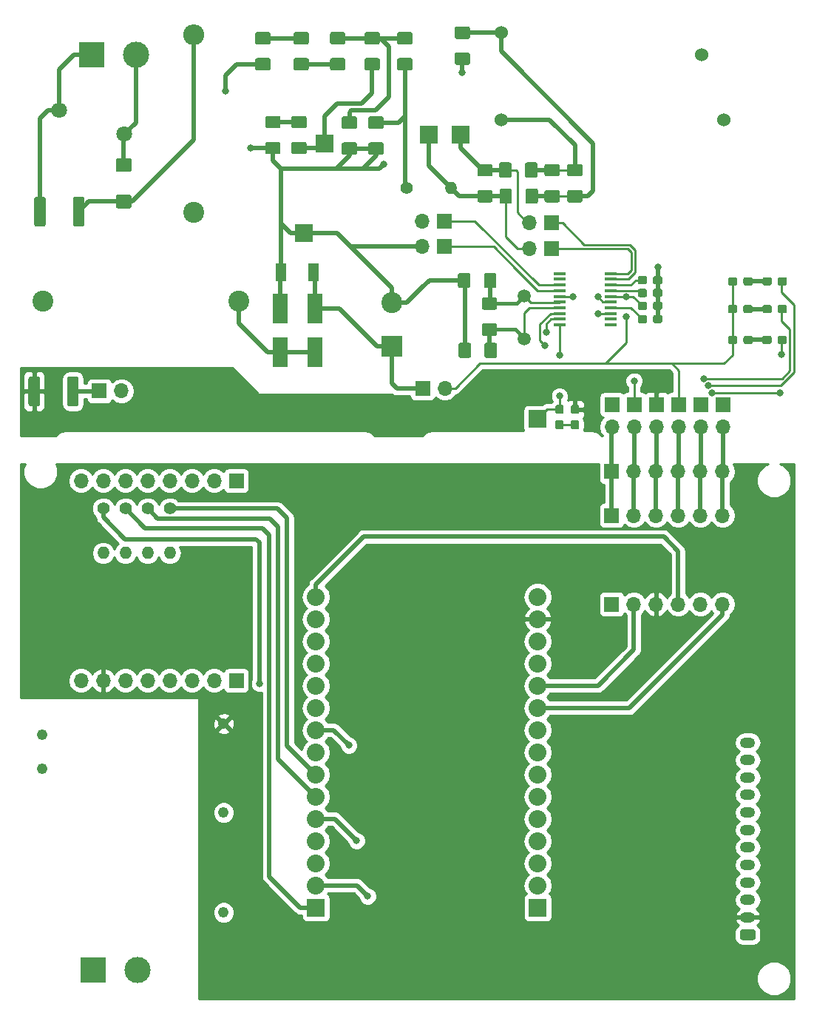
<source format=gbr>
%TF.GenerationSoftware,KiCad,Pcbnew,5.0.2-bee76a0~70~ubuntu18.04.1*%
%TF.CreationDate,2019-03-28T19:33:59+07:00*%
%TF.ProjectId,Layer1,4c617965-7231-42e6-9b69-6361645f7063,rev?*%
%TF.SameCoordinates,PXc65d40PYc65d40*%
%TF.FileFunction,Copper,L1,Top*%
%TF.FilePolarity,Positive*%
%FSLAX46Y46*%
G04 Gerber Fmt 4.6, Leading zero omitted, Abs format (unit mm)*
G04 Created by KiCad (PCBNEW 5.0.2-bee76a0~70~ubuntu18.04.1) date Thu 28 Mar 2019 07:33:59 PM +07*
%MOMM*%
%LPD*%
G01*
G04 APERTURE LIST*
%ADD10R,1.700000X1.700000*%
%ADD11O,1.700000X1.700000*%
%ADD12C,0.100000*%
%ADD13C,1.300000*%
%ADD14R,2.000000X2.000000*%
%ADD15C,2.400000*%
%ADD16O,2.400000X2.400000*%
%ADD17C,1.524000*%
%ADD18R,2.032000X2.032000*%
%ADD19O,2.032000X2.032000*%
%ADD20C,1.210000*%
%ADD21C,1.425000*%
%ADD22R,2.400000X2.400000*%
%ADD23C,1.575000*%
%ADD24R,1.800000X3.500000*%
%ADD25R,1.250000X2.000000*%
%ADD26R,3.000000X3.000000*%
%ADD27C,3.000000*%
%ADD28C,0.950000*%
%ADD29O,1.400000X1.400000*%
%ADD30C,1.400000*%
%ADD31O,1.750000X1.200000*%
%ADD32C,1.200000*%
%ADD33C,1.800000*%
%ADD34R,1.450000X0.450000*%
%ADD35C,1.500000*%
%ADD36C,0.800000*%
%ADD37C,0.508000*%
%ADD38C,0.381000*%
%ADD39C,0.254000*%
G04 APERTURE END LIST*
D10*
X76080000Y-44327000D03*
D11*
X76080000Y-46867000D03*
D10*
X73540000Y-44327000D03*
D11*
X73540000Y-46867000D03*
X68460000Y-46867000D03*
D10*
X68460000Y-44327000D03*
X81160000Y-44327000D03*
D11*
X81160000Y-46867000D03*
X71000000Y-46867000D03*
D10*
X71000000Y-44327000D03*
X78620000Y-44327000D03*
D11*
X78620000Y-46867000D03*
D12*
G36*
X7145304Y-41112904D02*
X7169573Y-41116504D01*
X7193371Y-41122465D01*
X7216471Y-41130730D01*
X7238649Y-41141220D01*
X7259693Y-41153833D01*
X7279398Y-41168447D01*
X7297577Y-41184923D01*
X7314053Y-41203102D01*
X7328667Y-41222807D01*
X7341280Y-41243851D01*
X7351770Y-41266029D01*
X7360035Y-41289129D01*
X7365996Y-41312927D01*
X7369596Y-41337196D01*
X7370800Y-41361700D01*
X7370800Y-44261700D01*
X7369596Y-44286204D01*
X7365996Y-44310473D01*
X7360035Y-44334271D01*
X7351770Y-44357371D01*
X7341280Y-44379549D01*
X7328667Y-44400593D01*
X7314053Y-44420298D01*
X7297577Y-44438477D01*
X7279398Y-44454953D01*
X7259693Y-44469567D01*
X7238649Y-44482180D01*
X7216471Y-44492670D01*
X7193371Y-44500935D01*
X7169573Y-44506896D01*
X7145304Y-44510496D01*
X7120800Y-44511700D01*
X6320800Y-44511700D01*
X6296296Y-44510496D01*
X6272027Y-44506896D01*
X6248229Y-44500935D01*
X6225129Y-44492670D01*
X6202951Y-44482180D01*
X6181907Y-44469567D01*
X6162202Y-44454953D01*
X6144023Y-44438477D01*
X6127547Y-44420298D01*
X6112933Y-44400593D01*
X6100320Y-44379549D01*
X6089830Y-44357371D01*
X6081565Y-44334271D01*
X6075604Y-44310473D01*
X6072004Y-44286204D01*
X6070800Y-44261700D01*
X6070800Y-41361700D01*
X6072004Y-41337196D01*
X6075604Y-41312927D01*
X6081565Y-41289129D01*
X6089830Y-41266029D01*
X6100320Y-41243851D01*
X6112933Y-41222807D01*
X6127547Y-41203102D01*
X6144023Y-41184923D01*
X6162202Y-41168447D01*
X6181907Y-41153833D01*
X6202951Y-41141220D01*
X6225129Y-41130730D01*
X6248229Y-41122465D01*
X6272027Y-41116504D01*
X6296296Y-41112904D01*
X6320800Y-41111700D01*
X7120800Y-41111700D01*
X7145304Y-41112904D01*
X7145304Y-41112904D01*
G37*
D13*
X6720800Y-42811700D03*
D12*
G36*
X2695304Y-41112904D02*
X2719573Y-41116504D01*
X2743371Y-41122465D01*
X2766471Y-41130730D01*
X2788649Y-41141220D01*
X2809693Y-41153833D01*
X2829398Y-41168447D01*
X2847577Y-41184923D01*
X2864053Y-41203102D01*
X2878667Y-41222807D01*
X2891280Y-41243851D01*
X2901770Y-41266029D01*
X2910035Y-41289129D01*
X2915996Y-41312927D01*
X2919596Y-41337196D01*
X2920800Y-41361700D01*
X2920800Y-44261700D01*
X2919596Y-44286204D01*
X2915996Y-44310473D01*
X2910035Y-44334271D01*
X2901770Y-44357371D01*
X2891280Y-44379549D01*
X2878667Y-44400593D01*
X2864053Y-44420298D01*
X2847577Y-44438477D01*
X2829398Y-44454953D01*
X2809693Y-44469567D01*
X2788649Y-44482180D01*
X2766471Y-44492670D01*
X2743371Y-44500935D01*
X2719573Y-44506896D01*
X2695304Y-44510496D01*
X2670800Y-44511700D01*
X1870800Y-44511700D01*
X1846296Y-44510496D01*
X1822027Y-44506896D01*
X1798229Y-44500935D01*
X1775129Y-44492670D01*
X1752951Y-44482180D01*
X1731907Y-44469567D01*
X1712202Y-44454953D01*
X1694023Y-44438477D01*
X1677547Y-44420298D01*
X1662933Y-44400593D01*
X1650320Y-44379549D01*
X1639830Y-44357371D01*
X1631565Y-44334271D01*
X1625604Y-44310473D01*
X1622004Y-44286204D01*
X1620800Y-44261700D01*
X1620800Y-41361700D01*
X1622004Y-41337196D01*
X1625604Y-41312927D01*
X1631565Y-41289129D01*
X1639830Y-41266029D01*
X1650320Y-41243851D01*
X1662933Y-41222807D01*
X1677547Y-41203102D01*
X1694023Y-41184923D01*
X1712202Y-41168447D01*
X1731907Y-41153833D01*
X1752951Y-41141220D01*
X1775129Y-41130730D01*
X1798229Y-41122465D01*
X1822027Y-41116504D01*
X1846296Y-41112904D01*
X1870800Y-41111700D01*
X2670800Y-41111700D01*
X2695304Y-41112904D01*
X2695304Y-41112904D01*
G37*
D13*
X2270800Y-42811700D03*
D11*
X46664600Y-26243000D03*
D10*
X49204600Y-26243000D03*
X61485500Y-23487100D03*
D11*
X58945500Y-23487100D03*
X58945500Y-26446200D03*
D10*
X61485500Y-26446200D03*
X49204600Y-23322000D03*
D11*
X46664600Y-23322000D03*
X12268200Y-42773600D03*
D10*
X9728200Y-42773600D03*
D11*
X49306200Y-42448200D03*
D10*
X46766200Y-42448200D03*
D14*
X59874800Y-45978000D03*
D15*
X20574000Y-22352000D03*
D16*
X20574000Y-2032000D03*
D10*
X68407000Y-52000000D03*
D11*
X70947000Y-52000000D03*
X73487000Y-52000000D03*
X76027000Y-52000000D03*
X78567000Y-52000000D03*
X81107000Y-52000000D03*
D17*
X55733200Y-11734400D03*
X55733200Y-1734400D03*
X81233200Y-11734400D03*
X78693200Y-4274400D03*
D18*
X59944000Y-101902000D03*
D19*
X59944000Y-99362000D03*
X59944000Y-96822000D03*
X59944000Y-94282000D03*
X59944000Y-91742000D03*
X59944000Y-89202000D03*
X59944000Y-86662000D03*
X59944000Y-84122000D03*
X59944000Y-81582000D03*
X59944000Y-79042000D03*
X59944000Y-76502000D03*
X59944000Y-73962000D03*
X59944000Y-71422000D03*
X59944000Y-68882000D03*
X59944000Y-66342000D03*
X34544000Y-89202000D03*
X34544000Y-99362000D03*
X34544000Y-86662000D03*
X34544000Y-71422000D03*
X34544000Y-96822000D03*
D18*
X34544000Y-101902000D03*
D19*
X34544000Y-68882000D03*
X34544000Y-84122000D03*
X34544000Y-73962000D03*
X34544000Y-81582000D03*
X34544000Y-76502000D03*
X34544000Y-79042000D03*
X34544000Y-94282000D03*
X34544000Y-66342000D03*
X34544000Y-91742000D03*
D20*
X3210000Y-86030000D03*
X3210000Y-82130000D03*
X23970000Y-102430000D03*
X23970000Y-91000000D03*
X23970000Y-80840000D03*
D12*
G36*
X42069004Y-14319204D02*
X42093273Y-14322804D01*
X42117071Y-14328765D01*
X42140171Y-14337030D01*
X42162349Y-14347520D01*
X42183393Y-14360133D01*
X42203098Y-14374747D01*
X42221277Y-14391223D01*
X42237753Y-14409402D01*
X42252367Y-14429107D01*
X42264980Y-14450151D01*
X42275470Y-14472329D01*
X42283735Y-14495429D01*
X42289696Y-14519227D01*
X42293296Y-14543496D01*
X42294500Y-14568000D01*
X42294500Y-15493000D01*
X42293296Y-15517504D01*
X42289696Y-15541773D01*
X42283735Y-15565571D01*
X42275470Y-15588671D01*
X42264980Y-15610849D01*
X42252367Y-15631893D01*
X42237753Y-15651598D01*
X42221277Y-15669777D01*
X42203098Y-15686253D01*
X42183393Y-15700867D01*
X42162349Y-15713480D01*
X42140171Y-15723970D01*
X42117071Y-15732235D01*
X42093273Y-15738196D01*
X42069004Y-15741796D01*
X42044500Y-15743000D01*
X40794500Y-15743000D01*
X40769996Y-15741796D01*
X40745727Y-15738196D01*
X40721929Y-15732235D01*
X40698829Y-15723970D01*
X40676651Y-15713480D01*
X40655607Y-15700867D01*
X40635902Y-15686253D01*
X40617723Y-15669777D01*
X40601247Y-15651598D01*
X40586633Y-15631893D01*
X40574020Y-15610849D01*
X40563530Y-15588671D01*
X40555265Y-15565571D01*
X40549304Y-15541773D01*
X40545704Y-15517504D01*
X40544500Y-15493000D01*
X40544500Y-14568000D01*
X40545704Y-14543496D01*
X40549304Y-14519227D01*
X40555265Y-14495429D01*
X40563530Y-14472329D01*
X40574020Y-14450151D01*
X40586633Y-14429107D01*
X40601247Y-14409402D01*
X40617723Y-14391223D01*
X40635902Y-14374747D01*
X40655607Y-14360133D01*
X40676651Y-14347520D01*
X40698829Y-14337030D01*
X40721929Y-14328765D01*
X40745727Y-14322804D01*
X40769996Y-14319204D01*
X40794500Y-14318000D01*
X42044500Y-14318000D01*
X42069004Y-14319204D01*
X42069004Y-14319204D01*
G37*
D21*
X41419500Y-15030500D03*
D12*
G36*
X42069004Y-11344204D02*
X42093273Y-11347804D01*
X42117071Y-11353765D01*
X42140171Y-11362030D01*
X42162349Y-11372520D01*
X42183393Y-11385133D01*
X42203098Y-11399747D01*
X42221277Y-11416223D01*
X42237753Y-11434402D01*
X42252367Y-11454107D01*
X42264980Y-11475151D01*
X42275470Y-11497329D01*
X42283735Y-11520429D01*
X42289696Y-11544227D01*
X42293296Y-11568496D01*
X42294500Y-11593000D01*
X42294500Y-12518000D01*
X42293296Y-12542504D01*
X42289696Y-12566773D01*
X42283735Y-12590571D01*
X42275470Y-12613671D01*
X42264980Y-12635849D01*
X42252367Y-12656893D01*
X42237753Y-12676598D01*
X42221277Y-12694777D01*
X42203098Y-12711253D01*
X42183393Y-12725867D01*
X42162349Y-12738480D01*
X42140171Y-12748970D01*
X42117071Y-12757235D01*
X42093273Y-12763196D01*
X42069004Y-12766796D01*
X42044500Y-12768000D01*
X40794500Y-12768000D01*
X40769996Y-12766796D01*
X40745727Y-12763196D01*
X40721929Y-12757235D01*
X40698829Y-12748970D01*
X40676651Y-12738480D01*
X40655607Y-12725867D01*
X40635902Y-12711253D01*
X40617723Y-12694777D01*
X40601247Y-12676598D01*
X40586633Y-12656893D01*
X40574020Y-12635849D01*
X40563530Y-12613671D01*
X40555265Y-12590571D01*
X40549304Y-12566773D01*
X40545704Y-12542504D01*
X40544500Y-12518000D01*
X40544500Y-11593000D01*
X40545704Y-11568496D01*
X40549304Y-11544227D01*
X40555265Y-11520429D01*
X40563530Y-11497329D01*
X40574020Y-11475151D01*
X40586633Y-11454107D01*
X40601247Y-11434402D01*
X40617723Y-11416223D01*
X40635902Y-11399747D01*
X40655607Y-11385133D01*
X40676651Y-11372520D01*
X40698829Y-11362030D01*
X40721929Y-11353765D01*
X40745727Y-11347804D01*
X40769996Y-11344204D01*
X40794500Y-11343000D01*
X42044500Y-11343000D01*
X42069004Y-11344204D01*
X42069004Y-11344204D01*
G37*
D21*
X41419500Y-12055500D03*
D12*
G36*
X41624504Y-4667204D02*
X41648773Y-4670804D01*
X41672571Y-4676765D01*
X41695671Y-4685030D01*
X41717849Y-4695520D01*
X41738893Y-4708133D01*
X41758598Y-4722747D01*
X41776777Y-4739223D01*
X41793253Y-4757402D01*
X41807867Y-4777107D01*
X41820480Y-4798151D01*
X41830970Y-4820329D01*
X41839235Y-4843429D01*
X41845196Y-4867227D01*
X41848796Y-4891496D01*
X41850000Y-4916000D01*
X41850000Y-5841000D01*
X41848796Y-5865504D01*
X41845196Y-5889773D01*
X41839235Y-5913571D01*
X41830970Y-5936671D01*
X41820480Y-5958849D01*
X41807867Y-5979893D01*
X41793253Y-5999598D01*
X41776777Y-6017777D01*
X41758598Y-6034253D01*
X41738893Y-6048867D01*
X41717849Y-6061480D01*
X41695671Y-6071970D01*
X41672571Y-6080235D01*
X41648773Y-6086196D01*
X41624504Y-6089796D01*
X41600000Y-6091000D01*
X40350000Y-6091000D01*
X40325496Y-6089796D01*
X40301227Y-6086196D01*
X40277429Y-6080235D01*
X40254329Y-6071970D01*
X40232151Y-6061480D01*
X40211107Y-6048867D01*
X40191402Y-6034253D01*
X40173223Y-6017777D01*
X40156747Y-5999598D01*
X40142133Y-5979893D01*
X40129520Y-5958849D01*
X40119030Y-5936671D01*
X40110765Y-5913571D01*
X40104804Y-5889773D01*
X40101204Y-5865504D01*
X40100000Y-5841000D01*
X40100000Y-4916000D01*
X40101204Y-4891496D01*
X40104804Y-4867227D01*
X40110765Y-4843429D01*
X40119030Y-4820329D01*
X40129520Y-4798151D01*
X40142133Y-4777107D01*
X40156747Y-4757402D01*
X40173223Y-4739223D01*
X40191402Y-4722747D01*
X40211107Y-4708133D01*
X40232151Y-4695520D01*
X40254329Y-4685030D01*
X40277429Y-4676765D01*
X40301227Y-4670804D01*
X40325496Y-4667204D01*
X40350000Y-4666000D01*
X41600000Y-4666000D01*
X41624504Y-4667204D01*
X41624504Y-4667204D01*
G37*
D21*
X40975000Y-5378500D03*
D12*
G36*
X41624504Y-1692204D02*
X41648773Y-1695804D01*
X41672571Y-1701765D01*
X41695671Y-1710030D01*
X41717849Y-1720520D01*
X41738893Y-1733133D01*
X41758598Y-1747747D01*
X41776777Y-1764223D01*
X41793253Y-1782402D01*
X41807867Y-1802107D01*
X41820480Y-1823151D01*
X41830970Y-1845329D01*
X41839235Y-1868429D01*
X41845196Y-1892227D01*
X41848796Y-1916496D01*
X41850000Y-1941000D01*
X41850000Y-2866000D01*
X41848796Y-2890504D01*
X41845196Y-2914773D01*
X41839235Y-2938571D01*
X41830970Y-2961671D01*
X41820480Y-2983849D01*
X41807867Y-3004893D01*
X41793253Y-3024598D01*
X41776777Y-3042777D01*
X41758598Y-3059253D01*
X41738893Y-3073867D01*
X41717849Y-3086480D01*
X41695671Y-3096970D01*
X41672571Y-3105235D01*
X41648773Y-3111196D01*
X41624504Y-3114796D01*
X41600000Y-3116000D01*
X40350000Y-3116000D01*
X40325496Y-3114796D01*
X40301227Y-3111196D01*
X40277429Y-3105235D01*
X40254329Y-3096970D01*
X40232151Y-3086480D01*
X40211107Y-3073867D01*
X40191402Y-3059253D01*
X40173223Y-3042777D01*
X40156747Y-3024598D01*
X40142133Y-3004893D01*
X40129520Y-2983849D01*
X40119030Y-2961671D01*
X40110765Y-2938571D01*
X40104804Y-2914773D01*
X40101204Y-2890504D01*
X40100000Y-2866000D01*
X40100000Y-1941000D01*
X40101204Y-1916496D01*
X40104804Y-1892227D01*
X40110765Y-1868429D01*
X40119030Y-1845329D01*
X40129520Y-1823151D01*
X40142133Y-1802107D01*
X40156747Y-1782402D01*
X40173223Y-1764223D01*
X40191402Y-1747747D01*
X40211107Y-1733133D01*
X40232151Y-1720520D01*
X40254329Y-1710030D01*
X40277429Y-1701765D01*
X40301227Y-1695804D01*
X40325496Y-1692204D01*
X40350000Y-1691000D01*
X41600000Y-1691000D01*
X41624504Y-1692204D01*
X41624504Y-1692204D01*
G37*
D21*
X40975000Y-2403500D03*
D12*
G36*
X30258004Y-14255704D02*
X30282273Y-14259304D01*
X30306071Y-14265265D01*
X30329171Y-14273530D01*
X30351349Y-14284020D01*
X30372393Y-14296633D01*
X30392098Y-14311247D01*
X30410277Y-14327723D01*
X30426753Y-14345902D01*
X30441367Y-14365607D01*
X30453980Y-14386651D01*
X30464470Y-14408829D01*
X30472735Y-14431929D01*
X30478696Y-14455727D01*
X30482296Y-14479996D01*
X30483500Y-14504500D01*
X30483500Y-15429500D01*
X30482296Y-15454004D01*
X30478696Y-15478273D01*
X30472735Y-15502071D01*
X30464470Y-15525171D01*
X30453980Y-15547349D01*
X30441367Y-15568393D01*
X30426753Y-15588098D01*
X30410277Y-15606277D01*
X30392098Y-15622753D01*
X30372393Y-15637367D01*
X30351349Y-15649980D01*
X30329171Y-15660470D01*
X30306071Y-15668735D01*
X30282273Y-15674696D01*
X30258004Y-15678296D01*
X30233500Y-15679500D01*
X28983500Y-15679500D01*
X28958996Y-15678296D01*
X28934727Y-15674696D01*
X28910929Y-15668735D01*
X28887829Y-15660470D01*
X28865651Y-15649980D01*
X28844607Y-15637367D01*
X28824902Y-15622753D01*
X28806723Y-15606277D01*
X28790247Y-15588098D01*
X28775633Y-15568393D01*
X28763020Y-15547349D01*
X28752530Y-15525171D01*
X28744265Y-15502071D01*
X28738304Y-15478273D01*
X28734704Y-15454004D01*
X28733500Y-15429500D01*
X28733500Y-14504500D01*
X28734704Y-14479996D01*
X28738304Y-14455727D01*
X28744265Y-14431929D01*
X28752530Y-14408829D01*
X28763020Y-14386651D01*
X28775633Y-14365607D01*
X28790247Y-14345902D01*
X28806723Y-14327723D01*
X28824902Y-14311247D01*
X28844607Y-14296633D01*
X28865651Y-14284020D01*
X28887829Y-14273530D01*
X28910929Y-14265265D01*
X28934727Y-14259304D01*
X28958996Y-14255704D01*
X28983500Y-14254500D01*
X30233500Y-14254500D01*
X30258004Y-14255704D01*
X30258004Y-14255704D01*
G37*
D21*
X29608500Y-14967000D03*
D12*
G36*
X30258004Y-11280704D02*
X30282273Y-11284304D01*
X30306071Y-11290265D01*
X30329171Y-11298530D01*
X30351349Y-11309020D01*
X30372393Y-11321633D01*
X30392098Y-11336247D01*
X30410277Y-11352723D01*
X30426753Y-11370902D01*
X30441367Y-11390607D01*
X30453980Y-11411651D01*
X30464470Y-11433829D01*
X30472735Y-11456929D01*
X30478696Y-11480727D01*
X30482296Y-11504996D01*
X30483500Y-11529500D01*
X30483500Y-12454500D01*
X30482296Y-12479004D01*
X30478696Y-12503273D01*
X30472735Y-12527071D01*
X30464470Y-12550171D01*
X30453980Y-12572349D01*
X30441367Y-12593393D01*
X30426753Y-12613098D01*
X30410277Y-12631277D01*
X30392098Y-12647753D01*
X30372393Y-12662367D01*
X30351349Y-12674980D01*
X30329171Y-12685470D01*
X30306071Y-12693735D01*
X30282273Y-12699696D01*
X30258004Y-12703296D01*
X30233500Y-12704500D01*
X28983500Y-12704500D01*
X28958996Y-12703296D01*
X28934727Y-12699696D01*
X28910929Y-12693735D01*
X28887829Y-12685470D01*
X28865651Y-12674980D01*
X28844607Y-12662367D01*
X28824902Y-12647753D01*
X28806723Y-12631277D01*
X28790247Y-12613098D01*
X28775633Y-12593393D01*
X28763020Y-12572349D01*
X28752530Y-12550171D01*
X28744265Y-12527071D01*
X28738304Y-12503273D01*
X28734704Y-12479004D01*
X28733500Y-12454500D01*
X28733500Y-11529500D01*
X28734704Y-11504996D01*
X28738304Y-11480727D01*
X28744265Y-11456929D01*
X28752530Y-11433829D01*
X28763020Y-11411651D01*
X28775633Y-11390607D01*
X28790247Y-11370902D01*
X28806723Y-11352723D01*
X28824902Y-11336247D01*
X28844607Y-11321633D01*
X28865651Y-11309020D01*
X28887829Y-11298530D01*
X28910929Y-11290265D01*
X28934727Y-11284304D01*
X28958996Y-11280704D01*
X28983500Y-11279500D01*
X30233500Y-11279500D01*
X30258004Y-11280704D01*
X30258004Y-11280704D01*
G37*
D21*
X29608500Y-11992000D03*
D12*
G36*
X45371004Y-4667204D02*
X45395273Y-4670804D01*
X45419071Y-4676765D01*
X45442171Y-4685030D01*
X45464349Y-4695520D01*
X45485393Y-4708133D01*
X45505098Y-4722747D01*
X45523277Y-4739223D01*
X45539753Y-4757402D01*
X45554367Y-4777107D01*
X45566980Y-4798151D01*
X45577470Y-4820329D01*
X45585735Y-4843429D01*
X45591696Y-4867227D01*
X45595296Y-4891496D01*
X45596500Y-4916000D01*
X45596500Y-5841000D01*
X45595296Y-5865504D01*
X45591696Y-5889773D01*
X45585735Y-5913571D01*
X45577470Y-5936671D01*
X45566980Y-5958849D01*
X45554367Y-5979893D01*
X45539753Y-5999598D01*
X45523277Y-6017777D01*
X45505098Y-6034253D01*
X45485393Y-6048867D01*
X45464349Y-6061480D01*
X45442171Y-6071970D01*
X45419071Y-6080235D01*
X45395273Y-6086196D01*
X45371004Y-6089796D01*
X45346500Y-6091000D01*
X44096500Y-6091000D01*
X44071996Y-6089796D01*
X44047727Y-6086196D01*
X44023929Y-6080235D01*
X44000829Y-6071970D01*
X43978651Y-6061480D01*
X43957607Y-6048867D01*
X43937902Y-6034253D01*
X43919723Y-6017777D01*
X43903247Y-5999598D01*
X43888633Y-5979893D01*
X43876020Y-5958849D01*
X43865530Y-5936671D01*
X43857265Y-5913571D01*
X43851304Y-5889773D01*
X43847704Y-5865504D01*
X43846500Y-5841000D01*
X43846500Y-4916000D01*
X43847704Y-4891496D01*
X43851304Y-4867227D01*
X43857265Y-4843429D01*
X43865530Y-4820329D01*
X43876020Y-4798151D01*
X43888633Y-4777107D01*
X43903247Y-4757402D01*
X43919723Y-4739223D01*
X43937902Y-4722747D01*
X43957607Y-4708133D01*
X43978651Y-4695520D01*
X44000829Y-4685030D01*
X44023929Y-4676765D01*
X44047727Y-4670804D01*
X44071996Y-4667204D01*
X44096500Y-4666000D01*
X45346500Y-4666000D01*
X45371004Y-4667204D01*
X45371004Y-4667204D01*
G37*
D21*
X44721500Y-5378500D03*
D12*
G36*
X45371004Y-1692204D02*
X45395273Y-1695804D01*
X45419071Y-1701765D01*
X45442171Y-1710030D01*
X45464349Y-1720520D01*
X45485393Y-1733133D01*
X45505098Y-1747747D01*
X45523277Y-1764223D01*
X45539753Y-1782402D01*
X45554367Y-1802107D01*
X45566980Y-1823151D01*
X45577470Y-1845329D01*
X45585735Y-1868429D01*
X45591696Y-1892227D01*
X45595296Y-1916496D01*
X45596500Y-1941000D01*
X45596500Y-2866000D01*
X45595296Y-2890504D01*
X45591696Y-2914773D01*
X45585735Y-2938571D01*
X45577470Y-2961671D01*
X45566980Y-2983849D01*
X45554367Y-3004893D01*
X45539753Y-3024598D01*
X45523277Y-3042777D01*
X45505098Y-3059253D01*
X45485393Y-3073867D01*
X45464349Y-3086480D01*
X45442171Y-3096970D01*
X45419071Y-3105235D01*
X45395273Y-3111196D01*
X45371004Y-3114796D01*
X45346500Y-3116000D01*
X44096500Y-3116000D01*
X44071996Y-3114796D01*
X44047727Y-3111196D01*
X44023929Y-3105235D01*
X44000829Y-3096970D01*
X43978651Y-3086480D01*
X43957607Y-3073867D01*
X43937902Y-3059253D01*
X43919723Y-3042777D01*
X43903247Y-3024598D01*
X43888633Y-3004893D01*
X43876020Y-2983849D01*
X43865530Y-2961671D01*
X43857265Y-2938571D01*
X43851304Y-2914773D01*
X43847704Y-2890504D01*
X43846500Y-2866000D01*
X43846500Y-1941000D01*
X43847704Y-1916496D01*
X43851304Y-1892227D01*
X43857265Y-1868429D01*
X43865530Y-1845329D01*
X43876020Y-1823151D01*
X43888633Y-1802107D01*
X43903247Y-1782402D01*
X43919723Y-1764223D01*
X43937902Y-1747747D01*
X43957607Y-1733133D01*
X43978651Y-1720520D01*
X44000829Y-1710030D01*
X44023929Y-1701765D01*
X44047727Y-1695804D01*
X44071996Y-1692204D01*
X44096500Y-1691000D01*
X45346500Y-1691000D01*
X45371004Y-1692204D01*
X45371004Y-1692204D01*
G37*
D21*
X44721500Y-2403500D03*
D22*
X43261000Y-37673000D03*
D15*
X43261000Y-32673000D03*
D12*
G36*
X13201505Y-20305204D02*
X13225773Y-20308804D01*
X13249572Y-20314765D01*
X13272671Y-20323030D01*
X13294850Y-20333520D01*
X13315893Y-20346132D01*
X13335599Y-20360747D01*
X13353777Y-20377223D01*
X13370253Y-20395401D01*
X13384868Y-20415107D01*
X13397480Y-20436150D01*
X13407970Y-20458329D01*
X13416235Y-20481428D01*
X13422196Y-20505227D01*
X13425796Y-20529495D01*
X13427000Y-20553999D01*
X13427000Y-21629001D01*
X13425796Y-21653505D01*
X13422196Y-21677773D01*
X13416235Y-21701572D01*
X13407970Y-21724671D01*
X13397480Y-21746850D01*
X13384868Y-21767893D01*
X13370253Y-21787599D01*
X13353777Y-21805777D01*
X13335599Y-21822253D01*
X13315893Y-21836868D01*
X13294850Y-21849480D01*
X13272671Y-21859970D01*
X13249572Y-21868235D01*
X13225773Y-21874196D01*
X13201505Y-21877796D01*
X13177001Y-21879000D01*
X11876999Y-21879000D01*
X11852495Y-21877796D01*
X11828227Y-21874196D01*
X11804428Y-21868235D01*
X11781329Y-21859970D01*
X11759150Y-21849480D01*
X11738107Y-21836868D01*
X11718401Y-21822253D01*
X11700223Y-21805777D01*
X11683747Y-21787599D01*
X11669132Y-21767893D01*
X11656520Y-21746850D01*
X11646030Y-21724671D01*
X11637765Y-21701572D01*
X11631804Y-21677773D01*
X11628204Y-21653505D01*
X11627000Y-21629001D01*
X11627000Y-20553999D01*
X11628204Y-20529495D01*
X11631804Y-20505227D01*
X11637765Y-20481428D01*
X11646030Y-20458329D01*
X11656520Y-20436150D01*
X11669132Y-20415107D01*
X11683747Y-20395401D01*
X11700223Y-20377223D01*
X11718401Y-20360747D01*
X11738107Y-20346132D01*
X11759150Y-20333520D01*
X11781329Y-20323030D01*
X11804428Y-20314765D01*
X11828227Y-20308804D01*
X11852495Y-20305204D01*
X11876999Y-20304000D01*
X13177001Y-20304000D01*
X13201505Y-20305204D01*
X13201505Y-20305204D01*
G37*
D23*
X12527000Y-21091500D03*
D12*
G36*
X13201505Y-16130204D02*
X13225773Y-16133804D01*
X13249572Y-16139765D01*
X13272671Y-16148030D01*
X13294850Y-16158520D01*
X13315893Y-16171132D01*
X13335599Y-16185747D01*
X13353777Y-16202223D01*
X13370253Y-16220401D01*
X13384868Y-16240107D01*
X13397480Y-16261150D01*
X13407970Y-16283329D01*
X13416235Y-16306428D01*
X13422196Y-16330227D01*
X13425796Y-16354495D01*
X13427000Y-16378999D01*
X13427000Y-17454001D01*
X13425796Y-17478505D01*
X13422196Y-17502773D01*
X13416235Y-17526572D01*
X13407970Y-17549671D01*
X13397480Y-17571850D01*
X13384868Y-17592893D01*
X13370253Y-17612599D01*
X13353777Y-17630777D01*
X13335599Y-17647253D01*
X13315893Y-17661868D01*
X13294850Y-17674480D01*
X13272671Y-17684970D01*
X13249572Y-17693235D01*
X13225773Y-17699196D01*
X13201505Y-17702796D01*
X13177001Y-17704000D01*
X11876999Y-17704000D01*
X11852495Y-17702796D01*
X11828227Y-17699196D01*
X11804428Y-17693235D01*
X11781329Y-17684970D01*
X11759150Y-17674480D01*
X11738107Y-17661868D01*
X11718401Y-17647253D01*
X11700223Y-17630777D01*
X11683747Y-17612599D01*
X11669132Y-17592893D01*
X11656520Y-17571850D01*
X11646030Y-17549671D01*
X11637765Y-17526572D01*
X11631804Y-17502773D01*
X11628204Y-17478505D01*
X11627000Y-17454001D01*
X11627000Y-16378999D01*
X11628204Y-16354495D01*
X11631804Y-16330227D01*
X11637765Y-16306428D01*
X11646030Y-16283329D01*
X11656520Y-16261150D01*
X11669132Y-16240107D01*
X11683747Y-16220401D01*
X11700223Y-16202223D01*
X11718401Y-16185747D01*
X11738107Y-16171132D01*
X11759150Y-16158520D01*
X11781329Y-16148030D01*
X11804428Y-16139765D01*
X11828227Y-16133804D01*
X11852495Y-16130204D01*
X11876999Y-16129000D01*
X13177001Y-16129000D01*
X13201505Y-16130204D01*
X13201505Y-16130204D01*
G37*
D23*
X12527000Y-16916500D03*
D24*
X34434500Y-38308000D03*
X34434500Y-33308000D03*
X30434000Y-38331500D03*
X30434000Y-33331500D03*
D12*
G36*
X3360504Y-20543704D02*
X3384773Y-20547304D01*
X3408571Y-20553265D01*
X3431671Y-20561530D01*
X3453849Y-20572020D01*
X3474893Y-20584633D01*
X3494598Y-20599247D01*
X3512777Y-20615723D01*
X3529253Y-20633902D01*
X3543867Y-20653607D01*
X3556480Y-20674651D01*
X3566970Y-20696829D01*
X3575235Y-20719929D01*
X3581196Y-20743727D01*
X3584796Y-20767996D01*
X3586000Y-20792500D01*
X3586000Y-23692500D01*
X3584796Y-23717004D01*
X3581196Y-23741273D01*
X3575235Y-23765071D01*
X3566970Y-23788171D01*
X3556480Y-23810349D01*
X3543867Y-23831393D01*
X3529253Y-23851098D01*
X3512777Y-23869277D01*
X3494598Y-23885753D01*
X3474893Y-23900367D01*
X3453849Y-23912980D01*
X3431671Y-23923470D01*
X3408571Y-23931735D01*
X3384773Y-23937696D01*
X3360504Y-23941296D01*
X3336000Y-23942500D01*
X2536000Y-23942500D01*
X2511496Y-23941296D01*
X2487227Y-23937696D01*
X2463429Y-23931735D01*
X2440329Y-23923470D01*
X2418151Y-23912980D01*
X2397107Y-23900367D01*
X2377402Y-23885753D01*
X2359223Y-23869277D01*
X2342747Y-23851098D01*
X2328133Y-23831393D01*
X2315520Y-23810349D01*
X2305030Y-23788171D01*
X2296765Y-23765071D01*
X2290804Y-23741273D01*
X2287204Y-23717004D01*
X2286000Y-23692500D01*
X2286000Y-20792500D01*
X2287204Y-20767996D01*
X2290804Y-20743727D01*
X2296765Y-20719929D01*
X2305030Y-20696829D01*
X2315520Y-20674651D01*
X2328133Y-20653607D01*
X2342747Y-20633902D01*
X2359223Y-20615723D01*
X2377402Y-20599247D01*
X2397107Y-20584633D01*
X2418151Y-20572020D01*
X2440329Y-20561530D01*
X2463429Y-20553265D01*
X2487227Y-20547304D01*
X2511496Y-20543704D01*
X2536000Y-20542500D01*
X3336000Y-20542500D01*
X3360504Y-20543704D01*
X3360504Y-20543704D01*
G37*
D13*
X2936000Y-22242500D03*
D12*
G36*
X7810504Y-20543704D02*
X7834773Y-20547304D01*
X7858571Y-20553265D01*
X7881671Y-20561530D01*
X7903849Y-20572020D01*
X7924893Y-20584633D01*
X7944598Y-20599247D01*
X7962777Y-20615723D01*
X7979253Y-20633902D01*
X7993867Y-20653607D01*
X8006480Y-20674651D01*
X8016970Y-20696829D01*
X8025235Y-20719929D01*
X8031196Y-20743727D01*
X8034796Y-20767996D01*
X8036000Y-20792500D01*
X8036000Y-23692500D01*
X8034796Y-23717004D01*
X8031196Y-23741273D01*
X8025235Y-23765071D01*
X8016970Y-23788171D01*
X8006480Y-23810349D01*
X7993867Y-23831393D01*
X7979253Y-23851098D01*
X7962777Y-23869277D01*
X7944598Y-23885753D01*
X7924893Y-23900367D01*
X7903849Y-23912980D01*
X7881671Y-23923470D01*
X7858571Y-23931735D01*
X7834773Y-23937696D01*
X7810504Y-23941296D01*
X7786000Y-23942500D01*
X6986000Y-23942500D01*
X6961496Y-23941296D01*
X6937227Y-23937696D01*
X6913429Y-23931735D01*
X6890329Y-23923470D01*
X6868151Y-23912980D01*
X6847107Y-23900367D01*
X6827402Y-23885753D01*
X6809223Y-23869277D01*
X6792747Y-23851098D01*
X6778133Y-23831393D01*
X6765520Y-23810349D01*
X6755030Y-23788171D01*
X6746765Y-23765071D01*
X6740804Y-23741273D01*
X6737204Y-23717004D01*
X6736000Y-23692500D01*
X6736000Y-20792500D01*
X6737204Y-20767996D01*
X6740804Y-20743727D01*
X6746765Y-20719929D01*
X6755030Y-20696829D01*
X6765520Y-20674651D01*
X6778133Y-20653607D01*
X6792747Y-20633902D01*
X6809223Y-20615723D01*
X6827402Y-20599247D01*
X6847107Y-20584633D01*
X6868151Y-20572020D01*
X6890329Y-20561530D01*
X6913429Y-20553265D01*
X6937227Y-20547304D01*
X6961496Y-20543704D01*
X6986000Y-20542500D01*
X7786000Y-20542500D01*
X7810504Y-20543704D01*
X7810504Y-20543704D01*
G37*
D13*
X7386000Y-22242500D03*
D15*
X25735000Y-32529500D03*
X3235000Y-32529500D03*
D25*
X30527500Y-29227500D03*
X34277500Y-29227500D03*
D26*
X9000000Y-109000000D03*
D27*
X14080000Y-109000000D03*
D12*
G36*
X72236979Y-34074944D02*
X72260034Y-34078363D01*
X72282643Y-34084027D01*
X72304587Y-34091879D01*
X72325657Y-34101844D01*
X72345648Y-34113826D01*
X72364368Y-34127710D01*
X72381638Y-34143362D01*
X72397290Y-34160632D01*
X72411174Y-34179352D01*
X72423156Y-34199343D01*
X72433121Y-34220413D01*
X72440973Y-34242357D01*
X72446637Y-34264966D01*
X72450056Y-34288021D01*
X72451200Y-34311300D01*
X72451200Y-34786300D01*
X72450056Y-34809579D01*
X72446637Y-34832634D01*
X72440973Y-34855243D01*
X72433121Y-34877187D01*
X72423156Y-34898257D01*
X72411174Y-34918248D01*
X72397290Y-34936968D01*
X72381638Y-34954238D01*
X72364368Y-34969890D01*
X72345648Y-34983774D01*
X72325657Y-34995756D01*
X72304587Y-35005721D01*
X72282643Y-35013573D01*
X72260034Y-35019237D01*
X72236979Y-35022656D01*
X72213700Y-35023800D01*
X71638700Y-35023800D01*
X71615421Y-35022656D01*
X71592366Y-35019237D01*
X71569757Y-35013573D01*
X71547813Y-35005721D01*
X71526743Y-34995756D01*
X71506752Y-34983774D01*
X71488032Y-34969890D01*
X71470762Y-34954238D01*
X71455110Y-34936968D01*
X71441226Y-34918248D01*
X71429244Y-34898257D01*
X71419279Y-34877187D01*
X71411427Y-34855243D01*
X71405763Y-34832634D01*
X71402344Y-34809579D01*
X71401200Y-34786300D01*
X71401200Y-34311300D01*
X71402344Y-34288021D01*
X71405763Y-34264966D01*
X71411427Y-34242357D01*
X71419279Y-34220413D01*
X71429244Y-34199343D01*
X71441226Y-34179352D01*
X71455110Y-34160632D01*
X71470762Y-34143362D01*
X71488032Y-34127710D01*
X71506752Y-34113826D01*
X71526743Y-34101844D01*
X71547813Y-34091879D01*
X71569757Y-34084027D01*
X71592366Y-34078363D01*
X71615421Y-34074944D01*
X71638700Y-34073800D01*
X72213700Y-34073800D01*
X72236979Y-34074944D01*
X72236979Y-34074944D01*
G37*
D28*
X71926200Y-34548800D03*
D12*
G36*
X73986979Y-34074944D02*
X74010034Y-34078363D01*
X74032643Y-34084027D01*
X74054587Y-34091879D01*
X74075657Y-34101844D01*
X74095648Y-34113826D01*
X74114368Y-34127710D01*
X74131638Y-34143362D01*
X74147290Y-34160632D01*
X74161174Y-34179352D01*
X74173156Y-34199343D01*
X74183121Y-34220413D01*
X74190973Y-34242357D01*
X74196637Y-34264966D01*
X74200056Y-34288021D01*
X74201200Y-34311300D01*
X74201200Y-34786300D01*
X74200056Y-34809579D01*
X74196637Y-34832634D01*
X74190973Y-34855243D01*
X74183121Y-34877187D01*
X74173156Y-34898257D01*
X74161174Y-34918248D01*
X74147290Y-34936968D01*
X74131638Y-34954238D01*
X74114368Y-34969890D01*
X74095648Y-34983774D01*
X74075657Y-34995756D01*
X74054587Y-35005721D01*
X74032643Y-35013573D01*
X74010034Y-35019237D01*
X73986979Y-35022656D01*
X73963700Y-35023800D01*
X73388700Y-35023800D01*
X73365421Y-35022656D01*
X73342366Y-35019237D01*
X73319757Y-35013573D01*
X73297813Y-35005721D01*
X73276743Y-34995756D01*
X73256752Y-34983774D01*
X73238032Y-34969890D01*
X73220762Y-34954238D01*
X73205110Y-34936968D01*
X73191226Y-34918248D01*
X73179244Y-34898257D01*
X73169279Y-34877187D01*
X73161427Y-34855243D01*
X73155763Y-34832634D01*
X73152344Y-34809579D01*
X73151200Y-34786300D01*
X73151200Y-34311300D01*
X73152344Y-34288021D01*
X73155763Y-34264966D01*
X73161427Y-34242357D01*
X73169279Y-34220413D01*
X73179244Y-34199343D01*
X73191226Y-34179352D01*
X73205110Y-34160632D01*
X73220762Y-34143362D01*
X73238032Y-34127710D01*
X73256752Y-34113826D01*
X73276743Y-34101844D01*
X73297813Y-34091879D01*
X73319757Y-34084027D01*
X73342366Y-34078363D01*
X73365421Y-34074944D01*
X73388700Y-34073800D01*
X73963700Y-34073800D01*
X73986979Y-34074944D01*
X73986979Y-34074944D01*
G37*
D28*
X73676200Y-34548800D03*
D12*
G36*
X73986979Y-32538244D02*
X74010034Y-32541663D01*
X74032643Y-32547327D01*
X74054587Y-32555179D01*
X74075657Y-32565144D01*
X74095648Y-32577126D01*
X74114368Y-32591010D01*
X74131638Y-32606662D01*
X74147290Y-32623932D01*
X74161174Y-32642652D01*
X74173156Y-32662643D01*
X74183121Y-32683713D01*
X74190973Y-32705657D01*
X74196637Y-32728266D01*
X74200056Y-32751321D01*
X74201200Y-32774600D01*
X74201200Y-33249600D01*
X74200056Y-33272879D01*
X74196637Y-33295934D01*
X74190973Y-33318543D01*
X74183121Y-33340487D01*
X74173156Y-33361557D01*
X74161174Y-33381548D01*
X74147290Y-33400268D01*
X74131638Y-33417538D01*
X74114368Y-33433190D01*
X74095648Y-33447074D01*
X74075657Y-33459056D01*
X74054587Y-33469021D01*
X74032643Y-33476873D01*
X74010034Y-33482537D01*
X73986979Y-33485956D01*
X73963700Y-33487100D01*
X73388700Y-33487100D01*
X73365421Y-33485956D01*
X73342366Y-33482537D01*
X73319757Y-33476873D01*
X73297813Y-33469021D01*
X73276743Y-33459056D01*
X73256752Y-33447074D01*
X73238032Y-33433190D01*
X73220762Y-33417538D01*
X73205110Y-33400268D01*
X73191226Y-33381548D01*
X73179244Y-33361557D01*
X73169279Y-33340487D01*
X73161427Y-33318543D01*
X73155763Y-33295934D01*
X73152344Y-33272879D01*
X73151200Y-33249600D01*
X73151200Y-32774600D01*
X73152344Y-32751321D01*
X73155763Y-32728266D01*
X73161427Y-32705657D01*
X73169279Y-32683713D01*
X73179244Y-32662643D01*
X73191226Y-32642652D01*
X73205110Y-32623932D01*
X73220762Y-32606662D01*
X73238032Y-32591010D01*
X73256752Y-32577126D01*
X73276743Y-32565144D01*
X73297813Y-32555179D01*
X73319757Y-32547327D01*
X73342366Y-32541663D01*
X73365421Y-32538244D01*
X73388700Y-32537100D01*
X73963700Y-32537100D01*
X73986979Y-32538244D01*
X73986979Y-32538244D01*
G37*
D28*
X73676200Y-33012100D03*
D12*
G36*
X72236979Y-32538244D02*
X72260034Y-32541663D01*
X72282643Y-32547327D01*
X72304587Y-32555179D01*
X72325657Y-32565144D01*
X72345648Y-32577126D01*
X72364368Y-32591010D01*
X72381638Y-32606662D01*
X72397290Y-32623932D01*
X72411174Y-32642652D01*
X72423156Y-32662643D01*
X72433121Y-32683713D01*
X72440973Y-32705657D01*
X72446637Y-32728266D01*
X72450056Y-32751321D01*
X72451200Y-32774600D01*
X72451200Y-33249600D01*
X72450056Y-33272879D01*
X72446637Y-33295934D01*
X72440973Y-33318543D01*
X72433121Y-33340487D01*
X72423156Y-33361557D01*
X72411174Y-33381548D01*
X72397290Y-33400268D01*
X72381638Y-33417538D01*
X72364368Y-33433190D01*
X72345648Y-33447074D01*
X72325657Y-33459056D01*
X72304587Y-33469021D01*
X72282643Y-33476873D01*
X72260034Y-33482537D01*
X72236979Y-33485956D01*
X72213700Y-33487100D01*
X71638700Y-33487100D01*
X71615421Y-33485956D01*
X71592366Y-33482537D01*
X71569757Y-33476873D01*
X71547813Y-33469021D01*
X71526743Y-33459056D01*
X71506752Y-33447074D01*
X71488032Y-33433190D01*
X71470762Y-33417538D01*
X71455110Y-33400268D01*
X71441226Y-33381548D01*
X71429244Y-33361557D01*
X71419279Y-33340487D01*
X71411427Y-33318543D01*
X71405763Y-33295934D01*
X71402344Y-33272879D01*
X71401200Y-33249600D01*
X71401200Y-32774600D01*
X71402344Y-32751321D01*
X71405763Y-32728266D01*
X71411427Y-32705657D01*
X71419279Y-32683713D01*
X71429244Y-32662643D01*
X71441226Y-32642652D01*
X71455110Y-32623932D01*
X71470762Y-32606662D01*
X71488032Y-32591010D01*
X71506752Y-32577126D01*
X71526743Y-32565144D01*
X71547813Y-32555179D01*
X71569757Y-32547327D01*
X71592366Y-32541663D01*
X71615421Y-32538244D01*
X71638700Y-32537100D01*
X72213700Y-32537100D01*
X72236979Y-32538244D01*
X72236979Y-32538244D01*
G37*
D28*
X71926200Y-33012100D03*
D12*
G36*
X73986979Y-31077744D02*
X74010034Y-31081163D01*
X74032643Y-31086827D01*
X74054587Y-31094679D01*
X74075657Y-31104644D01*
X74095648Y-31116626D01*
X74114368Y-31130510D01*
X74131638Y-31146162D01*
X74147290Y-31163432D01*
X74161174Y-31182152D01*
X74173156Y-31202143D01*
X74183121Y-31223213D01*
X74190973Y-31245157D01*
X74196637Y-31267766D01*
X74200056Y-31290821D01*
X74201200Y-31314100D01*
X74201200Y-31789100D01*
X74200056Y-31812379D01*
X74196637Y-31835434D01*
X74190973Y-31858043D01*
X74183121Y-31879987D01*
X74173156Y-31901057D01*
X74161174Y-31921048D01*
X74147290Y-31939768D01*
X74131638Y-31957038D01*
X74114368Y-31972690D01*
X74095648Y-31986574D01*
X74075657Y-31998556D01*
X74054587Y-32008521D01*
X74032643Y-32016373D01*
X74010034Y-32022037D01*
X73986979Y-32025456D01*
X73963700Y-32026600D01*
X73388700Y-32026600D01*
X73365421Y-32025456D01*
X73342366Y-32022037D01*
X73319757Y-32016373D01*
X73297813Y-32008521D01*
X73276743Y-31998556D01*
X73256752Y-31986574D01*
X73238032Y-31972690D01*
X73220762Y-31957038D01*
X73205110Y-31939768D01*
X73191226Y-31921048D01*
X73179244Y-31901057D01*
X73169279Y-31879987D01*
X73161427Y-31858043D01*
X73155763Y-31835434D01*
X73152344Y-31812379D01*
X73151200Y-31789100D01*
X73151200Y-31314100D01*
X73152344Y-31290821D01*
X73155763Y-31267766D01*
X73161427Y-31245157D01*
X73169279Y-31223213D01*
X73179244Y-31202143D01*
X73191226Y-31182152D01*
X73205110Y-31163432D01*
X73220762Y-31146162D01*
X73238032Y-31130510D01*
X73256752Y-31116626D01*
X73276743Y-31104644D01*
X73297813Y-31094679D01*
X73319757Y-31086827D01*
X73342366Y-31081163D01*
X73365421Y-31077744D01*
X73388700Y-31076600D01*
X73963700Y-31076600D01*
X73986979Y-31077744D01*
X73986979Y-31077744D01*
G37*
D28*
X73676200Y-31551600D03*
D12*
G36*
X72236979Y-31077744D02*
X72260034Y-31081163D01*
X72282643Y-31086827D01*
X72304587Y-31094679D01*
X72325657Y-31104644D01*
X72345648Y-31116626D01*
X72364368Y-31130510D01*
X72381638Y-31146162D01*
X72397290Y-31163432D01*
X72411174Y-31182152D01*
X72423156Y-31202143D01*
X72433121Y-31223213D01*
X72440973Y-31245157D01*
X72446637Y-31267766D01*
X72450056Y-31290821D01*
X72451200Y-31314100D01*
X72451200Y-31789100D01*
X72450056Y-31812379D01*
X72446637Y-31835434D01*
X72440973Y-31858043D01*
X72433121Y-31879987D01*
X72423156Y-31901057D01*
X72411174Y-31921048D01*
X72397290Y-31939768D01*
X72381638Y-31957038D01*
X72364368Y-31972690D01*
X72345648Y-31986574D01*
X72325657Y-31998556D01*
X72304587Y-32008521D01*
X72282643Y-32016373D01*
X72260034Y-32022037D01*
X72236979Y-32025456D01*
X72213700Y-32026600D01*
X71638700Y-32026600D01*
X71615421Y-32025456D01*
X71592366Y-32022037D01*
X71569757Y-32016373D01*
X71547813Y-32008521D01*
X71526743Y-31998556D01*
X71506752Y-31986574D01*
X71488032Y-31972690D01*
X71470762Y-31957038D01*
X71455110Y-31939768D01*
X71441226Y-31921048D01*
X71429244Y-31901057D01*
X71419279Y-31879987D01*
X71411427Y-31858043D01*
X71405763Y-31835434D01*
X71402344Y-31812379D01*
X71401200Y-31789100D01*
X71401200Y-31314100D01*
X71402344Y-31290821D01*
X71405763Y-31267766D01*
X71411427Y-31245157D01*
X71419279Y-31223213D01*
X71429244Y-31202143D01*
X71441226Y-31182152D01*
X71455110Y-31163432D01*
X71470762Y-31146162D01*
X71488032Y-31130510D01*
X71506752Y-31116626D01*
X71526743Y-31104644D01*
X71547813Y-31094679D01*
X71569757Y-31086827D01*
X71592366Y-31081163D01*
X71615421Y-31077744D01*
X71638700Y-31076600D01*
X72213700Y-31076600D01*
X72236979Y-31077744D01*
X72236979Y-31077744D01*
G37*
D28*
X71926200Y-31551600D03*
D12*
G36*
X72236979Y-29617244D02*
X72260034Y-29620663D01*
X72282643Y-29626327D01*
X72304587Y-29634179D01*
X72325657Y-29644144D01*
X72345648Y-29656126D01*
X72364368Y-29670010D01*
X72381638Y-29685662D01*
X72397290Y-29702932D01*
X72411174Y-29721652D01*
X72423156Y-29741643D01*
X72433121Y-29762713D01*
X72440973Y-29784657D01*
X72446637Y-29807266D01*
X72450056Y-29830321D01*
X72451200Y-29853600D01*
X72451200Y-30328600D01*
X72450056Y-30351879D01*
X72446637Y-30374934D01*
X72440973Y-30397543D01*
X72433121Y-30419487D01*
X72423156Y-30440557D01*
X72411174Y-30460548D01*
X72397290Y-30479268D01*
X72381638Y-30496538D01*
X72364368Y-30512190D01*
X72345648Y-30526074D01*
X72325657Y-30538056D01*
X72304587Y-30548021D01*
X72282643Y-30555873D01*
X72260034Y-30561537D01*
X72236979Y-30564956D01*
X72213700Y-30566100D01*
X71638700Y-30566100D01*
X71615421Y-30564956D01*
X71592366Y-30561537D01*
X71569757Y-30555873D01*
X71547813Y-30548021D01*
X71526743Y-30538056D01*
X71506752Y-30526074D01*
X71488032Y-30512190D01*
X71470762Y-30496538D01*
X71455110Y-30479268D01*
X71441226Y-30460548D01*
X71429244Y-30440557D01*
X71419279Y-30419487D01*
X71411427Y-30397543D01*
X71405763Y-30374934D01*
X71402344Y-30351879D01*
X71401200Y-30328600D01*
X71401200Y-29853600D01*
X71402344Y-29830321D01*
X71405763Y-29807266D01*
X71411427Y-29784657D01*
X71419279Y-29762713D01*
X71429244Y-29741643D01*
X71441226Y-29721652D01*
X71455110Y-29702932D01*
X71470762Y-29685662D01*
X71488032Y-29670010D01*
X71506752Y-29656126D01*
X71526743Y-29644144D01*
X71547813Y-29634179D01*
X71569757Y-29626327D01*
X71592366Y-29620663D01*
X71615421Y-29617244D01*
X71638700Y-29616100D01*
X72213700Y-29616100D01*
X72236979Y-29617244D01*
X72236979Y-29617244D01*
G37*
D28*
X71926200Y-30091100D03*
D12*
G36*
X73986979Y-29617244D02*
X74010034Y-29620663D01*
X74032643Y-29626327D01*
X74054587Y-29634179D01*
X74075657Y-29644144D01*
X74095648Y-29656126D01*
X74114368Y-29670010D01*
X74131638Y-29685662D01*
X74147290Y-29702932D01*
X74161174Y-29721652D01*
X74173156Y-29741643D01*
X74183121Y-29762713D01*
X74190973Y-29784657D01*
X74196637Y-29807266D01*
X74200056Y-29830321D01*
X74201200Y-29853600D01*
X74201200Y-30328600D01*
X74200056Y-30351879D01*
X74196637Y-30374934D01*
X74190973Y-30397543D01*
X74183121Y-30419487D01*
X74173156Y-30440557D01*
X74161174Y-30460548D01*
X74147290Y-30479268D01*
X74131638Y-30496538D01*
X74114368Y-30512190D01*
X74095648Y-30526074D01*
X74075657Y-30538056D01*
X74054587Y-30548021D01*
X74032643Y-30555873D01*
X74010034Y-30561537D01*
X73986979Y-30564956D01*
X73963700Y-30566100D01*
X73388700Y-30566100D01*
X73365421Y-30564956D01*
X73342366Y-30561537D01*
X73319757Y-30555873D01*
X73297813Y-30548021D01*
X73276743Y-30538056D01*
X73256752Y-30526074D01*
X73238032Y-30512190D01*
X73220762Y-30496538D01*
X73205110Y-30479268D01*
X73191226Y-30460548D01*
X73179244Y-30440557D01*
X73169279Y-30419487D01*
X73161427Y-30397543D01*
X73155763Y-30374934D01*
X73152344Y-30351879D01*
X73151200Y-30328600D01*
X73151200Y-29853600D01*
X73152344Y-29830321D01*
X73155763Y-29807266D01*
X73161427Y-29784657D01*
X73169279Y-29762713D01*
X73179244Y-29741643D01*
X73191226Y-29721652D01*
X73205110Y-29702932D01*
X73220762Y-29685662D01*
X73238032Y-29670010D01*
X73256752Y-29656126D01*
X73276743Y-29644144D01*
X73297813Y-29634179D01*
X73319757Y-29626327D01*
X73342366Y-29620663D01*
X73365421Y-29617244D01*
X73388700Y-29616100D01*
X73963700Y-29616100D01*
X73986979Y-29617244D01*
X73986979Y-29617244D01*
G37*
D28*
X73676200Y-30091100D03*
D12*
G36*
X84328859Y-36446942D02*
X84351914Y-36450361D01*
X84374523Y-36456025D01*
X84396467Y-36463877D01*
X84417537Y-36473842D01*
X84437528Y-36485824D01*
X84456248Y-36499708D01*
X84473518Y-36515360D01*
X84489170Y-36532630D01*
X84503054Y-36551350D01*
X84515036Y-36571341D01*
X84525001Y-36592411D01*
X84532853Y-36614355D01*
X84538517Y-36636964D01*
X84541936Y-36660019D01*
X84543080Y-36683298D01*
X84543080Y-37158298D01*
X84541936Y-37181577D01*
X84538517Y-37204632D01*
X84532853Y-37227241D01*
X84525001Y-37249185D01*
X84515036Y-37270255D01*
X84503054Y-37290246D01*
X84489170Y-37308966D01*
X84473518Y-37326236D01*
X84456248Y-37341888D01*
X84437528Y-37355772D01*
X84417537Y-37367754D01*
X84396467Y-37377719D01*
X84374523Y-37385571D01*
X84351914Y-37391235D01*
X84328859Y-37394654D01*
X84305580Y-37395798D01*
X83730580Y-37395798D01*
X83707301Y-37394654D01*
X83684246Y-37391235D01*
X83661637Y-37385571D01*
X83639693Y-37377719D01*
X83618623Y-37367754D01*
X83598632Y-37355772D01*
X83579912Y-37341888D01*
X83562642Y-37326236D01*
X83546990Y-37308966D01*
X83533106Y-37290246D01*
X83521124Y-37270255D01*
X83511159Y-37249185D01*
X83503307Y-37227241D01*
X83497643Y-37204632D01*
X83494224Y-37181577D01*
X83493080Y-37158298D01*
X83493080Y-36683298D01*
X83494224Y-36660019D01*
X83497643Y-36636964D01*
X83503307Y-36614355D01*
X83511159Y-36592411D01*
X83521124Y-36571341D01*
X83533106Y-36551350D01*
X83546990Y-36532630D01*
X83562642Y-36515360D01*
X83579912Y-36499708D01*
X83598632Y-36485824D01*
X83618623Y-36473842D01*
X83639693Y-36463877D01*
X83661637Y-36456025D01*
X83684246Y-36450361D01*
X83707301Y-36446942D01*
X83730580Y-36445798D01*
X84305580Y-36445798D01*
X84328859Y-36446942D01*
X84328859Y-36446942D01*
G37*
D28*
X84018080Y-36920798D03*
D12*
G36*
X82578859Y-36446942D02*
X82601914Y-36450361D01*
X82624523Y-36456025D01*
X82646467Y-36463877D01*
X82667537Y-36473842D01*
X82687528Y-36485824D01*
X82706248Y-36499708D01*
X82723518Y-36515360D01*
X82739170Y-36532630D01*
X82753054Y-36551350D01*
X82765036Y-36571341D01*
X82775001Y-36592411D01*
X82782853Y-36614355D01*
X82788517Y-36636964D01*
X82791936Y-36660019D01*
X82793080Y-36683298D01*
X82793080Y-37158298D01*
X82791936Y-37181577D01*
X82788517Y-37204632D01*
X82782853Y-37227241D01*
X82775001Y-37249185D01*
X82765036Y-37270255D01*
X82753054Y-37290246D01*
X82739170Y-37308966D01*
X82723518Y-37326236D01*
X82706248Y-37341888D01*
X82687528Y-37355772D01*
X82667537Y-37367754D01*
X82646467Y-37377719D01*
X82624523Y-37385571D01*
X82601914Y-37391235D01*
X82578859Y-37394654D01*
X82555580Y-37395798D01*
X81980580Y-37395798D01*
X81957301Y-37394654D01*
X81934246Y-37391235D01*
X81911637Y-37385571D01*
X81889693Y-37377719D01*
X81868623Y-37367754D01*
X81848632Y-37355772D01*
X81829912Y-37341888D01*
X81812642Y-37326236D01*
X81796990Y-37308966D01*
X81783106Y-37290246D01*
X81771124Y-37270255D01*
X81761159Y-37249185D01*
X81753307Y-37227241D01*
X81747643Y-37204632D01*
X81744224Y-37181577D01*
X81743080Y-37158298D01*
X81743080Y-36683298D01*
X81744224Y-36660019D01*
X81747643Y-36636964D01*
X81753307Y-36614355D01*
X81761159Y-36592411D01*
X81771124Y-36571341D01*
X81783106Y-36551350D01*
X81796990Y-36532630D01*
X81812642Y-36515360D01*
X81829912Y-36499708D01*
X81848632Y-36485824D01*
X81868623Y-36473842D01*
X81889693Y-36463877D01*
X81911637Y-36456025D01*
X81934246Y-36450361D01*
X81957301Y-36446942D01*
X81980580Y-36445798D01*
X82555580Y-36445798D01*
X82578859Y-36446942D01*
X82578859Y-36446942D01*
G37*
D28*
X82268080Y-36920798D03*
D12*
G36*
X82564859Y-32906942D02*
X82587914Y-32910361D01*
X82610523Y-32916025D01*
X82632467Y-32923877D01*
X82653537Y-32933842D01*
X82673528Y-32945824D01*
X82692248Y-32959708D01*
X82709518Y-32975360D01*
X82725170Y-32992630D01*
X82739054Y-33011350D01*
X82751036Y-33031341D01*
X82761001Y-33052411D01*
X82768853Y-33074355D01*
X82774517Y-33096964D01*
X82777936Y-33120019D01*
X82779080Y-33143298D01*
X82779080Y-33618298D01*
X82777936Y-33641577D01*
X82774517Y-33664632D01*
X82768853Y-33687241D01*
X82761001Y-33709185D01*
X82751036Y-33730255D01*
X82739054Y-33750246D01*
X82725170Y-33768966D01*
X82709518Y-33786236D01*
X82692248Y-33801888D01*
X82673528Y-33815772D01*
X82653537Y-33827754D01*
X82632467Y-33837719D01*
X82610523Y-33845571D01*
X82587914Y-33851235D01*
X82564859Y-33854654D01*
X82541580Y-33855798D01*
X81966580Y-33855798D01*
X81943301Y-33854654D01*
X81920246Y-33851235D01*
X81897637Y-33845571D01*
X81875693Y-33837719D01*
X81854623Y-33827754D01*
X81834632Y-33815772D01*
X81815912Y-33801888D01*
X81798642Y-33786236D01*
X81782990Y-33768966D01*
X81769106Y-33750246D01*
X81757124Y-33730255D01*
X81747159Y-33709185D01*
X81739307Y-33687241D01*
X81733643Y-33664632D01*
X81730224Y-33641577D01*
X81729080Y-33618298D01*
X81729080Y-33143298D01*
X81730224Y-33120019D01*
X81733643Y-33096964D01*
X81739307Y-33074355D01*
X81747159Y-33052411D01*
X81757124Y-33031341D01*
X81769106Y-33011350D01*
X81782990Y-32992630D01*
X81798642Y-32975360D01*
X81815912Y-32959708D01*
X81834632Y-32945824D01*
X81854623Y-32933842D01*
X81875693Y-32923877D01*
X81897637Y-32916025D01*
X81920246Y-32910361D01*
X81943301Y-32906942D01*
X81966580Y-32905798D01*
X82541580Y-32905798D01*
X82564859Y-32906942D01*
X82564859Y-32906942D01*
G37*
D28*
X82254080Y-33380798D03*
D12*
G36*
X84314859Y-32906942D02*
X84337914Y-32910361D01*
X84360523Y-32916025D01*
X84382467Y-32923877D01*
X84403537Y-32933842D01*
X84423528Y-32945824D01*
X84442248Y-32959708D01*
X84459518Y-32975360D01*
X84475170Y-32992630D01*
X84489054Y-33011350D01*
X84501036Y-33031341D01*
X84511001Y-33052411D01*
X84518853Y-33074355D01*
X84524517Y-33096964D01*
X84527936Y-33120019D01*
X84529080Y-33143298D01*
X84529080Y-33618298D01*
X84527936Y-33641577D01*
X84524517Y-33664632D01*
X84518853Y-33687241D01*
X84511001Y-33709185D01*
X84501036Y-33730255D01*
X84489054Y-33750246D01*
X84475170Y-33768966D01*
X84459518Y-33786236D01*
X84442248Y-33801888D01*
X84423528Y-33815772D01*
X84403537Y-33827754D01*
X84382467Y-33837719D01*
X84360523Y-33845571D01*
X84337914Y-33851235D01*
X84314859Y-33854654D01*
X84291580Y-33855798D01*
X83716580Y-33855798D01*
X83693301Y-33854654D01*
X83670246Y-33851235D01*
X83647637Y-33845571D01*
X83625693Y-33837719D01*
X83604623Y-33827754D01*
X83584632Y-33815772D01*
X83565912Y-33801888D01*
X83548642Y-33786236D01*
X83532990Y-33768966D01*
X83519106Y-33750246D01*
X83507124Y-33730255D01*
X83497159Y-33709185D01*
X83489307Y-33687241D01*
X83483643Y-33664632D01*
X83480224Y-33641577D01*
X83479080Y-33618298D01*
X83479080Y-33143298D01*
X83480224Y-33120019D01*
X83483643Y-33096964D01*
X83489307Y-33074355D01*
X83497159Y-33052411D01*
X83507124Y-33031341D01*
X83519106Y-33011350D01*
X83532990Y-32992630D01*
X83548642Y-32975360D01*
X83565912Y-32959708D01*
X83584632Y-32945824D01*
X83604623Y-32933842D01*
X83625693Y-32923877D01*
X83647637Y-32916025D01*
X83670246Y-32910361D01*
X83693301Y-32906942D01*
X83716580Y-32905798D01*
X84291580Y-32905798D01*
X84314859Y-32906942D01*
X84314859Y-32906942D01*
G37*
D28*
X84004080Y-33380798D03*
D12*
G36*
X84328859Y-29746942D02*
X84351914Y-29750361D01*
X84374523Y-29756025D01*
X84396467Y-29763877D01*
X84417537Y-29773842D01*
X84437528Y-29785824D01*
X84456248Y-29799708D01*
X84473518Y-29815360D01*
X84489170Y-29832630D01*
X84503054Y-29851350D01*
X84515036Y-29871341D01*
X84525001Y-29892411D01*
X84532853Y-29914355D01*
X84538517Y-29936964D01*
X84541936Y-29960019D01*
X84543080Y-29983298D01*
X84543080Y-30458298D01*
X84541936Y-30481577D01*
X84538517Y-30504632D01*
X84532853Y-30527241D01*
X84525001Y-30549185D01*
X84515036Y-30570255D01*
X84503054Y-30590246D01*
X84489170Y-30608966D01*
X84473518Y-30626236D01*
X84456248Y-30641888D01*
X84437528Y-30655772D01*
X84417537Y-30667754D01*
X84396467Y-30677719D01*
X84374523Y-30685571D01*
X84351914Y-30691235D01*
X84328859Y-30694654D01*
X84305580Y-30695798D01*
X83730580Y-30695798D01*
X83707301Y-30694654D01*
X83684246Y-30691235D01*
X83661637Y-30685571D01*
X83639693Y-30677719D01*
X83618623Y-30667754D01*
X83598632Y-30655772D01*
X83579912Y-30641888D01*
X83562642Y-30626236D01*
X83546990Y-30608966D01*
X83533106Y-30590246D01*
X83521124Y-30570255D01*
X83511159Y-30549185D01*
X83503307Y-30527241D01*
X83497643Y-30504632D01*
X83494224Y-30481577D01*
X83493080Y-30458298D01*
X83493080Y-29983298D01*
X83494224Y-29960019D01*
X83497643Y-29936964D01*
X83503307Y-29914355D01*
X83511159Y-29892411D01*
X83521124Y-29871341D01*
X83533106Y-29851350D01*
X83546990Y-29832630D01*
X83562642Y-29815360D01*
X83579912Y-29799708D01*
X83598632Y-29785824D01*
X83618623Y-29773842D01*
X83639693Y-29763877D01*
X83661637Y-29756025D01*
X83684246Y-29750361D01*
X83707301Y-29746942D01*
X83730580Y-29745798D01*
X84305580Y-29745798D01*
X84328859Y-29746942D01*
X84328859Y-29746942D01*
G37*
D28*
X84018080Y-30220798D03*
D12*
G36*
X82578859Y-29746942D02*
X82601914Y-29750361D01*
X82624523Y-29756025D01*
X82646467Y-29763877D01*
X82667537Y-29773842D01*
X82687528Y-29785824D01*
X82706248Y-29799708D01*
X82723518Y-29815360D01*
X82739170Y-29832630D01*
X82753054Y-29851350D01*
X82765036Y-29871341D01*
X82775001Y-29892411D01*
X82782853Y-29914355D01*
X82788517Y-29936964D01*
X82791936Y-29960019D01*
X82793080Y-29983298D01*
X82793080Y-30458298D01*
X82791936Y-30481577D01*
X82788517Y-30504632D01*
X82782853Y-30527241D01*
X82775001Y-30549185D01*
X82765036Y-30570255D01*
X82753054Y-30590246D01*
X82739170Y-30608966D01*
X82723518Y-30626236D01*
X82706248Y-30641888D01*
X82687528Y-30655772D01*
X82667537Y-30667754D01*
X82646467Y-30677719D01*
X82624523Y-30685571D01*
X82601914Y-30691235D01*
X82578859Y-30694654D01*
X82555580Y-30695798D01*
X81980580Y-30695798D01*
X81957301Y-30694654D01*
X81934246Y-30691235D01*
X81911637Y-30685571D01*
X81889693Y-30677719D01*
X81868623Y-30667754D01*
X81848632Y-30655772D01*
X81829912Y-30641888D01*
X81812642Y-30626236D01*
X81796990Y-30608966D01*
X81783106Y-30590246D01*
X81771124Y-30570255D01*
X81761159Y-30549185D01*
X81753307Y-30527241D01*
X81747643Y-30504632D01*
X81744224Y-30481577D01*
X81743080Y-30458298D01*
X81743080Y-29983298D01*
X81744224Y-29960019D01*
X81747643Y-29936964D01*
X81753307Y-29914355D01*
X81761159Y-29892411D01*
X81771124Y-29871341D01*
X81783106Y-29851350D01*
X81796990Y-29832630D01*
X81812642Y-29815360D01*
X81829912Y-29799708D01*
X81848632Y-29785824D01*
X81868623Y-29773842D01*
X81889693Y-29763877D01*
X81911637Y-29756025D01*
X81934246Y-29750361D01*
X81957301Y-29746942D01*
X81980580Y-29745798D01*
X82555580Y-29745798D01*
X82578859Y-29746942D01*
X82578859Y-29746942D01*
G37*
D28*
X82268080Y-30220798D03*
D12*
G36*
X88251859Y-36446942D02*
X88274914Y-36450361D01*
X88297523Y-36456025D01*
X88319467Y-36463877D01*
X88340537Y-36473842D01*
X88360528Y-36485824D01*
X88379248Y-36499708D01*
X88396518Y-36515360D01*
X88412170Y-36532630D01*
X88426054Y-36551350D01*
X88438036Y-36571341D01*
X88448001Y-36592411D01*
X88455853Y-36614355D01*
X88461517Y-36636964D01*
X88464936Y-36660019D01*
X88466080Y-36683298D01*
X88466080Y-37158298D01*
X88464936Y-37181577D01*
X88461517Y-37204632D01*
X88455853Y-37227241D01*
X88448001Y-37249185D01*
X88438036Y-37270255D01*
X88426054Y-37290246D01*
X88412170Y-37308966D01*
X88396518Y-37326236D01*
X88379248Y-37341888D01*
X88360528Y-37355772D01*
X88340537Y-37367754D01*
X88319467Y-37377719D01*
X88297523Y-37385571D01*
X88274914Y-37391235D01*
X88251859Y-37394654D01*
X88228580Y-37395798D01*
X87653580Y-37395798D01*
X87630301Y-37394654D01*
X87607246Y-37391235D01*
X87584637Y-37385571D01*
X87562693Y-37377719D01*
X87541623Y-37367754D01*
X87521632Y-37355772D01*
X87502912Y-37341888D01*
X87485642Y-37326236D01*
X87469990Y-37308966D01*
X87456106Y-37290246D01*
X87444124Y-37270255D01*
X87434159Y-37249185D01*
X87426307Y-37227241D01*
X87420643Y-37204632D01*
X87417224Y-37181577D01*
X87416080Y-37158298D01*
X87416080Y-36683298D01*
X87417224Y-36660019D01*
X87420643Y-36636964D01*
X87426307Y-36614355D01*
X87434159Y-36592411D01*
X87444124Y-36571341D01*
X87456106Y-36551350D01*
X87469990Y-36532630D01*
X87485642Y-36515360D01*
X87502912Y-36499708D01*
X87521632Y-36485824D01*
X87541623Y-36473842D01*
X87562693Y-36463877D01*
X87584637Y-36456025D01*
X87607246Y-36450361D01*
X87630301Y-36446942D01*
X87653580Y-36445798D01*
X88228580Y-36445798D01*
X88251859Y-36446942D01*
X88251859Y-36446942D01*
G37*
D28*
X87941080Y-36920798D03*
D12*
G36*
X86501859Y-36446942D02*
X86524914Y-36450361D01*
X86547523Y-36456025D01*
X86569467Y-36463877D01*
X86590537Y-36473842D01*
X86610528Y-36485824D01*
X86629248Y-36499708D01*
X86646518Y-36515360D01*
X86662170Y-36532630D01*
X86676054Y-36551350D01*
X86688036Y-36571341D01*
X86698001Y-36592411D01*
X86705853Y-36614355D01*
X86711517Y-36636964D01*
X86714936Y-36660019D01*
X86716080Y-36683298D01*
X86716080Y-37158298D01*
X86714936Y-37181577D01*
X86711517Y-37204632D01*
X86705853Y-37227241D01*
X86698001Y-37249185D01*
X86688036Y-37270255D01*
X86676054Y-37290246D01*
X86662170Y-37308966D01*
X86646518Y-37326236D01*
X86629248Y-37341888D01*
X86610528Y-37355772D01*
X86590537Y-37367754D01*
X86569467Y-37377719D01*
X86547523Y-37385571D01*
X86524914Y-37391235D01*
X86501859Y-37394654D01*
X86478580Y-37395798D01*
X85903580Y-37395798D01*
X85880301Y-37394654D01*
X85857246Y-37391235D01*
X85834637Y-37385571D01*
X85812693Y-37377719D01*
X85791623Y-37367754D01*
X85771632Y-37355772D01*
X85752912Y-37341888D01*
X85735642Y-37326236D01*
X85719990Y-37308966D01*
X85706106Y-37290246D01*
X85694124Y-37270255D01*
X85684159Y-37249185D01*
X85676307Y-37227241D01*
X85670643Y-37204632D01*
X85667224Y-37181577D01*
X85666080Y-37158298D01*
X85666080Y-36683298D01*
X85667224Y-36660019D01*
X85670643Y-36636964D01*
X85676307Y-36614355D01*
X85684159Y-36592411D01*
X85694124Y-36571341D01*
X85706106Y-36551350D01*
X85719990Y-36532630D01*
X85735642Y-36515360D01*
X85752912Y-36499708D01*
X85771632Y-36485824D01*
X85791623Y-36473842D01*
X85812693Y-36463877D01*
X85834637Y-36456025D01*
X85857246Y-36450361D01*
X85880301Y-36446942D01*
X85903580Y-36445798D01*
X86478580Y-36445798D01*
X86501859Y-36446942D01*
X86501859Y-36446942D01*
G37*
D28*
X86191080Y-36920798D03*
D12*
G36*
X86515859Y-32906942D02*
X86538914Y-32910361D01*
X86561523Y-32916025D01*
X86583467Y-32923877D01*
X86604537Y-32933842D01*
X86624528Y-32945824D01*
X86643248Y-32959708D01*
X86660518Y-32975360D01*
X86676170Y-32992630D01*
X86690054Y-33011350D01*
X86702036Y-33031341D01*
X86712001Y-33052411D01*
X86719853Y-33074355D01*
X86725517Y-33096964D01*
X86728936Y-33120019D01*
X86730080Y-33143298D01*
X86730080Y-33618298D01*
X86728936Y-33641577D01*
X86725517Y-33664632D01*
X86719853Y-33687241D01*
X86712001Y-33709185D01*
X86702036Y-33730255D01*
X86690054Y-33750246D01*
X86676170Y-33768966D01*
X86660518Y-33786236D01*
X86643248Y-33801888D01*
X86624528Y-33815772D01*
X86604537Y-33827754D01*
X86583467Y-33837719D01*
X86561523Y-33845571D01*
X86538914Y-33851235D01*
X86515859Y-33854654D01*
X86492580Y-33855798D01*
X85917580Y-33855798D01*
X85894301Y-33854654D01*
X85871246Y-33851235D01*
X85848637Y-33845571D01*
X85826693Y-33837719D01*
X85805623Y-33827754D01*
X85785632Y-33815772D01*
X85766912Y-33801888D01*
X85749642Y-33786236D01*
X85733990Y-33768966D01*
X85720106Y-33750246D01*
X85708124Y-33730255D01*
X85698159Y-33709185D01*
X85690307Y-33687241D01*
X85684643Y-33664632D01*
X85681224Y-33641577D01*
X85680080Y-33618298D01*
X85680080Y-33143298D01*
X85681224Y-33120019D01*
X85684643Y-33096964D01*
X85690307Y-33074355D01*
X85698159Y-33052411D01*
X85708124Y-33031341D01*
X85720106Y-33011350D01*
X85733990Y-32992630D01*
X85749642Y-32975360D01*
X85766912Y-32959708D01*
X85785632Y-32945824D01*
X85805623Y-32933842D01*
X85826693Y-32923877D01*
X85848637Y-32916025D01*
X85871246Y-32910361D01*
X85894301Y-32906942D01*
X85917580Y-32905798D01*
X86492580Y-32905798D01*
X86515859Y-32906942D01*
X86515859Y-32906942D01*
G37*
D28*
X86205080Y-33380798D03*
D12*
G36*
X88265859Y-32906942D02*
X88288914Y-32910361D01*
X88311523Y-32916025D01*
X88333467Y-32923877D01*
X88354537Y-32933842D01*
X88374528Y-32945824D01*
X88393248Y-32959708D01*
X88410518Y-32975360D01*
X88426170Y-32992630D01*
X88440054Y-33011350D01*
X88452036Y-33031341D01*
X88462001Y-33052411D01*
X88469853Y-33074355D01*
X88475517Y-33096964D01*
X88478936Y-33120019D01*
X88480080Y-33143298D01*
X88480080Y-33618298D01*
X88478936Y-33641577D01*
X88475517Y-33664632D01*
X88469853Y-33687241D01*
X88462001Y-33709185D01*
X88452036Y-33730255D01*
X88440054Y-33750246D01*
X88426170Y-33768966D01*
X88410518Y-33786236D01*
X88393248Y-33801888D01*
X88374528Y-33815772D01*
X88354537Y-33827754D01*
X88333467Y-33837719D01*
X88311523Y-33845571D01*
X88288914Y-33851235D01*
X88265859Y-33854654D01*
X88242580Y-33855798D01*
X87667580Y-33855798D01*
X87644301Y-33854654D01*
X87621246Y-33851235D01*
X87598637Y-33845571D01*
X87576693Y-33837719D01*
X87555623Y-33827754D01*
X87535632Y-33815772D01*
X87516912Y-33801888D01*
X87499642Y-33786236D01*
X87483990Y-33768966D01*
X87470106Y-33750246D01*
X87458124Y-33730255D01*
X87448159Y-33709185D01*
X87440307Y-33687241D01*
X87434643Y-33664632D01*
X87431224Y-33641577D01*
X87430080Y-33618298D01*
X87430080Y-33143298D01*
X87431224Y-33120019D01*
X87434643Y-33096964D01*
X87440307Y-33074355D01*
X87448159Y-33052411D01*
X87458124Y-33031341D01*
X87470106Y-33011350D01*
X87483990Y-32992630D01*
X87499642Y-32975360D01*
X87516912Y-32959708D01*
X87535632Y-32945824D01*
X87555623Y-32933842D01*
X87576693Y-32923877D01*
X87598637Y-32916025D01*
X87621246Y-32910361D01*
X87644301Y-32906942D01*
X87667580Y-32905798D01*
X88242580Y-32905798D01*
X88265859Y-32906942D01*
X88265859Y-32906942D01*
G37*
D28*
X87955080Y-33380798D03*
D12*
G36*
X88265859Y-29746942D02*
X88288914Y-29750361D01*
X88311523Y-29756025D01*
X88333467Y-29763877D01*
X88354537Y-29773842D01*
X88374528Y-29785824D01*
X88393248Y-29799708D01*
X88410518Y-29815360D01*
X88426170Y-29832630D01*
X88440054Y-29851350D01*
X88452036Y-29871341D01*
X88462001Y-29892411D01*
X88469853Y-29914355D01*
X88475517Y-29936964D01*
X88478936Y-29960019D01*
X88480080Y-29983298D01*
X88480080Y-30458298D01*
X88478936Y-30481577D01*
X88475517Y-30504632D01*
X88469853Y-30527241D01*
X88462001Y-30549185D01*
X88452036Y-30570255D01*
X88440054Y-30590246D01*
X88426170Y-30608966D01*
X88410518Y-30626236D01*
X88393248Y-30641888D01*
X88374528Y-30655772D01*
X88354537Y-30667754D01*
X88333467Y-30677719D01*
X88311523Y-30685571D01*
X88288914Y-30691235D01*
X88265859Y-30694654D01*
X88242580Y-30695798D01*
X87667580Y-30695798D01*
X87644301Y-30694654D01*
X87621246Y-30691235D01*
X87598637Y-30685571D01*
X87576693Y-30677719D01*
X87555623Y-30667754D01*
X87535632Y-30655772D01*
X87516912Y-30641888D01*
X87499642Y-30626236D01*
X87483990Y-30608966D01*
X87470106Y-30590246D01*
X87458124Y-30570255D01*
X87448159Y-30549185D01*
X87440307Y-30527241D01*
X87434643Y-30504632D01*
X87431224Y-30481577D01*
X87430080Y-30458298D01*
X87430080Y-29983298D01*
X87431224Y-29960019D01*
X87434643Y-29936964D01*
X87440307Y-29914355D01*
X87448159Y-29892411D01*
X87458124Y-29871341D01*
X87470106Y-29851350D01*
X87483990Y-29832630D01*
X87499642Y-29815360D01*
X87516912Y-29799708D01*
X87535632Y-29785824D01*
X87555623Y-29773842D01*
X87576693Y-29763877D01*
X87598637Y-29756025D01*
X87621246Y-29750361D01*
X87644301Y-29746942D01*
X87667580Y-29745798D01*
X88242580Y-29745798D01*
X88265859Y-29746942D01*
X88265859Y-29746942D01*
G37*
D28*
X87955080Y-30220798D03*
D12*
G36*
X86515859Y-29746942D02*
X86538914Y-29750361D01*
X86561523Y-29756025D01*
X86583467Y-29763877D01*
X86604537Y-29773842D01*
X86624528Y-29785824D01*
X86643248Y-29799708D01*
X86660518Y-29815360D01*
X86676170Y-29832630D01*
X86690054Y-29851350D01*
X86702036Y-29871341D01*
X86712001Y-29892411D01*
X86719853Y-29914355D01*
X86725517Y-29936964D01*
X86728936Y-29960019D01*
X86730080Y-29983298D01*
X86730080Y-30458298D01*
X86728936Y-30481577D01*
X86725517Y-30504632D01*
X86719853Y-30527241D01*
X86712001Y-30549185D01*
X86702036Y-30570255D01*
X86690054Y-30590246D01*
X86676170Y-30608966D01*
X86660518Y-30626236D01*
X86643248Y-30641888D01*
X86624528Y-30655772D01*
X86604537Y-30667754D01*
X86583467Y-30677719D01*
X86561523Y-30685571D01*
X86538914Y-30691235D01*
X86515859Y-30694654D01*
X86492580Y-30695798D01*
X85917580Y-30695798D01*
X85894301Y-30694654D01*
X85871246Y-30691235D01*
X85848637Y-30685571D01*
X85826693Y-30677719D01*
X85805623Y-30667754D01*
X85785632Y-30655772D01*
X85766912Y-30641888D01*
X85749642Y-30626236D01*
X85733990Y-30608966D01*
X85720106Y-30590246D01*
X85708124Y-30570255D01*
X85698159Y-30549185D01*
X85690307Y-30527241D01*
X85684643Y-30504632D01*
X85681224Y-30481577D01*
X85680080Y-30458298D01*
X85680080Y-29983298D01*
X85681224Y-29960019D01*
X85684643Y-29936964D01*
X85690307Y-29914355D01*
X85698159Y-29892411D01*
X85708124Y-29871341D01*
X85720106Y-29851350D01*
X85733990Y-29832630D01*
X85749642Y-29815360D01*
X85766912Y-29799708D01*
X85785632Y-29785824D01*
X85805623Y-29773842D01*
X85826693Y-29763877D01*
X85848637Y-29756025D01*
X85871246Y-29750361D01*
X85894301Y-29746942D01*
X85917580Y-29745798D01*
X86492580Y-29745798D01*
X86515859Y-29746942D01*
X86515859Y-29746942D01*
G37*
D28*
X86205080Y-30220798D03*
D29*
X12721500Y-61310500D03*
D30*
X12721500Y-56230500D03*
D29*
X10181500Y-61310500D03*
D30*
X10181500Y-56230500D03*
D29*
X17801500Y-61310500D03*
D30*
X17801500Y-56230500D03*
D29*
X15261500Y-61310500D03*
D30*
X15261500Y-56230500D03*
D12*
G36*
X64478979Y-46100544D02*
X64502034Y-46103963D01*
X64524643Y-46109627D01*
X64546587Y-46117479D01*
X64567657Y-46127444D01*
X64587648Y-46139426D01*
X64606368Y-46153310D01*
X64623638Y-46168962D01*
X64639290Y-46186232D01*
X64653174Y-46204952D01*
X64665156Y-46224943D01*
X64675121Y-46246013D01*
X64682973Y-46267957D01*
X64688637Y-46290566D01*
X64692056Y-46313621D01*
X64693200Y-46336900D01*
X64693200Y-46911900D01*
X64692056Y-46935179D01*
X64688637Y-46958234D01*
X64682973Y-46980843D01*
X64675121Y-47002787D01*
X64665156Y-47023857D01*
X64653174Y-47043848D01*
X64639290Y-47062568D01*
X64623638Y-47079838D01*
X64606368Y-47095490D01*
X64587648Y-47109374D01*
X64567657Y-47121356D01*
X64546587Y-47131321D01*
X64524643Y-47139173D01*
X64502034Y-47144837D01*
X64478979Y-47148256D01*
X64455700Y-47149400D01*
X63980700Y-47149400D01*
X63957421Y-47148256D01*
X63934366Y-47144837D01*
X63911757Y-47139173D01*
X63889813Y-47131321D01*
X63868743Y-47121356D01*
X63848752Y-47109374D01*
X63830032Y-47095490D01*
X63812762Y-47079838D01*
X63797110Y-47062568D01*
X63783226Y-47043848D01*
X63771244Y-47023857D01*
X63761279Y-47002787D01*
X63753427Y-46980843D01*
X63747763Y-46958234D01*
X63744344Y-46935179D01*
X63743200Y-46911900D01*
X63743200Y-46336900D01*
X63744344Y-46313621D01*
X63747763Y-46290566D01*
X63753427Y-46267957D01*
X63761279Y-46246013D01*
X63771244Y-46224943D01*
X63783226Y-46204952D01*
X63797110Y-46186232D01*
X63812762Y-46168962D01*
X63830032Y-46153310D01*
X63848752Y-46139426D01*
X63868743Y-46127444D01*
X63889813Y-46117479D01*
X63911757Y-46109627D01*
X63934366Y-46103963D01*
X63957421Y-46100544D01*
X63980700Y-46099400D01*
X64455700Y-46099400D01*
X64478979Y-46100544D01*
X64478979Y-46100544D01*
G37*
D28*
X64218200Y-46624400D03*
D12*
G36*
X64478979Y-44350544D02*
X64502034Y-44353963D01*
X64524643Y-44359627D01*
X64546587Y-44367479D01*
X64567657Y-44377444D01*
X64587648Y-44389426D01*
X64606368Y-44403310D01*
X64623638Y-44418962D01*
X64639290Y-44436232D01*
X64653174Y-44454952D01*
X64665156Y-44474943D01*
X64675121Y-44496013D01*
X64682973Y-44517957D01*
X64688637Y-44540566D01*
X64692056Y-44563621D01*
X64693200Y-44586900D01*
X64693200Y-45161900D01*
X64692056Y-45185179D01*
X64688637Y-45208234D01*
X64682973Y-45230843D01*
X64675121Y-45252787D01*
X64665156Y-45273857D01*
X64653174Y-45293848D01*
X64639290Y-45312568D01*
X64623638Y-45329838D01*
X64606368Y-45345490D01*
X64587648Y-45359374D01*
X64567657Y-45371356D01*
X64546587Y-45381321D01*
X64524643Y-45389173D01*
X64502034Y-45394837D01*
X64478979Y-45398256D01*
X64455700Y-45399400D01*
X63980700Y-45399400D01*
X63957421Y-45398256D01*
X63934366Y-45394837D01*
X63911757Y-45389173D01*
X63889813Y-45381321D01*
X63868743Y-45371356D01*
X63848752Y-45359374D01*
X63830032Y-45345490D01*
X63812762Y-45329838D01*
X63797110Y-45312568D01*
X63783226Y-45293848D01*
X63771244Y-45273857D01*
X63761279Y-45252787D01*
X63753427Y-45230843D01*
X63747763Y-45208234D01*
X63744344Y-45185179D01*
X63743200Y-45161900D01*
X63743200Y-44586900D01*
X63744344Y-44563621D01*
X63747763Y-44540566D01*
X63753427Y-44517957D01*
X63761279Y-44496013D01*
X63771244Y-44474943D01*
X63783226Y-44454952D01*
X63797110Y-44436232D01*
X63812762Y-44418962D01*
X63830032Y-44403310D01*
X63848752Y-44389426D01*
X63868743Y-44377444D01*
X63889813Y-44367479D01*
X63911757Y-44359627D01*
X63934366Y-44353963D01*
X63957421Y-44350544D01*
X63980700Y-44349400D01*
X64455700Y-44349400D01*
X64478979Y-44350544D01*
X64478979Y-44350544D01*
G37*
D28*
X64218200Y-44874400D03*
D12*
G36*
X62700979Y-46100544D02*
X62724034Y-46103963D01*
X62746643Y-46109627D01*
X62768587Y-46117479D01*
X62789657Y-46127444D01*
X62809648Y-46139426D01*
X62828368Y-46153310D01*
X62845638Y-46168962D01*
X62861290Y-46186232D01*
X62875174Y-46204952D01*
X62887156Y-46224943D01*
X62897121Y-46246013D01*
X62904973Y-46267957D01*
X62910637Y-46290566D01*
X62914056Y-46313621D01*
X62915200Y-46336900D01*
X62915200Y-46911900D01*
X62914056Y-46935179D01*
X62910637Y-46958234D01*
X62904973Y-46980843D01*
X62897121Y-47002787D01*
X62887156Y-47023857D01*
X62875174Y-47043848D01*
X62861290Y-47062568D01*
X62845638Y-47079838D01*
X62828368Y-47095490D01*
X62809648Y-47109374D01*
X62789657Y-47121356D01*
X62768587Y-47131321D01*
X62746643Y-47139173D01*
X62724034Y-47144837D01*
X62700979Y-47148256D01*
X62677700Y-47149400D01*
X62202700Y-47149400D01*
X62179421Y-47148256D01*
X62156366Y-47144837D01*
X62133757Y-47139173D01*
X62111813Y-47131321D01*
X62090743Y-47121356D01*
X62070752Y-47109374D01*
X62052032Y-47095490D01*
X62034762Y-47079838D01*
X62019110Y-47062568D01*
X62005226Y-47043848D01*
X61993244Y-47023857D01*
X61983279Y-47002787D01*
X61975427Y-46980843D01*
X61969763Y-46958234D01*
X61966344Y-46935179D01*
X61965200Y-46911900D01*
X61965200Y-46336900D01*
X61966344Y-46313621D01*
X61969763Y-46290566D01*
X61975427Y-46267957D01*
X61983279Y-46246013D01*
X61993244Y-46224943D01*
X62005226Y-46204952D01*
X62019110Y-46186232D01*
X62034762Y-46168962D01*
X62052032Y-46153310D01*
X62070752Y-46139426D01*
X62090743Y-46127444D01*
X62111813Y-46117479D01*
X62133757Y-46109627D01*
X62156366Y-46103963D01*
X62179421Y-46100544D01*
X62202700Y-46099400D01*
X62677700Y-46099400D01*
X62700979Y-46100544D01*
X62700979Y-46100544D01*
G37*
D28*
X62440200Y-46624400D03*
D12*
G36*
X62700979Y-44350544D02*
X62724034Y-44353963D01*
X62746643Y-44359627D01*
X62768587Y-44367479D01*
X62789657Y-44377444D01*
X62809648Y-44389426D01*
X62828368Y-44403310D01*
X62845638Y-44418962D01*
X62861290Y-44436232D01*
X62875174Y-44454952D01*
X62887156Y-44474943D01*
X62897121Y-44496013D01*
X62904973Y-44517957D01*
X62910637Y-44540566D01*
X62914056Y-44563621D01*
X62915200Y-44586900D01*
X62915200Y-45161900D01*
X62914056Y-45185179D01*
X62910637Y-45208234D01*
X62904973Y-45230843D01*
X62897121Y-45252787D01*
X62887156Y-45273857D01*
X62875174Y-45293848D01*
X62861290Y-45312568D01*
X62845638Y-45329838D01*
X62828368Y-45345490D01*
X62809648Y-45359374D01*
X62789657Y-45371356D01*
X62768587Y-45381321D01*
X62746643Y-45389173D01*
X62724034Y-45394837D01*
X62700979Y-45398256D01*
X62677700Y-45399400D01*
X62202700Y-45399400D01*
X62179421Y-45398256D01*
X62156366Y-45394837D01*
X62133757Y-45389173D01*
X62111813Y-45381321D01*
X62090743Y-45371356D01*
X62070752Y-45359374D01*
X62052032Y-45345490D01*
X62034762Y-45329838D01*
X62019110Y-45312568D01*
X62005226Y-45293848D01*
X61993244Y-45273857D01*
X61983279Y-45252787D01*
X61975427Y-45230843D01*
X61969763Y-45208234D01*
X61966344Y-45185179D01*
X61965200Y-45161900D01*
X61965200Y-44586900D01*
X61966344Y-44563621D01*
X61969763Y-44540566D01*
X61975427Y-44517957D01*
X61983279Y-44496013D01*
X61993244Y-44474943D01*
X62005226Y-44454952D01*
X62019110Y-44436232D01*
X62034762Y-44418962D01*
X62052032Y-44403310D01*
X62070752Y-44389426D01*
X62090743Y-44377444D01*
X62111813Y-44367479D01*
X62133757Y-44359627D01*
X62156366Y-44353963D01*
X62179421Y-44350544D01*
X62202700Y-44349400D01*
X62677700Y-44349400D01*
X62700979Y-44350544D01*
X62700979Y-44350544D01*
G37*
D28*
X62440200Y-44874400D03*
D29*
X49992000Y-19512000D03*
D30*
X44912000Y-19512000D03*
D12*
G36*
X54981454Y-29243900D02*
X55005723Y-29247500D01*
X55029521Y-29253461D01*
X55052621Y-29261726D01*
X55074799Y-29272216D01*
X55095843Y-29284829D01*
X55115548Y-29299443D01*
X55133727Y-29315919D01*
X55150203Y-29334098D01*
X55164817Y-29353803D01*
X55177430Y-29374847D01*
X55187920Y-29397025D01*
X55196185Y-29420125D01*
X55202146Y-29443923D01*
X55205746Y-29468192D01*
X55206950Y-29492696D01*
X55206950Y-30742696D01*
X55205746Y-30767200D01*
X55202146Y-30791469D01*
X55196185Y-30815267D01*
X55187920Y-30838367D01*
X55177430Y-30860545D01*
X55164817Y-30881589D01*
X55150203Y-30901294D01*
X55133727Y-30919473D01*
X55115548Y-30935949D01*
X55095843Y-30950563D01*
X55074799Y-30963176D01*
X55052621Y-30973666D01*
X55029521Y-30981931D01*
X55005723Y-30987892D01*
X54981454Y-30991492D01*
X54956950Y-30992696D01*
X54031950Y-30992696D01*
X54007446Y-30991492D01*
X53983177Y-30987892D01*
X53959379Y-30981931D01*
X53936279Y-30973666D01*
X53914101Y-30963176D01*
X53893057Y-30950563D01*
X53873352Y-30935949D01*
X53855173Y-30919473D01*
X53838697Y-30901294D01*
X53824083Y-30881589D01*
X53811470Y-30860545D01*
X53800980Y-30838367D01*
X53792715Y-30815267D01*
X53786754Y-30791469D01*
X53783154Y-30767200D01*
X53781950Y-30742696D01*
X53781950Y-29492696D01*
X53783154Y-29468192D01*
X53786754Y-29443923D01*
X53792715Y-29420125D01*
X53800980Y-29397025D01*
X53811470Y-29374847D01*
X53824083Y-29353803D01*
X53838697Y-29334098D01*
X53855173Y-29315919D01*
X53873352Y-29299443D01*
X53893057Y-29284829D01*
X53914101Y-29272216D01*
X53936279Y-29261726D01*
X53959379Y-29253461D01*
X53983177Y-29247500D01*
X54007446Y-29243900D01*
X54031950Y-29242696D01*
X54956950Y-29242696D01*
X54981454Y-29243900D01*
X54981454Y-29243900D01*
G37*
D21*
X54494450Y-30117696D03*
D12*
G36*
X52006454Y-29243900D02*
X52030723Y-29247500D01*
X52054521Y-29253461D01*
X52077621Y-29261726D01*
X52099799Y-29272216D01*
X52120843Y-29284829D01*
X52140548Y-29299443D01*
X52158727Y-29315919D01*
X52175203Y-29334098D01*
X52189817Y-29353803D01*
X52202430Y-29374847D01*
X52212920Y-29397025D01*
X52221185Y-29420125D01*
X52227146Y-29443923D01*
X52230746Y-29468192D01*
X52231950Y-29492696D01*
X52231950Y-30742696D01*
X52230746Y-30767200D01*
X52227146Y-30791469D01*
X52221185Y-30815267D01*
X52212920Y-30838367D01*
X52202430Y-30860545D01*
X52189817Y-30881589D01*
X52175203Y-30901294D01*
X52158727Y-30919473D01*
X52140548Y-30935949D01*
X52120843Y-30950563D01*
X52099799Y-30963176D01*
X52077621Y-30973666D01*
X52054521Y-30981931D01*
X52030723Y-30987892D01*
X52006454Y-30991492D01*
X51981950Y-30992696D01*
X51056950Y-30992696D01*
X51032446Y-30991492D01*
X51008177Y-30987892D01*
X50984379Y-30981931D01*
X50961279Y-30973666D01*
X50939101Y-30963176D01*
X50918057Y-30950563D01*
X50898352Y-30935949D01*
X50880173Y-30919473D01*
X50863697Y-30901294D01*
X50849083Y-30881589D01*
X50836470Y-30860545D01*
X50825980Y-30838367D01*
X50817715Y-30815267D01*
X50811754Y-30791469D01*
X50808154Y-30767200D01*
X50806950Y-30742696D01*
X50806950Y-29492696D01*
X50808154Y-29468192D01*
X50811754Y-29443923D01*
X50817715Y-29420125D01*
X50825980Y-29397025D01*
X50836470Y-29374847D01*
X50849083Y-29353803D01*
X50863697Y-29334098D01*
X50880173Y-29315919D01*
X50898352Y-29299443D01*
X50918057Y-29284829D01*
X50939101Y-29272216D01*
X50961279Y-29261726D01*
X50984379Y-29253461D01*
X51008177Y-29247500D01*
X51032446Y-29243900D01*
X51056950Y-29242696D01*
X51981950Y-29242696D01*
X52006454Y-29243900D01*
X52006454Y-29243900D01*
G37*
D21*
X51519450Y-30117696D03*
D12*
G36*
X55044954Y-37244900D02*
X55069223Y-37248500D01*
X55093021Y-37254461D01*
X55116121Y-37262726D01*
X55138299Y-37273216D01*
X55159343Y-37285829D01*
X55179048Y-37300443D01*
X55197227Y-37316919D01*
X55213703Y-37335098D01*
X55228317Y-37354803D01*
X55240930Y-37375847D01*
X55251420Y-37398025D01*
X55259685Y-37421125D01*
X55265646Y-37444923D01*
X55269246Y-37469192D01*
X55270450Y-37493696D01*
X55270450Y-38743696D01*
X55269246Y-38768200D01*
X55265646Y-38792469D01*
X55259685Y-38816267D01*
X55251420Y-38839367D01*
X55240930Y-38861545D01*
X55228317Y-38882589D01*
X55213703Y-38902294D01*
X55197227Y-38920473D01*
X55179048Y-38936949D01*
X55159343Y-38951563D01*
X55138299Y-38964176D01*
X55116121Y-38974666D01*
X55093021Y-38982931D01*
X55069223Y-38988892D01*
X55044954Y-38992492D01*
X55020450Y-38993696D01*
X54095450Y-38993696D01*
X54070946Y-38992492D01*
X54046677Y-38988892D01*
X54022879Y-38982931D01*
X53999779Y-38974666D01*
X53977601Y-38964176D01*
X53956557Y-38951563D01*
X53936852Y-38936949D01*
X53918673Y-38920473D01*
X53902197Y-38902294D01*
X53887583Y-38882589D01*
X53874970Y-38861545D01*
X53864480Y-38839367D01*
X53856215Y-38816267D01*
X53850254Y-38792469D01*
X53846654Y-38768200D01*
X53845450Y-38743696D01*
X53845450Y-37493696D01*
X53846654Y-37469192D01*
X53850254Y-37444923D01*
X53856215Y-37421125D01*
X53864480Y-37398025D01*
X53874970Y-37375847D01*
X53887583Y-37354803D01*
X53902197Y-37335098D01*
X53918673Y-37316919D01*
X53936852Y-37300443D01*
X53956557Y-37285829D01*
X53977601Y-37273216D01*
X53999779Y-37262726D01*
X54022879Y-37254461D01*
X54046677Y-37248500D01*
X54070946Y-37244900D01*
X54095450Y-37243696D01*
X55020450Y-37243696D01*
X55044954Y-37244900D01*
X55044954Y-37244900D01*
G37*
D21*
X54557950Y-38118696D03*
D12*
G36*
X52069954Y-37244900D02*
X52094223Y-37248500D01*
X52118021Y-37254461D01*
X52141121Y-37262726D01*
X52163299Y-37273216D01*
X52184343Y-37285829D01*
X52204048Y-37300443D01*
X52222227Y-37316919D01*
X52238703Y-37335098D01*
X52253317Y-37354803D01*
X52265930Y-37375847D01*
X52276420Y-37398025D01*
X52284685Y-37421125D01*
X52290646Y-37444923D01*
X52294246Y-37469192D01*
X52295450Y-37493696D01*
X52295450Y-38743696D01*
X52294246Y-38768200D01*
X52290646Y-38792469D01*
X52284685Y-38816267D01*
X52276420Y-38839367D01*
X52265930Y-38861545D01*
X52253317Y-38882589D01*
X52238703Y-38902294D01*
X52222227Y-38920473D01*
X52204048Y-38936949D01*
X52184343Y-38951563D01*
X52163299Y-38964176D01*
X52141121Y-38974666D01*
X52118021Y-38982931D01*
X52094223Y-38988892D01*
X52069954Y-38992492D01*
X52045450Y-38993696D01*
X51120450Y-38993696D01*
X51095946Y-38992492D01*
X51071677Y-38988892D01*
X51047879Y-38982931D01*
X51024779Y-38974666D01*
X51002601Y-38964176D01*
X50981557Y-38951563D01*
X50961852Y-38936949D01*
X50943673Y-38920473D01*
X50927197Y-38902294D01*
X50912583Y-38882589D01*
X50899970Y-38861545D01*
X50889480Y-38839367D01*
X50881215Y-38816267D01*
X50875254Y-38792469D01*
X50871654Y-38768200D01*
X50870450Y-38743696D01*
X50870450Y-37493696D01*
X50871654Y-37469192D01*
X50875254Y-37444923D01*
X50881215Y-37421125D01*
X50889480Y-37398025D01*
X50899970Y-37375847D01*
X50912583Y-37354803D01*
X50927197Y-37335098D01*
X50943673Y-37316919D01*
X50961852Y-37300443D01*
X50981557Y-37285829D01*
X51002601Y-37273216D01*
X51024779Y-37262726D01*
X51047879Y-37254461D01*
X51071677Y-37248500D01*
X51095946Y-37244900D01*
X51120450Y-37243696D01*
X52045450Y-37243696D01*
X52069954Y-37244900D01*
X52069954Y-37244900D01*
G37*
D21*
X51582950Y-38118696D03*
D12*
G36*
X54553104Y-19767942D02*
X54577373Y-19771542D01*
X54601171Y-19777503D01*
X54624271Y-19785768D01*
X54646449Y-19796258D01*
X54667493Y-19808871D01*
X54687198Y-19823485D01*
X54705377Y-19839961D01*
X54721853Y-19858140D01*
X54736467Y-19877845D01*
X54749080Y-19898889D01*
X54759570Y-19921067D01*
X54767835Y-19944167D01*
X54773796Y-19967965D01*
X54777396Y-19992234D01*
X54778600Y-20016738D01*
X54778600Y-20941738D01*
X54777396Y-20966242D01*
X54773796Y-20990511D01*
X54767835Y-21014309D01*
X54759570Y-21037409D01*
X54749080Y-21059587D01*
X54736467Y-21080631D01*
X54721853Y-21100336D01*
X54705377Y-21118515D01*
X54687198Y-21134991D01*
X54667493Y-21149605D01*
X54646449Y-21162218D01*
X54624271Y-21172708D01*
X54601171Y-21180973D01*
X54577373Y-21186934D01*
X54553104Y-21190534D01*
X54528600Y-21191738D01*
X53278600Y-21191738D01*
X53254096Y-21190534D01*
X53229827Y-21186934D01*
X53206029Y-21180973D01*
X53182929Y-21172708D01*
X53160751Y-21162218D01*
X53139707Y-21149605D01*
X53120002Y-21134991D01*
X53101823Y-21118515D01*
X53085347Y-21100336D01*
X53070733Y-21080631D01*
X53058120Y-21059587D01*
X53047630Y-21037409D01*
X53039365Y-21014309D01*
X53033404Y-20990511D01*
X53029804Y-20966242D01*
X53028600Y-20941738D01*
X53028600Y-20016738D01*
X53029804Y-19992234D01*
X53033404Y-19967965D01*
X53039365Y-19944167D01*
X53047630Y-19921067D01*
X53058120Y-19898889D01*
X53070733Y-19877845D01*
X53085347Y-19858140D01*
X53101823Y-19839961D01*
X53120002Y-19823485D01*
X53139707Y-19808871D01*
X53160751Y-19796258D01*
X53182929Y-19785768D01*
X53206029Y-19777503D01*
X53229827Y-19771542D01*
X53254096Y-19767942D01*
X53278600Y-19766738D01*
X54528600Y-19766738D01*
X54553104Y-19767942D01*
X54553104Y-19767942D01*
G37*
D21*
X53903600Y-20479238D03*
D12*
G36*
X54553104Y-16792942D02*
X54577373Y-16796542D01*
X54601171Y-16802503D01*
X54624271Y-16810768D01*
X54646449Y-16821258D01*
X54667493Y-16833871D01*
X54687198Y-16848485D01*
X54705377Y-16864961D01*
X54721853Y-16883140D01*
X54736467Y-16902845D01*
X54749080Y-16923889D01*
X54759570Y-16946067D01*
X54767835Y-16969167D01*
X54773796Y-16992965D01*
X54777396Y-17017234D01*
X54778600Y-17041738D01*
X54778600Y-17966738D01*
X54777396Y-17991242D01*
X54773796Y-18015511D01*
X54767835Y-18039309D01*
X54759570Y-18062409D01*
X54749080Y-18084587D01*
X54736467Y-18105631D01*
X54721853Y-18125336D01*
X54705377Y-18143515D01*
X54687198Y-18159991D01*
X54667493Y-18174605D01*
X54646449Y-18187218D01*
X54624271Y-18197708D01*
X54601171Y-18205973D01*
X54577373Y-18211934D01*
X54553104Y-18215534D01*
X54528600Y-18216738D01*
X53278600Y-18216738D01*
X53254096Y-18215534D01*
X53229827Y-18211934D01*
X53206029Y-18205973D01*
X53182929Y-18197708D01*
X53160751Y-18187218D01*
X53139707Y-18174605D01*
X53120002Y-18159991D01*
X53101823Y-18143515D01*
X53085347Y-18125336D01*
X53070733Y-18105631D01*
X53058120Y-18084587D01*
X53047630Y-18062409D01*
X53039365Y-18039309D01*
X53033404Y-18015511D01*
X53029804Y-17991242D01*
X53028600Y-17966738D01*
X53028600Y-17041738D01*
X53029804Y-17017234D01*
X53033404Y-16992965D01*
X53039365Y-16969167D01*
X53047630Y-16946067D01*
X53058120Y-16923889D01*
X53070733Y-16902845D01*
X53085347Y-16883140D01*
X53101823Y-16864961D01*
X53120002Y-16848485D01*
X53139707Y-16833871D01*
X53160751Y-16821258D01*
X53182929Y-16810768D01*
X53206029Y-16802503D01*
X53229827Y-16796542D01*
X53254096Y-16792942D01*
X53278600Y-16791738D01*
X54528600Y-16791738D01*
X54553104Y-16792942D01*
X54553104Y-16792942D01*
G37*
D21*
X53903600Y-17504238D03*
D27*
X13924000Y-4272000D03*
D26*
X8844000Y-4272000D03*
D31*
X84000000Y-83000000D03*
X84000000Y-85000000D03*
X84000000Y-87000000D03*
X84000000Y-89000000D03*
X84000000Y-91000000D03*
X84000000Y-93000000D03*
X84000000Y-95000000D03*
X84000000Y-97000000D03*
X84000000Y-99000000D03*
X84000000Y-101000000D03*
X84000000Y-103000000D03*
D12*
G36*
X84649505Y-104401204D02*
X84673773Y-104404804D01*
X84697572Y-104410765D01*
X84720671Y-104419030D01*
X84742850Y-104429520D01*
X84763893Y-104442132D01*
X84783599Y-104456747D01*
X84801777Y-104473223D01*
X84818253Y-104491401D01*
X84832868Y-104511107D01*
X84845480Y-104532150D01*
X84855970Y-104554329D01*
X84864235Y-104577428D01*
X84870196Y-104601227D01*
X84873796Y-104625495D01*
X84875000Y-104649999D01*
X84875000Y-105350001D01*
X84873796Y-105374505D01*
X84870196Y-105398773D01*
X84864235Y-105422572D01*
X84855970Y-105445671D01*
X84845480Y-105467850D01*
X84832868Y-105488893D01*
X84818253Y-105508599D01*
X84801777Y-105526777D01*
X84783599Y-105543253D01*
X84763893Y-105557868D01*
X84742850Y-105570480D01*
X84720671Y-105580970D01*
X84697572Y-105589235D01*
X84673773Y-105595196D01*
X84649505Y-105598796D01*
X84625001Y-105600000D01*
X83374999Y-105600000D01*
X83350495Y-105598796D01*
X83326227Y-105595196D01*
X83302428Y-105589235D01*
X83279329Y-105580970D01*
X83257150Y-105570480D01*
X83236107Y-105557868D01*
X83216401Y-105543253D01*
X83198223Y-105526777D01*
X83181747Y-105508599D01*
X83167132Y-105488893D01*
X83154520Y-105467850D01*
X83144030Y-105445671D01*
X83135765Y-105422572D01*
X83129804Y-105398773D01*
X83126204Y-105374505D01*
X83125000Y-105350001D01*
X83125000Y-104649999D01*
X83126204Y-104625495D01*
X83129804Y-104601227D01*
X83135765Y-104577428D01*
X83144030Y-104554329D01*
X83154520Y-104532150D01*
X83167132Y-104511107D01*
X83181747Y-104491401D01*
X83198223Y-104473223D01*
X83216401Y-104456747D01*
X83236107Y-104442132D01*
X83257150Y-104429520D01*
X83279329Y-104419030D01*
X83302428Y-104410765D01*
X83326227Y-104404804D01*
X83350495Y-104401204D01*
X83374999Y-104400000D01*
X84625001Y-104400000D01*
X84649505Y-104401204D01*
X84649505Y-104401204D01*
G37*
D32*
X84000000Y-105000000D03*
D12*
G36*
X55053454Y-32046400D02*
X55077723Y-32050000D01*
X55101521Y-32055961D01*
X55124621Y-32064226D01*
X55146799Y-32074716D01*
X55167843Y-32087329D01*
X55187548Y-32101943D01*
X55205727Y-32118419D01*
X55222203Y-32136598D01*
X55236817Y-32156303D01*
X55249430Y-32177347D01*
X55259920Y-32199525D01*
X55268185Y-32222625D01*
X55274146Y-32246423D01*
X55277746Y-32270692D01*
X55278950Y-32295196D01*
X55278950Y-33220196D01*
X55277746Y-33244700D01*
X55274146Y-33268969D01*
X55268185Y-33292767D01*
X55259920Y-33315867D01*
X55249430Y-33338045D01*
X55236817Y-33359089D01*
X55222203Y-33378794D01*
X55205727Y-33396973D01*
X55187548Y-33413449D01*
X55167843Y-33428063D01*
X55146799Y-33440676D01*
X55124621Y-33451166D01*
X55101521Y-33459431D01*
X55077723Y-33465392D01*
X55053454Y-33468992D01*
X55028950Y-33470196D01*
X53778950Y-33470196D01*
X53754446Y-33468992D01*
X53730177Y-33465392D01*
X53706379Y-33459431D01*
X53683279Y-33451166D01*
X53661101Y-33440676D01*
X53640057Y-33428063D01*
X53620352Y-33413449D01*
X53602173Y-33396973D01*
X53585697Y-33378794D01*
X53571083Y-33359089D01*
X53558470Y-33338045D01*
X53547980Y-33315867D01*
X53539715Y-33292767D01*
X53533754Y-33268969D01*
X53530154Y-33244700D01*
X53528950Y-33220196D01*
X53528950Y-32295196D01*
X53530154Y-32270692D01*
X53533754Y-32246423D01*
X53539715Y-32222625D01*
X53547980Y-32199525D01*
X53558470Y-32177347D01*
X53571083Y-32156303D01*
X53585697Y-32136598D01*
X53602173Y-32118419D01*
X53620352Y-32101943D01*
X53640057Y-32087329D01*
X53661101Y-32074716D01*
X53683279Y-32064226D01*
X53706379Y-32055961D01*
X53730177Y-32050000D01*
X53754446Y-32046400D01*
X53778950Y-32045196D01*
X55028950Y-32045196D01*
X55053454Y-32046400D01*
X55053454Y-32046400D01*
G37*
D21*
X54403950Y-32757696D03*
D12*
G36*
X55053454Y-35021400D02*
X55077723Y-35025000D01*
X55101521Y-35030961D01*
X55124621Y-35039226D01*
X55146799Y-35049716D01*
X55167843Y-35062329D01*
X55187548Y-35076943D01*
X55205727Y-35093419D01*
X55222203Y-35111598D01*
X55236817Y-35131303D01*
X55249430Y-35152347D01*
X55259920Y-35174525D01*
X55268185Y-35197625D01*
X55274146Y-35221423D01*
X55277746Y-35245692D01*
X55278950Y-35270196D01*
X55278950Y-36195196D01*
X55277746Y-36219700D01*
X55274146Y-36243969D01*
X55268185Y-36267767D01*
X55259920Y-36290867D01*
X55249430Y-36313045D01*
X55236817Y-36334089D01*
X55222203Y-36353794D01*
X55205727Y-36371973D01*
X55187548Y-36388449D01*
X55167843Y-36403063D01*
X55146799Y-36415676D01*
X55124621Y-36426166D01*
X55101521Y-36434431D01*
X55077723Y-36440392D01*
X55053454Y-36443992D01*
X55028950Y-36445196D01*
X53778950Y-36445196D01*
X53754446Y-36443992D01*
X53730177Y-36440392D01*
X53706379Y-36434431D01*
X53683279Y-36426166D01*
X53661101Y-36415676D01*
X53640057Y-36403063D01*
X53620352Y-36388449D01*
X53602173Y-36371973D01*
X53585697Y-36353794D01*
X53571083Y-36334089D01*
X53558470Y-36313045D01*
X53547980Y-36290867D01*
X53539715Y-36267767D01*
X53533754Y-36243969D01*
X53530154Y-36219700D01*
X53528950Y-36195196D01*
X53528950Y-35270196D01*
X53530154Y-35245692D01*
X53533754Y-35221423D01*
X53539715Y-35197625D01*
X53547980Y-35174525D01*
X53558470Y-35152347D01*
X53571083Y-35131303D01*
X53585697Y-35111598D01*
X53602173Y-35093419D01*
X53620352Y-35076943D01*
X53640057Y-35062329D01*
X53661101Y-35049716D01*
X53683279Y-35039226D01*
X53706379Y-35030961D01*
X53730177Y-35025000D01*
X53754446Y-35021400D01*
X53778950Y-35020196D01*
X55028950Y-35020196D01*
X55053454Y-35021400D01*
X55053454Y-35021400D01*
G37*
D21*
X54403950Y-35732696D03*
D12*
G36*
X29115004Y-4667204D02*
X29139273Y-4670804D01*
X29163071Y-4676765D01*
X29186171Y-4685030D01*
X29208349Y-4695520D01*
X29229393Y-4708133D01*
X29249098Y-4722747D01*
X29267277Y-4739223D01*
X29283753Y-4757402D01*
X29298367Y-4777107D01*
X29310980Y-4798151D01*
X29321470Y-4820329D01*
X29329735Y-4843429D01*
X29335696Y-4867227D01*
X29339296Y-4891496D01*
X29340500Y-4916000D01*
X29340500Y-5841000D01*
X29339296Y-5865504D01*
X29335696Y-5889773D01*
X29329735Y-5913571D01*
X29321470Y-5936671D01*
X29310980Y-5958849D01*
X29298367Y-5979893D01*
X29283753Y-5999598D01*
X29267277Y-6017777D01*
X29249098Y-6034253D01*
X29229393Y-6048867D01*
X29208349Y-6061480D01*
X29186171Y-6071970D01*
X29163071Y-6080235D01*
X29139273Y-6086196D01*
X29115004Y-6089796D01*
X29090500Y-6091000D01*
X27840500Y-6091000D01*
X27815996Y-6089796D01*
X27791727Y-6086196D01*
X27767929Y-6080235D01*
X27744829Y-6071970D01*
X27722651Y-6061480D01*
X27701607Y-6048867D01*
X27681902Y-6034253D01*
X27663723Y-6017777D01*
X27647247Y-5999598D01*
X27632633Y-5979893D01*
X27620020Y-5958849D01*
X27609530Y-5936671D01*
X27601265Y-5913571D01*
X27595304Y-5889773D01*
X27591704Y-5865504D01*
X27590500Y-5841000D01*
X27590500Y-4916000D01*
X27591704Y-4891496D01*
X27595304Y-4867227D01*
X27601265Y-4843429D01*
X27609530Y-4820329D01*
X27620020Y-4798151D01*
X27632633Y-4777107D01*
X27647247Y-4757402D01*
X27663723Y-4739223D01*
X27681902Y-4722747D01*
X27701607Y-4708133D01*
X27722651Y-4695520D01*
X27744829Y-4685030D01*
X27767929Y-4676765D01*
X27791727Y-4670804D01*
X27815996Y-4667204D01*
X27840500Y-4666000D01*
X29090500Y-4666000D01*
X29115004Y-4667204D01*
X29115004Y-4667204D01*
G37*
D21*
X28465500Y-5378500D03*
D12*
G36*
X29115004Y-1692204D02*
X29139273Y-1695804D01*
X29163071Y-1701765D01*
X29186171Y-1710030D01*
X29208349Y-1720520D01*
X29229393Y-1733133D01*
X29249098Y-1747747D01*
X29267277Y-1764223D01*
X29283753Y-1782402D01*
X29298367Y-1802107D01*
X29310980Y-1823151D01*
X29321470Y-1845329D01*
X29329735Y-1868429D01*
X29335696Y-1892227D01*
X29339296Y-1916496D01*
X29340500Y-1941000D01*
X29340500Y-2866000D01*
X29339296Y-2890504D01*
X29335696Y-2914773D01*
X29329735Y-2938571D01*
X29321470Y-2961671D01*
X29310980Y-2983849D01*
X29298367Y-3004893D01*
X29283753Y-3024598D01*
X29267277Y-3042777D01*
X29249098Y-3059253D01*
X29229393Y-3073867D01*
X29208349Y-3086480D01*
X29186171Y-3096970D01*
X29163071Y-3105235D01*
X29139273Y-3111196D01*
X29115004Y-3114796D01*
X29090500Y-3116000D01*
X27840500Y-3116000D01*
X27815996Y-3114796D01*
X27791727Y-3111196D01*
X27767929Y-3105235D01*
X27744829Y-3096970D01*
X27722651Y-3086480D01*
X27701607Y-3073867D01*
X27681902Y-3059253D01*
X27663723Y-3042777D01*
X27647247Y-3024598D01*
X27632633Y-3004893D01*
X27620020Y-2983849D01*
X27609530Y-2961671D01*
X27601265Y-2938571D01*
X27595304Y-2914773D01*
X27591704Y-2890504D01*
X27590500Y-2866000D01*
X27590500Y-1941000D01*
X27591704Y-1916496D01*
X27595304Y-1892227D01*
X27601265Y-1868429D01*
X27609530Y-1845329D01*
X27620020Y-1823151D01*
X27632633Y-1802107D01*
X27647247Y-1782402D01*
X27663723Y-1764223D01*
X27681902Y-1747747D01*
X27701607Y-1733133D01*
X27722651Y-1720520D01*
X27744829Y-1710030D01*
X27767929Y-1701765D01*
X27791727Y-1695804D01*
X27815996Y-1692204D01*
X27840500Y-1691000D01*
X29090500Y-1691000D01*
X29115004Y-1692204D01*
X29115004Y-1692204D01*
G37*
D21*
X28465500Y-2403500D03*
D12*
G36*
X33496504Y-1692204D02*
X33520773Y-1695804D01*
X33544571Y-1701765D01*
X33567671Y-1710030D01*
X33589849Y-1720520D01*
X33610893Y-1733133D01*
X33630598Y-1747747D01*
X33648777Y-1764223D01*
X33665253Y-1782402D01*
X33679867Y-1802107D01*
X33692480Y-1823151D01*
X33702970Y-1845329D01*
X33711235Y-1868429D01*
X33717196Y-1892227D01*
X33720796Y-1916496D01*
X33722000Y-1941000D01*
X33722000Y-2866000D01*
X33720796Y-2890504D01*
X33717196Y-2914773D01*
X33711235Y-2938571D01*
X33702970Y-2961671D01*
X33692480Y-2983849D01*
X33679867Y-3004893D01*
X33665253Y-3024598D01*
X33648777Y-3042777D01*
X33630598Y-3059253D01*
X33610893Y-3073867D01*
X33589849Y-3086480D01*
X33567671Y-3096970D01*
X33544571Y-3105235D01*
X33520773Y-3111196D01*
X33496504Y-3114796D01*
X33472000Y-3116000D01*
X32222000Y-3116000D01*
X32197496Y-3114796D01*
X32173227Y-3111196D01*
X32149429Y-3105235D01*
X32126329Y-3096970D01*
X32104151Y-3086480D01*
X32083107Y-3073867D01*
X32063402Y-3059253D01*
X32045223Y-3042777D01*
X32028747Y-3024598D01*
X32014133Y-3004893D01*
X32001520Y-2983849D01*
X31991030Y-2961671D01*
X31982765Y-2938571D01*
X31976804Y-2914773D01*
X31973204Y-2890504D01*
X31972000Y-2866000D01*
X31972000Y-1941000D01*
X31973204Y-1916496D01*
X31976804Y-1892227D01*
X31982765Y-1868429D01*
X31991030Y-1845329D01*
X32001520Y-1823151D01*
X32014133Y-1802107D01*
X32028747Y-1782402D01*
X32045223Y-1764223D01*
X32063402Y-1747747D01*
X32083107Y-1733133D01*
X32104151Y-1720520D01*
X32126329Y-1710030D01*
X32149429Y-1701765D01*
X32173227Y-1695804D01*
X32197496Y-1692204D01*
X32222000Y-1691000D01*
X33472000Y-1691000D01*
X33496504Y-1692204D01*
X33496504Y-1692204D01*
G37*
D21*
X32847000Y-2403500D03*
D12*
G36*
X33496504Y-4667204D02*
X33520773Y-4670804D01*
X33544571Y-4676765D01*
X33567671Y-4685030D01*
X33589849Y-4695520D01*
X33610893Y-4708133D01*
X33630598Y-4722747D01*
X33648777Y-4739223D01*
X33665253Y-4757402D01*
X33679867Y-4777107D01*
X33692480Y-4798151D01*
X33702970Y-4820329D01*
X33711235Y-4843429D01*
X33717196Y-4867227D01*
X33720796Y-4891496D01*
X33722000Y-4916000D01*
X33722000Y-5841000D01*
X33720796Y-5865504D01*
X33717196Y-5889773D01*
X33711235Y-5913571D01*
X33702970Y-5936671D01*
X33692480Y-5958849D01*
X33679867Y-5979893D01*
X33665253Y-5999598D01*
X33648777Y-6017777D01*
X33630598Y-6034253D01*
X33610893Y-6048867D01*
X33589849Y-6061480D01*
X33567671Y-6071970D01*
X33544571Y-6080235D01*
X33520773Y-6086196D01*
X33496504Y-6089796D01*
X33472000Y-6091000D01*
X32222000Y-6091000D01*
X32197496Y-6089796D01*
X32173227Y-6086196D01*
X32149429Y-6080235D01*
X32126329Y-6071970D01*
X32104151Y-6061480D01*
X32083107Y-6048867D01*
X32063402Y-6034253D01*
X32045223Y-6017777D01*
X32028747Y-5999598D01*
X32014133Y-5979893D01*
X32001520Y-5958849D01*
X31991030Y-5936671D01*
X31982765Y-5913571D01*
X31976804Y-5889773D01*
X31973204Y-5865504D01*
X31972000Y-5841000D01*
X31972000Y-4916000D01*
X31973204Y-4891496D01*
X31976804Y-4867227D01*
X31982765Y-4843429D01*
X31991030Y-4820329D01*
X32001520Y-4798151D01*
X32014133Y-4777107D01*
X32028747Y-4757402D01*
X32045223Y-4739223D01*
X32063402Y-4722747D01*
X32083107Y-4708133D01*
X32104151Y-4695520D01*
X32126329Y-4685030D01*
X32149429Y-4676765D01*
X32173227Y-4670804D01*
X32197496Y-4667204D01*
X32222000Y-4666000D01*
X33472000Y-4666000D01*
X33496504Y-4667204D01*
X33496504Y-4667204D01*
G37*
D21*
X32847000Y-5378500D03*
D12*
G36*
X37687504Y-4667204D02*
X37711773Y-4670804D01*
X37735571Y-4676765D01*
X37758671Y-4685030D01*
X37780849Y-4695520D01*
X37801893Y-4708133D01*
X37821598Y-4722747D01*
X37839777Y-4739223D01*
X37856253Y-4757402D01*
X37870867Y-4777107D01*
X37883480Y-4798151D01*
X37893970Y-4820329D01*
X37902235Y-4843429D01*
X37908196Y-4867227D01*
X37911796Y-4891496D01*
X37913000Y-4916000D01*
X37913000Y-5841000D01*
X37911796Y-5865504D01*
X37908196Y-5889773D01*
X37902235Y-5913571D01*
X37893970Y-5936671D01*
X37883480Y-5958849D01*
X37870867Y-5979893D01*
X37856253Y-5999598D01*
X37839777Y-6017777D01*
X37821598Y-6034253D01*
X37801893Y-6048867D01*
X37780849Y-6061480D01*
X37758671Y-6071970D01*
X37735571Y-6080235D01*
X37711773Y-6086196D01*
X37687504Y-6089796D01*
X37663000Y-6091000D01*
X36413000Y-6091000D01*
X36388496Y-6089796D01*
X36364227Y-6086196D01*
X36340429Y-6080235D01*
X36317329Y-6071970D01*
X36295151Y-6061480D01*
X36274107Y-6048867D01*
X36254402Y-6034253D01*
X36236223Y-6017777D01*
X36219747Y-5999598D01*
X36205133Y-5979893D01*
X36192520Y-5958849D01*
X36182030Y-5936671D01*
X36173765Y-5913571D01*
X36167804Y-5889773D01*
X36164204Y-5865504D01*
X36163000Y-5841000D01*
X36163000Y-4916000D01*
X36164204Y-4891496D01*
X36167804Y-4867227D01*
X36173765Y-4843429D01*
X36182030Y-4820329D01*
X36192520Y-4798151D01*
X36205133Y-4777107D01*
X36219747Y-4757402D01*
X36236223Y-4739223D01*
X36254402Y-4722747D01*
X36274107Y-4708133D01*
X36295151Y-4695520D01*
X36317329Y-4685030D01*
X36340429Y-4676765D01*
X36364227Y-4670804D01*
X36388496Y-4667204D01*
X36413000Y-4666000D01*
X37663000Y-4666000D01*
X37687504Y-4667204D01*
X37687504Y-4667204D01*
G37*
D21*
X37038000Y-5378500D03*
D12*
G36*
X37687504Y-1692204D02*
X37711773Y-1695804D01*
X37735571Y-1701765D01*
X37758671Y-1710030D01*
X37780849Y-1720520D01*
X37801893Y-1733133D01*
X37821598Y-1747747D01*
X37839777Y-1764223D01*
X37856253Y-1782402D01*
X37870867Y-1802107D01*
X37883480Y-1823151D01*
X37893970Y-1845329D01*
X37902235Y-1868429D01*
X37908196Y-1892227D01*
X37911796Y-1916496D01*
X37913000Y-1941000D01*
X37913000Y-2866000D01*
X37911796Y-2890504D01*
X37908196Y-2914773D01*
X37902235Y-2938571D01*
X37893970Y-2961671D01*
X37883480Y-2983849D01*
X37870867Y-3004893D01*
X37856253Y-3024598D01*
X37839777Y-3042777D01*
X37821598Y-3059253D01*
X37801893Y-3073867D01*
X37780849Y-3086480D01*
X37758671Y-3096970D01*
X37735571Y-3105235D01*
X37711773Y-3111196D01*
X37687504Y-3114796D01*
X37663000Y-3116000D01*
X36413000Y-3116000D01*
X36388496Y-3114796D01*
X36364227Y-3111196D01*
X36340429Y-3105235D01*
X36317329Y-3096970D01*
X36295151Y-3086480D01*
X36274107Y-3073867D01*
X36254402Y-3059253D01*
X36236223Y-3042777D01*
X36219747Y-3024598D01*
X36205133Y-3004893D01*
X36192520Y-2983849D01*
X36182030Y-2961671D01*
X36173765Y-2938571D01*
X36167804Y-2914773D01*
X36164204Y-2890504D01*
X36163000Y-2866000D01*
X36163000Y-1941000D01*
X36164204Y-1916496D01*
X36167804Y-1892227D01*
X36173765Y-1868429D01*
X36182030Y-1845329D01*
X36192520Y-1823151D01*
X36205133Y-1802107D01*
X36219747Y-1782402D01*
X36236223Y-1764223D01*
X36254402Y-1747747D01*
X36274107Y-1733133D01*
X36295151Y-1720520D01*
X36317329Y-1710030D01*
X36340429Y-1701765D01*
X36364227Y-1695804D01*
X36388496Y-1692204D01*
X36413000Y-1691000D01*
X37663000Y-1691000D01*
X37687504Y-1692204D01*
X37687504Y-1692204D01*
G37*
D21*
X37038000Y-2403500D03*
D12*
G36*
X39021004Y-14319204D02*
X39045273Y-14322804D01*
X39069071Y-14328765D01*
X39092171Y-14337030D01*
X39114349Y-14347520D01*
X39135393Y-14360133D01*
X39155098Y-14374747D01*
X39173277Y-14391223D01*
X39189753Y-14409402D01*
X39204367Y-14429107D01*
X39216980Y-14450151D01*
X39227470Y-14472329D01*
X39235735Y-14495429D01*
X39241696Y-14519227D01*
X39245296Y-14543496D01*
X39246500Y-14568000D01*
X39246500Y-15493000D01*
X39245296Y-15517504D01*
X39241696Y-15541773D01*
X39235735Y-15565571D01*
X39227470Y-15588671D01*
X39216980Y-15610849D01*
X39204367Y-15631893D01*
X39189753Y-15651598D01*
X39173277Y-15669777D01*
X39155098Y-15686253D01*
X39135393Y-15700867D01*
X39114349Y-15713480D01*
X39092171Y-15723970D01*
X39069071Y-15732235D01*
X39045273Y-15738196D01*
X39021004Y-15741796D01*
X38996500Y-15743000D01*
X37746500Y-15743000D01*
X37721996Y-15741796D01*
X37697727Y-15738196D01*
X37673929Y-15732235D01*
X37650829Y-15723970D01*
X37628651Y-15713480D01*
X37607607Y-15700867D01*
X37587902Y-15686253D01*
X37569723Y-15669777D01*
X37553247Y-15651598D01*
X37538633Y-15631893D01*
X37526020Y-15610849D01*
X37515530Y-15588671D01*
X37507265Y-15565571D01*
X37501304Y-15541773D01*
X37497704Y-15517504D01*
X37496500Y-15493000D01*
X37496500Y-14568000D01*
X37497704Y-14543496D01*
X37501304Y-14519227D01*
X37507265Y-14495429D01*
X37515530Y-14472329D01*
X37526020Y-14450151D01*
X37538633Y-14429107D01*
X37553247Y-14409402D01*
X37569723Y-14391223D01*
X37587902Y-14374747D01*
X37607607Y-14360133D01*
X37628651Y-14347520D01*
X37650829Y-14337030D01*
X37673929Y-14328765D01*
X37697727Y-14322804D01*
X37721996Y-14319204D01*
X37746500Y-14318000D01*
X38996500Y-14318000D01*
X39021004Y-14319204D01*
X39021004Y-14319204D01*
G37*
D21*
X38371500Y-15030500D03*
D12*
G36*
X39021004Y-11344204D02*
X39045273Y-11347804D01*
X39069071Y-11353765D01*
X39092171Y-11362030D01*
X39114349Y-11372520D01*
X39135393Y-11385133D01*
X39155098Y-11399747D01*
X39173277Y-11416223D01*
X39189753Y-11434402D01*
X39204367Y-11454107D01*
X39216980Y-11475151D01*
X39227470Y-11497329D01*
X39235735Y-11520429D01*
X39241696Y-11544227D01*
X39245296Y-11568496D01*
X39246500Y-11593000D01*
X39246500Y-12518000D01*
X39245296Y-12542504D01*
X39241696Y-12566773D01*
X39235735Y-12590571D01*
X39227470Y-12613671D01*
X39216980Y-12635849D01*
X39204367Y-12656893D01*
X39189753Y-12676598D01*
X39173277Y-12694777D01*
X39155098Y-12711253D01*
X39135393Y-12725867D01*
X39114349Y-12738480D01*
X39092171Y-12748970D01*
X39069071Y-12757235D01*
X39045273Y-12763196D01*
X39021004Y-12766796D01*
X38996500Y-12768000D01*
X37746500Y-12768000D01*
X37721996Y-12766796D01*
X37697727Y-12763196D01*
X37673929Y-12757235D01*
X37650829Y-12748970D01*
X37628651Y-12738480D01*
X37607607Y-12725867D01*
X37587902Y-12711253D01*
X37569723Y-12694777D01*
X37553247Y-12676598D01*
X37538633Y-12656893D01*
X37526020Y-12635849D01*
X37515530Y-12613671D01*
X37507265Y-12590571D01*
X37501304Y-12566773D01*
X37497704Y-12542504D01*
X37496500Y-12518000D01*
X37496500Y-11593000D01*
X37497704Y-11568496D01*
X37501304Y-11544227D01*
X37507265Y-11520429D01*
X37515530Y-11497329D01*
X37526020Y-11475151D01*
X37538633Y-11454107D01*
X37553247Y-11434402D01*
X37569723Y-11416223D01*
X37587902Y-11399747D01*
X37607607Y-11385133D01*
X37628651Y-11372520D01*
X37650829Y-11362030D01*
X37673929Y-11353765D01*
X37697727Y-11347804D01*
X37721996Y-11344204D01*
X37746500Y-11343000D01*
X38996500Y-11343000D01*
X39021004Y-11344204D01*
X39021004Y-11344204D01*
G37*
D21*
X38371500Y-12055500D03*
D12*
G36*
X33242504Y-11280704D02*
X33266773Y-11284304D01*
X33290571Y-11290265D01*
X33313671Y-11298530D01*
X33335849Y-11309020D01*
X33356893Y-11321633D01*
X33376598Y-11336247D01*
X33394777Y-11352723D01*
X33411253Y-11370902D01*
X33425867Y-11390607D01*
X33438480Y-11411651D01*
X33448970Y-11433829D01*
X33457235Y-11456929D01*
X33463196Y-11480727D01*
X33466796Y-11504996D01*
X33468000Y-11529500D01*
X33468000Y-12454500D01*
X33466796Y-12479004D01*
X33463196Y-12503273D01*
X33457235Y-12527071D01*
X33448970Y-12550171D01*
X33438480Y-12572349D01*
X33425867Y-12593393D01*
X33411253Y-12613098D01*
X33394777Y-12631277D01*
X33376598Y-12647753D01*
X33356893Y-12662367D01*
X33335849Y-12674980D01*
X33313671Y-12685470D01*
X33290571Y-12693735D01*
X33266773Y-12699696D01*
X33242504Y-12703296D01*
X33218000Y-12704500D01*
X31968000Y-12704500D01*
X31943496Y-12703296D01*
X31919227Y-12699696D01*
X31895429Y-12693735D01*
X31872329Y-12685470D01*
X31850151Y-12674980D01*
X31829107Y-12662367D01*
X31809402Y-12647753D01*
X31791223Y-12631277D01*
X31774747Y-12613098D01*
X31760133Y-12593393D01*
X31747520Y-12572349D01*
X31737030Y-12550171D01*
X31728765Y-12527071D01*
X31722804Y-12503273D01*
X31719204Y-12479004D01*
X31718000Y-12454500D01*
X31718000Y-11529500D01*
X31719204Y-11504996D01*
X31722804Y-11480727D01*
X31728765Y-11456929D01*
X31737030Y-11433829D01*
X31747520Y-11411651D01*
X31760133Y-11390607D01*
X31774747Y-11370902D01*
X31791223Y-11352723D01*
X31809402Y-11336247D01*
X31829107Y-11321633D01*
X31850151Y-11309020D01*
X31872329Y-11298530D01*
X31895429Y-11290265D01*
X31919227Y-11284304D01*
X31943496Y-11280704D01*
X31968000Y-11279500D01*
X33218000Y-11279500D01*
X33242504Y-11280704D01*
X33242504Y-11280704D01*
G37*
D21*
X32593000Y-11992000D03*
D12*
G36*
X33242504Y-14255704D02*
X33266773Y-14259304D01*
X33290571Y-14265265D01*
X33313671Y-14273530D01*
X33335849Y-14284020D01*
X33356893Y-14296633D01*
X33376598Y-14311247D01*
X33394777Y-14327723D01*
X33411253Y-14345902D01*
X33425867Y-14365607D01*
X33438480Y-14386651D01*
X33448970Y-14408829D01*
X33457235Y-14431929D01*
X33463196Y-14455727D01*
X33466796Y-14479996D01*
X33468000Y-14504500D01*
X33468000Y-15429500D01*
X33466796Y-15454004D01*
X33463196Y-15478273D01*
X33457235Y-15502071D01*
X33448970Y-15525171D01*
X33438480Y-15547349D01*
X33425867Y-15568393D01*
X33411253Y-15588098D01*
X33394777Y-15606277D01*
X33376598Y-15622753D01*
X33356893Y-15637367D01*
X33335849Y-15649980D01*
X33313671Y-15660470D01*
X33290571Y-15668735D01*
X33266773Y-15674696D01*
X33242504Y-15678296D01*
X33218000Y-15679500D01*
X31968000Y-15679500D01*
X31943496Y-15678296D01*
X31919227Y-15674696D01*
X31895429Y-15668735D01*
X31872329Y-15660470D01*
X31850151Y-15649980D01*
X31829107Y-15637367D01*
X31809402Y-15622753D01*
X31791223Y-15606277D01*
X31774747Y-15588098D01*
X31760133Y-15568393D01*
X31747520Y-15547349D01*
X31737030Y-15525171D01*
X31728765Y-15502071D01*
X31722804Y-15478273D01*
X31719204Y-15454004D01*
X31718000Y-15429500D01*
X31718000Y-14504500D01*
X31719204Y-14479996D01*
X31722804Y-14455727D01*
X31728765Y-14431929D01*
X31737030Y-14408829D01*
X31747520Y-14386651D01*
X31760133Y-14365607D01*
X31774747Y-14345902D01*
X31791223Y-14327723D01*
X31809402Y-14311247D01*
X31829107Y-14296633D01*
X31850151Y-14284020D01*
X31872329Y-14273530D01*
X31895429Y-14265265D01*
X31919227Y-14259304D01*
X31943496Y-14255704D01*
X31968000Y-14254500D01*
X33218000Y-14254500D01*
X33242504Y-14255704D01*
X33242504Y-14255704D01*
G37*
D21*
X32593000Y-14967000D03*
D12*
G36*
X59688104Y-16606204D02*
X59712373Y-16609804D01*
X59736171Y-16615765D01*
X59759271Y-16624030D01*
X59781449Y-16634520D01*
X59802493Y-16647133D01*
X59822198Y-16661747D01*
X59840377Y-16678223D01*
X59856853Y-16696402D01*
X59871467Y-16716107D01*
X59884080Y-16737151D01*
X59894570Y-16759329D01*
X59902835Y-16782429D01*
X59908796Y-16806227D01*
X59912396Y-16830496D01*
X59913600Y-16855000D01*
X59913600Y-18105000D01*
X59912396Y-18129504D01*
X59908796Y-18153773D01*
X59902835Y-18177571D01*
X59894570Y-18200671D01*
X59884080Y-18222849D01*
X59871467Y-18243893D01*
X59856853Y-18263598D01*
X59840377Y-18281777D01*
X59822198Y-18298253D01*
X59802493Y-18312867D01*
X59781449Y-18325480D01*
X59759271Y-18335970D01*
X59736171Y-18344235D01*
X59712373Y-18350196D01*
X59688104Y-18353796D01*
X59663600Y-18355000D01*
X58738600Y-18355000D01*
X58714096Y-18353796D01*
X58689827Y-18350196D01*
X58666029Y-18344235D01*
X58642929Y-18335970D01*
X58620751Y-18325480D01*
X58599707Y-18312867D01*
X58580002Y-18298253D01*
X58561823Y-18281777D01*
X58545347Y-18263598D01*
X58530733Y-18243893D01*
X58518120Y-18222849D01*
X58507630Y-18200671D01*
X58499365Y-18177571D01*
X58493404Y-18153773D01*
X58489804Y-18129504D01*
X58488600Y-18105000D01*
X58488600Y-16855000D01*
X58489804Y-16830496D01*
X58493404Y-16806227D01*
X58499365Y-16782429D01*
X58507630Y-16759329D01*
X58518120Y-16737151D01*
X58530733Y-16716107D01*
X58545347Y-16696402D01*
X58561823Y-16678223D01*
X58580002Y-16661747D01*
X58599707Y-16647133D01*
X58620751Y-16634520D01*
X58642929Y-16624030D01*
X58666029Y-16615765D01*
X58689827Y-16609804D01*
X58714096Y-16606204D01*
X58738600Y-16605000D01*
X59663600Y-16605000D01*
X59688104Y-16606204D01*
X59688104Y-16606204D01*
G37*
D21*
X59201100Y-17480000D03*
D12*
G36*
X56713104Y-16606204D02*
X56737373Y-16609804D01*
X56761171Y-16615765D01*
X56784271Y-16624030D01*
X56806449Y-16634520D01*
X56827493Y-16647133D01*
X56847198Y-16661747D01*
X56865377Y-16678223D01*
X56881853Y-16696402D01*
X56896467Y-16716107D01*
X56909080Y-16737151D01*
X56919570Y-16759329D01*
X56927835Y-16782429D01*
X56933796Y-16806227D01*
X56937396Y-16830496D01*
X56938600Y-16855000D01*
X56938600Y-18105000D01*
X56937396Y-18129504D01*
X56933796Y-18153773D01*
X56927835Y-18177571D01*
X56919570Y-18200671D01*
X56909080Y-18222849D01*
X56896467Y-18243893D01*
X56881853Y-18263598D01*
X56865377Y-18281777D01*
X56847198Y-18298253D01*
X56827493Y-18312867D01*
X56806449Y-18325480D01*
X56784271Y-18335970D01*
X56761171Y-18344235D01*
X56737373Y-18350196D01*
X56713104Y-18353796D01*
X56688600Y-18355000D01*
X55763600Y-18355000D01*
X55739096Y-18353796D01*
X55714827Y-18350196D01*
X55691029Y-18344235D01*
X55667929Y-18335970D01*
X55645751Y-18325480D01*
X55624707Y-18312867D01*
X55605002Y-18298253D01*
X55586823Y-18281777D01*
X55570347Y-18263598D01*
X55555733Y-18243893D01*
X55543120Y-18222849D01*
X55532630Y-18200671D01*
X55524365Y-18177571D01*
X55518404Y-18153773D01*
X55514804Y-18129504D01*
X55513600Y-18105000D01*
X55513600Y-16855000D01*
X55514804Y-16830496D01*
X55518404Y-16806227D01*
X55524365Y-16782429D01*
X55532630Y-16759329D01*
X55543120Y-16737151D01*
X55555733Y-16716107D01*
X55570347Y-16696402D01*
X55586823Y-16678223D01*
X55605002Y-16661747D01*
X55624707Y-16647133D01*
X55645751Y-16634520D01*
X55667929Y-16624030D01*
X55691029Y-16615765D01*
X55714827Y-16609804D01*
X55739096Y-16606204D01*
X55763600Y-16605000D01*
X56688600Y-16605000D01*
X56713104Y-16606204D01*
X56713104Y-16606204D01*
G37*
D21*
X56226100Y-17480000D03*
D12*
G36*
X64844606Y-19767942D02*
X64868875Y-19771542D01*
X64892673Y-19777503D01*
X64915773Y-19785768D01*
X64937951Y-19796258D01*
X64958995Y-19808871D01*
X64978700Y-19823485D01*
X64996879Y-19839961D01*
X65013355Y-19858140D01*
X65027969Y-19877845D01*
X65040582Y-19898889D01*
X65051072Y-19921067D01*
X65059337Y-19944167D01*
X65065298Y-19967965D01*
X65068898Y-19992234D01*
X65070102Y-20016738D01*
X65070102Y-20941738D01*
X65068898Y-20966242D01*
X65065298Y-20990511D01*
X65059337Y-21014309D01*
X65051072Y-21037409D01*
X65040582Y-21059587D01*
X65027969Y-21080631D01*
X65013355Y-21100336D01*
X64996879Y-21118515D01*
X64978700Y-21134991D01*
X64958995Y-21149605D01*
X64937951Y-21162218D01*
X64915773Y-21172708D01*
X64892673Y-21180973D01*
X64868875Y-21186934D01*
X64844606Y-21190534D01*
X64820102Y-21191738D01*
X63570102Y-21191738D01*
X63545598Y-21190534D01*
X63521329Y-21186934D01*
X63497531Y-21180973D01*
X63474431Y-21172708D01*
X63452253Y-21162218D01*
X63431209Y-21149605D01*
X63411504Y-21134991D01*
X63393325Y-21118515D01*
X63376849Y-21100336D01*
X63362235Y-21080631D01*
X63349622Y-21059587D01*
X63339132Y-21037409D01*
X63330867Y-21014309D01*
X63324906Y-20990511D01*
X63321306Y-20966242D01*
X63320102Y-20941738D01*
X63320102Y-20016738D01*
X63321306Y-19992234D01*
X63324906Y-19967965D01*
X63330867Y-19944167D01*
X63339132Y-19921067D01*
X63349622Y-19898889D01*
X63362235Y-19877845D01*
X63376849Y-19858140D01*
X63393325Y-19839961D01*
X63411504Y-19823485D01*
X63431209Y-19808871D01*
X63452253Y-19796258D01*
X63474431Y-19785768D01*
X63497531Y-19777503D01*
X63521329Y-19771542D01*
X63545598Y-19767942D01*
X63570102Y-19766738D01*
X64820102Y-19766738D01*
X64844606Y-19767942D01*
X64844606Y-19767942D01*
G37*
D21*
X64195102Y-20479238D03*
D12*
G36*
X64844606Y-16792942D02*
X64868875Y-16796542D01*
X64892673Y-16802503D01*
X64915773Y-16810768D01*
X64937951Y-16821258D01*
X64958995Y-16833871D01*
X64978700Y-16848485D01*
X64996879Y-16864961D01*
X65013355Y-16883140D01*
X65027969Y-16902845D01*
X65040582Y-16923889D01*
X65051072Y-16946067D01*
X65059337Y-16969167D01*
X65065298Y-16992965D01*
X65068898Y-17017234D01*
X65070102Y-17041738D01*
X65070102Y-17966738D01*
X65068898Y-17991242D01*
X65065298Y-18015511D01*
X65059337Y-18039309D01*
X65051072Y-18062409D01*
X65040582Y-18084587D01*
X65027969Y-18105631D01*
X65013355Y-18125336D01*
X64996879Y-18143515D01*
X64978700Y-18159991D01*
X64958995Y-18174605D01*
X64937951Y-18187218D01*
X64915773Y-18197708D01*
X64892673Y-18205973D01*
X64868875Y-18211934D01*
X64844606Y-18215534D01*
X64820102Y-18216738D01*
X63570102Y-18216738D01*
X63545598Y-18215534D01*
X63521329Y-18211934D01*
X63497531Y-18205973D01*
X63474431Y-18197708D01*
X63452253Y-18187218D01*
X63431209Y-18174605D01*
X63411504Y-18159991D01*
X63393325Y-18143515D01*
X63376849Y-18125336D01*
X63362235Y-18105631D01*
X63349622Y-18084587D01*
X63339132Y-18062409D01*
X63330867Y-18039309D01*
X63324906Y-18015511D01*
X63321306Y-17991242D01*
X63320102Y-17966738D01*
X63320102Y-17041738D01*
X63321306Y-17017234D01*
X63324906Y-16992965D01*
X63330867Y-16969167D01*
X63339132Y-16946067D01*
X63349622Y-16923889D01*
X63362235Y-16902845D01*
X63376849Y-16883140D01*
X63393325Y-16864961D01*
X63411504Y-16848485D01*
X63431209Y-16833871D01*
X63452253Y-16821258D01*
X63474431Y-16810768D01*
X63497531Y-16802503D01*
X63521329Y-16796542D01*
X63545598Y-16792942D01*
X63570102Y-16791738D01*
X64820102Y-16791738D01*
X64844606Y-16792942D01*
X64844606Y-16792942D01*
G37*
D21*
X64195102Y-17504238D03*
D12*
G36*
X62236604Y-19767942D02*
X62260873Y-19771542D01*
X62284671Y-19777503D01*
X62307771Y-19785768D01*
X62329949Y-19796258D01*
X62350993Y-19808871D01*
X62370698Y-19823485D01*
X62388877Y-19839961D01*
X62405353Y-19858140D01*
X62419967Y-19877845D01*
X62432580Y-19898889D01*
X62443070Y-19921067D01*
X62451335Y-19944167D01*
X62457296Y-19967965D01*
X62460896Y-19992234D01*
X62462100Y-20016738D01*
X62462100Y-20941738D01*
X62460896Y-20966242D01*
X62457296Y-20990511D01*
X62451335Y-21014309D01*
X62443070Y-21037409D01*
X62432580Y-21059587D01*
X62419967Y-21080631D01*
X62405353Y-21100336D01*
X62388877Y-21118515D01*
X62370698Y-21134991D01*
X62350993Y-21149605D01*
X62329949Y-21162218D01*
X62307771Y-21172708D01*
X62284671Y-21180973D01*
X62260873Y-21186934D01*
X62236604Y-21190534D01*
X62212100Y-21191738D01*
X60962100Y-21191738D01*
X60937596Y-21190534D01*
X60913327Y-21186934D01*
X60889529Y-21180973D01*
X60866429Y-21172708D01*
X60844251Y-21162218D01*
X60823207Y-21149605D01*
X60803502Y-21134991D01*
X60785323Y-21118515D01*
X60768847Y-21100336D01*
X60754233Y-21080631D01*
X60741620Y-21059587D01*
X60731130Y-21037409D01*
X60722865Y-21014309D01*
X60716904Y-20990511D01*
X60713304Y-20966242D01*
X60712100Y-20941738D01*
X60712100Y-20016738D01*
X60713304Y-19992234D01*
X60716904Y-19967965D01*
X60722865Y-19944167D01*
X60731130Y-19921067D01*
X60741620Y-19898889D01*
X60754233Y-19877845D01*
X60768847Y-19858140D01*
X60785323Y-19839961D01*
X60803502Y-19823485D01*
X60823207Y-19808871D01*
X60844251Y-19796258D01*
X60866429Y-19785768D01*
X60889529Y-19777503D01*
X60913327Y-19771542D01*
X60937596Y-19767942D01*
X60962100Y-19766738D01*
X62212100Y-19766738D01*
X62236604Y-19767942D01*
X62236604Y-19767942D01*
G37*
D21*
X61587100Y-20479238D03*
D12*
G36*
X62236604Y-16792942D02*
X62260873Y-16796542D01*
X62284671Y-16802503D01*
X62307771Y-16810768D01*
X62329949Y-16821258D01*
X62350993Y-16833871D01*
X62370698Y-16848485D01*
X62388877Y-16864961D01*
X62405353Y-16883140D01*
X62419967Y-16902845D01*
X62432580Y-16923889D01*
X62443070Y-16946067D01*
X62451335Y-16969167D01*
X62457296Y-16992965D01*
X62460896Y-17017234D01*
X62462100Y-17041738D01*
X62462100Y-17966738D01*
X62460896Y-17991242D01*
X62457296Y-18015511D01*
X62451335Y-18039309D01*
X62443070Y-18062409D01*
X62432580Y-18084587D01*
X62419967Y-18105631D01*
X62405353Y-18125336D01*
X62388877Y-18143515D01*
X62370698Y-18159991D01*
X62350993Y-18174605D01*
X62329949Y-18187218D01*
X62307771Y-18197708D01*
X62284671Y-18205973D01*
X62260873Y-18211934D01*
X62236604Y-18215534D01*
X62212100Y-18216738D01*
X60962100Y-18216738D01*
X60937596Y-18215534D01*
X60913327Y-18211934D01*
X60889529Y-18205973D01*
X60866429Y-18197708D01*
X60844251Y-18187218D01*
X60823207Y-18174605D01*
X60803502Y-18159991D01*
X60785323Y-18143515D01*
X60768847Y-18125336D01*
X60754233Y-18105631D01*
X60741620Y-18084587D01*
X60731130Y-18062409D01*
X60722865Y-18039309D01*
X60716904Y-18015511D01*
X60713304Y-17991242D01*
X60712100Y-17966738D01*
X60712100Y-17041738D01*
X60713304Y-17017234D01*
X60716904Y-16992965D01*
X60722865Y-16969167D01*
X60731130Y-16946067D01*
X60741620Y-16923889D01*
X60754233Y-16902845D01*
X60768847Y-16883140D01*
X60785323Y-16864961D01*
X60803502Y-16848485D01*
X60823207Y-16833871D01*
X60844251Y-16821258D01*
X60866429Y-16810768D01*
X60889529Y-16802503D01*
X60913327Y-16796542D01*
X60937596Y-16792942D01*
X60962100Y-16791738D01*
X62212100Y-16791738D01*
X62236604Y-16792942D01*
X62236604Y-16792942D01*
G37*
D21*
X61587100Y-17504238D03*
D12*
G36*
X59738904Y-19603404D02*
X59763173Y-19607004D01*
X59786971Y-19612965D01*
X59810071Y-19621230D01*
X59832249Y-19631720D01*
X59853293Y-19644333D01*
X59872998Y-19658947D01*
X59891177Y-19675423D01*
X59907653Y-19693602D01*
X59922267Y-19713307D01*
X59934880Y-19734351D01*
X59945370Y-19756529D01*
X59953635Y-19779629D01*
X59959596Y-19803427D01*
X59963196Y-19827696D01*
X59964400Y-19852200D01*
X59964400Y-21102200D01*
X59963196Y-21126704D01*
X59959596Y-21150973D01*
X59953635Y-21174771D01*
X59945370Y-21197871D01*
X59934880Y-21220049D01*
X59922267Y-21241093D01*
X59907653Y-21260798D01*
X59891177Y-21278977D01*
X59872998Y-21295453D01*
X59853293Y-21310067D01*
X59832249Y-21322680D01*
X59810071Y-21333170D01*
X59786971Y-21341435D01*
X59763173Y-21347396D01*
X59738904Y-21350996D01*
X59714400Y-21352200D01*
X58789400Y-21352200D01*
X58764896Y-21350996D01*
X58740627Y-21347396D01*
X58716829Y-21341435D01*
X58693729Y-21333170D01*
X58671551Y-21322680D01*
X58650507Y-21310067D01*
X58630802Y-21295453D01*
X58612623Y-21278977D01*
X58596147Y-21260798D01*
X58581533Y-21241093D01*
X58568920Y-21220049D01*
X58558430Y-21197871D01*
X58550165Y-21174771D01*
X58544204Y-21150973D01*
X58540604Y-21126704D01*
X58539400Y-21102200D01*
X58539400Y-19852200D01*
X58540604Y-19827696D01*
X58544204Y-19803427D01*
X58550165Y-19779629D01*
X58558430Y-19756529D01*
X58568920Y-19734351D01*
X58581533Y-19713307D01*
X58596147Y-19693602D01*
X58612623Y-19675423D01*
X58630802Y-19658947D01*
X58650507Y-19644333D01*
X58671551Y-19631720D01*
X58693729Y-19621230D01*
X58716829Y-19612965D01*
X58740627Y-19607004D01*
X58764896Y-19603404D01*
X58789400Y-19602200D01*
X59714400Y-19602200D01*
X59738904Y-19603404D01*
X59738904Y-19603404D01*
G37*
D21*
X59251900Y-20477200D03*
D12*
G36*
X56763904Y-19603404D02*
X56788173Y-19607004D01*
X56811971Y-19612965D01*
X56835071Y-19621230D01*
X56857249Y-19631720D01*
X56878293Y-19644333D01*
X56897998Y-19658947D01*
X56916177Y-19675423D01*
X56932653Y-19693602D01*
X56947267Y-19713307D01*
X56959880Y-19734351D01*
X56970370Y-19756529D01*
X56978635Y-19779629D01*
X56984596Y-19803427D01*
X56988196Y-19827696D01*
X56989400Y-19852200D01*
X56989400Y-21102200D01*
X56988196Y-21126704D01*
X56984596Y-21150973D01*
X56978635Y-21174771D01*
X56970370Y-21197871D01*
X56959880Y-21220049D01*
X56947267Y-21241093D01*
X56932653Y-21260798D01*
X56916177Y-21278977D01*
X56897998Y-21295453D01*
X56878293Y-21310067D01*
X56857249Y-21322680D01*
X56835071Y-21333170D01*
X56811971Y-21341435D01*
X56788173Y-21347396D01*
X56763904Y-21350996D01*
X56739400Y-21352200D01*
X55814400Y-21352200D01*
X55789896Y-21350996D01*
X55765627Y-21347396D01*
X55741829Y-21341435D01*
X55718729Y-21333170D01*
X55696551Y-21322680D01*
X55675507Y-21310067D01*
X55655802Y-21295453D01*
X55637623Y-21278977D01*
X55621147Y-21260798D01*
X55606533Y-21241093D01*
X55593920Y-21220049D01*
X55583430Y-21197871D01*
X55575165Y-21174771D01*
X55569204Y-21150973D01*
X55565604Y-21126704D01*
X55564400Y-21102200D01*
X55564400Y-19852200D01*
X55565604Y-19827696D01*
X55569204Y-19803427D01*
X55575165Y-19779629D01*
X55583430Y-19756529D01*
X55593920Y-19734351D01*
X55606533Y-19713307D01*
X55621147Y-19693602D01*
X55637623Y-19675423D01*
X55655802Y-19658947D01*
X55675507Y-19644333D01*
X55696551Y-19631720D01*
X55718729Y-19621230D01*
X55741829Y-19612965D01*
X55765627Y-19607004D01*
X55789896Y-19603404D01*
X55814400Y-19602200D01*
X56739400Y-19602200D01*
X56763904Y-19603404D01*
X56763904Y-19603404D01*
G37*
D21*
X56276900Y-20477200D03*
D12*
G36*
X51962304Y-1057204D02*
X51986573Y-1060804D01*
X52010371Y-1066765D01*
X52033471Y-1075030D01*
X52055649Y-1085520D01*
X52076693Y-1098133D01*
X52096398Y-1112747D01*
X52114577Y-1129223D01*
X52131053Y-1147402D01*
X52145667Y-1167107D01*
X52158280Y-1188151D01*
X52168770Y-1210329D01*
X52177035Y-1233429D01*
X52182996Y-1257227D01*
X52186596Y-1281496D01*
X52187800Y-1306000D01*
X52187800Y-2231000D01*
X52186596Y-2255504D01*
X52182996Y-2279773D01*
X52177035Y-2303571D01*
X52168770Y-2326671D01*
X52158280Y-2348849D01*
X52145667Y-2369893D01*
X52131053Y-2389598D01*
X52114577Y-2407777D01*
X52096398Y-2424253D01*
X52076693Y-2438867D01*
X52055649Y-2451480D01*
X52033471Y-2461970D01*
X52010371Y-2470235D01*
X51986573Y-2476196D01*
X51962304Y-2479796D01*
X51937800Y-2481000D01*
X50687800Y-2481000D01*
X50663296Y-2479796D01*
X50639027Y-2476196D01*
X50615229Y-2470235D01*
X50592129Y-2461970D01*
X50569951Y-2451480D01*
X50548907Y-2438867D01*
X50529202Y-2424253D01*
X50511023Y-2407777D01*
X50494547Y-2389598D01*
X50479933Y-2369893D01*
X50467320Y-2348849D01*
X50456830Y-2326671D01*
X50448565Y-2303571D01*
X50442604Y-2279773D01*
X50439004Y-2255504D01*
X50437800Y-2231000D01*
X50437800Y-1306000D01*
X50439004Y-1281496D01*
X50442604Y-1257227D01*
X50448565Y-1233429D01*
X50456830Y-1210329D01*
X50467320Y-1188151D01*
X50479933Y-1167107D01*
X50494547Y-1147402D01*
X50511023Y-1129223D01*
X50529202Y-1112747D01*
X50548907Y-1098133D01*
X50569951Y-1085520D01*
X50592129Y-1075030D01*
X50615229Y-1066765D01*
X50639027Y-1060804D01*
X50663296Y-1057204D01*
X50687800Y-1056000D01*
X51937800Y-1056000D01*
X51962304Y-1057204D01*
X51962304Y-1057204D01*
G37*
D21*
X51312800Y-1768500D03*
D12*
G36*
X51962304Y-4032204D02*
X51986573Y-4035804D01*
X52010371Y-4041765D01*
X52033471Y-4050030D01*
X52055649Y-4060520D01*
X52076693Y-4073133D01*
X52096398Y-4087747D01*
X52114577Y-4104223D01*
X52131053Y-4122402D01*
X52145667Y-4142107D01*
X52158280Y-4163151D01*
X52168770Y-4185329D01*
X52177035Y-4208429D01*
X52182996Y-4232227D01*
X52186596Y-4256496D01*
X52187800Y-4281000D01*
X52187800Y-5206000D01*
X52186596Y-5230504D01*
X52182996Y-5254773D01*
X52177035Y-5278571D01*
X52168770Y-5301671D01*
X52158280Y-5323849D01*
X52145667Y-5344893D01*
X52131053Y-5364598D01*
X52114577Y-5382777D01*
X52096398Y-5399253D01*
X52076693Y-5413867D01*
X52055649Y-5426480D01*
X52033471Y-5436970D01*
X52010371Y-5445235D01*
X51986573Y-5451196D01*
X51962304Y-5454796D01*
X51937800Y-5456000D01*
X50687800Y-5456000D01*
X50663296Y-5454796D01*
X50639027Y-5451196D01*
X50615229Y-5445235D01*
X50592129Y-5436970D01*
X50569951Y-5426480D01*
X50548907Y-5413867D01*
X50529202Y-5399253D01*
X50511023Y-5382777D01*
X50494547Y-5364598D01*
X50479933Y-5344893D01*
X50467320Y-5323849D01*
X50456830Y-5301671D01*
X50448565Y-5278571D01*
X50442604Y-5254773D01*
X50439004Y-5230504D01*
X50437800Y-5206000D01*
X50437800Y-4281000D01*
X50439004Y-4256496D01*
X50442604Y-4232227D01*
X50448565Y-4208429D01*
X50456830Y-4185329D01*
X50467320Y-4163151D01*
X50479933Y-4142107D01*
X50494547Y-4122402D01*
X50511023Y-4104223D01*
X50529202Y-4087747D01*
X50548907Y-4073133D01*
X50569951Y-4060520D01*
X50592129Y-4050030D01*
X50615229Y-4041765D01*
X50639027Y-4035804D01*
X50663296Y-4032204D01*
X50687800Y-4031000D01*
X51937800Y-4031000D01*
X51962304Y-4032204D01*
X51962304Y-4032204D01*
G37*
D21*
X51312800Y-4743500D03*
D33*
X12597500Y-13385500D03*
X5097500Y-10685500D03*
D14*
X35564800Y-14432000D03*
X33126400Y-24693600D03*
X51117500Y-13462000D03*
X47503000Y-13480000D03*
D34*
X62434400Y-35187800D03*
X62434400Y-34537800D03*
X62434400Y-33887800D03*
X62434400Y-33237800D03*
X62434400Y-32587800D03*
X62434400Y-31937800D03*
X62434400Y-31287800D03*
X62434400Y-30637800D03*
X62434400Y-29987800D03*
X62434400Y-29337800D03*
X68334400Y-29337800D03*
X68334400Y-29987800D03*
X68334400Y-30637800D03*
X68334400Y-31287800D03*
X68334400Y-31937800D03*
X68334400Y-32587800D03*
X68334400Y-33237800D03*
X68334400Y-33887800D03*
X68334400Y-34537800D03*
X68334400Y-35187800D03*
D10*
X68407000Y-67160000D03*
D11*
X70947000Y-67160000D03*
X73487000Y-67160000D03*
X76027000Y-67160000D03*
X78567000Y-67160000D03*
X81107000Y-67160000D03*
D10*
X68407000Y-57000000D03*
D11*
X76027000Y-57000000D03*
X78567000Y-57000000D03*
X70947000Y-57000000D03*
X73487000Y-57000000D03*
X81107000Y-57000000D03*
X7641500Y-75900500D03*
X22881500Y-75900500D03*
X15261500Y-75900500D03*
X10181500Y-75900500D03*
X12721500Y-75900500D03*
X20341500Y-75900500D03*
X17801500Y-75900500D03*
D10*
X25421500Y-75900500D03*
D11*
X7641500Y-53040500D03*
X10181500Y-53040500D03*
X12721500Y-53040500D03*
X15261500Y-53040500D03*
X17801500Y-53040500D03*
X20341500Y-53040500D03*
X22881500Y-53040500D03*
D10*
X25421500Y-53040500D03*
D35*
X58424800Y-36769100D03*
X58424800Y-31869100D03*
D36*
X70104000Y-34290000D03*
X70104000Y-31937800D03*
X24193500Y-8445500D03*
X38308000Y-83314000D03*
X39197000Y-94236000D03*
X40467000Y-100586000D03*
X62440200Y-38662800D03*
X62440200Y-43336400D03*
X28067000Y-76248000D03*
X42288500Y-16825000D03*
X51308000Y-6286500D03*
X73676200Y-28591200D03*
X66883000Y-31958000D03*
X27055800Y-14934920D03*
X60916200Y-36072000D03*
X79483600Y-42168000D03*
X60763800Y-37545200D03*
X70974600Y-41609200D03*
X78975600Y-41355200D03*
X64008000Y-32004000D03*
X79915400Y-43006200D03*
X87713200Y-43006200D03*
X87884000Y-38608000D03*
X66857600Y-33888400D03*
D37*
X54494450Y-32667196D02*
X54403950Y-32757696D01*
X54494450Y-30117696D02*
X54494450Y-32667196D01*
D38*
X57536204Y-32757696D02*
X58424800Y-31869100D01*
X54403950Y-32757696D02*
X57536204Y-32757696D01*
D39*
X62403101Y-32619099D02*
X62434400Y-32587800D01*
X59174799Y-32619099D02*
X62403101Y-32619099D01*
X58424800Y-31869100D02*
X59174799Y-32619099D01*
D37*
X54403950Y-37964696D02*
X54557950Y-38118696D01*
X54403950Y-35732696D02*
X54403950Y-37964696D01*
D38*
X57388396Y-35732696D02*
X58424800Y-36769100D01*
X54403950Y-35732696D02*
X57388396Y-35732696D01*
D39*
X61455400Y-33237800D02*
X62434400Y-33237800D01*
X59024600Y-33237800D02*
X61455400Y-33237800D01*
X58424800Y-36769100D02*
X58424800Y-33837600D01*
X58424800Y-33837600D02*
X59024600Y-33237800D01*
X70615200Y-33237800D02*
X71926200Y-34548800D01*
X68334400Y-33237800D02*
X70615200Y-33237800D01*
X70851900Y-31937800D02*
X70851900Y-31937800D01*
X68334400Y-31937800D02*
X70104000Y-31937800D01*
X70851900Y-31937800D02*
X71926200Y-33012100D01*
X82268080Y-33394798D02*
X82254080Y-33380798D01*
X82268080Y-36920798D02*
X82268080Y-33394798D01*
X82254080Y-30234798D02*
X82268080Y-30220798D01*
X82254080Y-33380798D02*
X82254080Y-30234798D01*
X70104000Y-34290000D02*
X70104000Y-34290000D01*
X70104000Y-31937800D02*
X70851900Y-31937800D01*
X50508281Y-42448200D02*
X53328481Y-39628000D01*
X49306200Y-42448200D02*
X50508281Y-42448200D01*
X53328481Y-39628000D02*
X67698000Y-39628000D01*
X70104000Y-37222000D02*
X70104000Y-34290000D01*
X67698000Y-39628000D02*
X70104000Y-37222000D01*
X67698000Y-39628000D02*
X75292600Y-39628000D01*
X76080000Y-40415400D02*
X76080000Y-44327000D01*
X75292600Y-39628000D02*
X76080000Y-40415400D01*
X75292600Y-39628000D02*
X81287000Y-39628000D01*
X82268080Y-38646920D02*
X82268080Y-36920798D01*
X81287000Y-39628000D02*
X82268080Y-38646920D01*
X71662400Y-31287800D02*
X71926200Y-31551600D01*
X68334400Y-31287800D02*
X71662400Y-31287800D01*
X68334400Y-30637800D02*
X70616200Y-30637800D01*
X71162900Y-30091100D02*
X71926200Y-30091100D01*
X70616200Y-30637800D02*
X71162900Y-30091100D01*
X59939000Y-31287800D02*
X62434400Y-31287800D01*
X57485000Y-28833800D02*
X59939000Y-31287800D01*
X54894200Y-26243000D02*
X57485000Y-28833800D01*
X49204600Y-26243000D02*
X54894200Y-26243000D01*
D37*
X29608500Y-11992000D02*
X32593000Y-11992000D01*
D39*
X68334400Y-29987800D02*
X70339800Y-29987800D01*
X62768200Y-23499800D02*
X61295000Y-23499800D01*
X70476800Y-26014400D02*
X65282800Y-26014400D01*
X70339800Y-29987800D02*
X71125000Y-29202600D01*
X71125000Y-29202600D02*
X71125000Y-26662600D01*
X71125000Y-26662600D02*
X70476800Y-26014400D01*
X65282800Y-26014400D02*
X62768200Y-23499800D01*
X69397600Y-26471600D02*
X61295000Y-26471600D01*
X70248200Y-26471600D02*
X69397600Y-26471600D01*
X70642400Y-26865800D02*
X70248200Y-26471600D01*
X68334400Y-29337800D02*
X70227800Y-29337800D01*
X70642400Y-28923200D02*
X70642400Y-26865800D01*
X70227800Y-29337800D02*
X70642400Y-28923200D01*
X62440200Y-46624400D02*
X64218200Y-46624400D01*
D37*
X2936000Y-20442500D02*
X2936000Y-22242500D01*
X2936000Y-11574208D02*
X2936000Y-20442500D01*
X3824708Y-10685500D02*
X2936000Y-11574208D01*
X5097500Y-10685500D02*
X3824708Y-10685500D01*
X6836000Y-4272000D02*
X8844000Y-4272000D01*
X5097500Y-6010500D02*
X6836000Y-4272000D01*
X5097500Y-10685500D02*
X5097500Y-6010500D01*
X25482500Y-5378500D02*
X28465500Y-5378500D01*
X24193500Y-8445500D02*
X24193500Y-6667500D01*
X24193500Y-6667500D02*
X25482500Y-5378500D01*
X36576000Y-81582000D02*
X38308000Y-83314000D01*
X34544000Y-81582000D02*
X36576000Y-81582000D01*
X36703000Y-91742000D02*
X39197000Y-94236000D01*
X34544000Y-91742000D02*
X36703000Y-91742000D01*
X39243000Y-99362000D02*
X34544000Y-99362000D01*
X40467000Y-100586000D02*
X39243000Y-99362000D01*
D39*
X62440200Y-35193600D02*
X62434400Y-35187800D01*
X62440200Y-38662800D02*
X62440200Y-35193600D01*
X60978400Y-44874400D02*
X59874800Y-45978000D01*
X62440200Y-44874400D02*
X60978400Y-44874400D01*
X62440200Y-43336400D02*
X62440200Y-44874400D01*
D37*
X28465500Y-2403500D02*
X32847000Y-2403500D01*
X32847000Y-5378500D02*
X37038000Y-5378500D01*
D39*
X60051000Y-30637800D02*
X62434400Y-30637800D01*
X49204600Y-23322000D02*
X52735200Y-23322000D01*
X52735200Y-23322000D02*
X60051000Y-30637800D01*
D37*
X44875500Y-19475500D02*
X44912000Y-19512000D01*
X44721500Y-19321500D02*
X44912000Y-19512000D01*
X43986500Y-12055500D02*
X44721500Y-11320500D01*
X41419500Y-12055500D02*
X43986500Y-12055500D01*
X44721500Y-5378500D02*
X44721500Y-11320500D01*
X44721500Y-11320500D02*
X44721500Y-19321500D01*
D39*
X61587100Y-17504238D02*
X64195102Y-17504238D01*
D37*
X59225338Y-17504238D02*
X59201100Y-17480000D01*
X61587100Y-17504238D02*
X59225338Y-17504238D01*
X55733200Y-11734400D02*
X61264400Y-11734400D01*
X64195102Y-14665102D02*
X64195102Y-17504238D01*
X61264400Y-11734400D02*
X64195102Y-14665102D01*
D39*
X62562100Y-20479238D02*
X64195102Y-20479238D01*
X61587100Y-20479238D02*
X62562100Y-20479238D01*
D37*
X61585062Y-20477200D02*
X61587100Y-20479238D01*
X59251900Y-20477200D02*
X61585062Y-20477200D01*
X55733200Y-1734400D02*
X55733200Y-3866400D01*
X55733200Y-3866400D02*
X66298800Y-14432000D01*
X66298800Y-14432000D02*
X66298800Y-19867600D01*
X65687162Y-20479238D02*
X64195102Y-20479238D01*
X66298800Y-19867600D02*
X65687162Y-20479238D01*
X55699100Y-1768500D02*
X55733200Y-1734400D01*
X51312800Y-1768500D02*
X55699100Y-1768500D01*
X81107000Y-52000000D02*
X81107000Y-57000000D01*
X81160000Y-51947000D02*
X81107000Y-52000000D01*
X81160000Y-46867000D02*
X81160000Y-51947000D01*
X78567000Y-52000000D02*
X78567000Y-57000000D01*
X78620000Y-51947000D02*
X78567000Y-52000000D01*
X78620000Y-46867000D02*
X78620000Y-51947000D01*
X70947000Y-57000000D02*
X70947000Y-52000000D01*
X71000000Y-51947000D02*
X70947000Y-52000000D01*
X71000000Y-46867000D02*
X71000000Y-51947000D01*
X68460000Y-51947000D02*
X68407000Y-52000000D01*
X68407000Y-52000000D02*
X68407000Y-57000000D01*
X68407000Y-46867000D02*
X68407000Y-52000000D01*
X34544000Y-64905160D02*
X40011160Y-59438000D01*
X34544000Y-66342000D02*
X34544000Y-64905160D01*
X40011160Y-59438000D02*
X74376000Y-59438000D01*
X76027000Y-61089000D02*
X76027000Y-67160000D01*
X74376000Y-59438000D02*
X76027000Y-61089000D01*
X31242000Y-57325000D02*
X30147500Y-56230500D01*
X30147500Y-56230500D02*
X17801500Y-56230500D01*
X34544000Y-86662000D02*
X31242000Y-83360000D01*
X31242000Y-83360000D02*
X31242000Y-57325000D01*
X29277499Y-57384501D02*
X16415501Y-57384501D01*
X16415501Y-57384501D02*
X15261500Y-56230500D01*
X30226000Y-58333002D02*
X29277499Y-57384501D01*
X34544000Y-89202000D02*
X30226000Y-84884000D01*
X30226000Y-84884000D02*
X30226000Y-58333002D01*
X10181500Y-57220449D02*
X12699051Y-59738000D01*
X10181500Y-56230500D02*
X10181500Y-57220449D01*
X12699051Y-59738000D02*
X27686000Y-59738000D01*
X27686000Y-59738000D02*
X28067000Y-60119000D01*
X28067000Y-60119000D02*
X28067000Y-76248000D01*
X28067000Y-76248000D02*
X28067000Y-76248000D01*
X29210000Y-59230000D02*
X29210000Y-98346000D01*
X28448000Y-58468000D02*
X29210000Y-59230000D01*
X32766000Y-101902000D02*
X34544000Y-101902000D01*
X29210000Y-98346000D02*
X32766000Y-101902000D01*
X12721500Y-56230500D02*
X14959000Y-58468000D01*
X14959000Y-58468000D02*
X28448000Y-58468000D01*
X86205080Y-30220798D02*
X84018080Y-30220798D01*
X86205080Y-33380798D02*
X84004080Y-33380798D01*
X86191080Y-36920798D02*
X84018080Y-36920798D01*
X8537000Y-21091500D02*
X12527000Y-21091500D01*
X7386000Y-22242500D02*
X8537000Y-21091500D01*
X20574000Y-3729056D02*
X20574000Y-2032000D01*
X20574000Y-14044500D02*
X20574000Y-3729056D01*
X13527000Y-21091500D02*
X20574000Y-14044500D01*
X12527000Y-21091500D02*
X13527000Y-21091500D01*
X40975000Y-2403500D02*
X42880000Y-2403500D01*
X42880000Y-2403500D02*
X44721500Y-2403500D01*
X38943000Y-2403500D02*
X40975000Y-2403500D01*
X37038000Y-2403500D02*
X38943000Y-2403500D01*
X38612800Y-10672800D02*
X41356000Y-10672800D01*
X41356000Y-10672800D02*
X42880000Y-9148800D01*
X38371500Y-10914100D02*
X38612800Y-10672800D01*
X38371500Y-12055500D02*
X38371500Y-10914100D01*
X40975000Y-2403500D02*
X41950000Y-2403500D01*
X41950000Y-2403500D02*
X42880000Y-3333500D01*
X42880000Y-9148800D02*
X42880000Y-3865600D01*
X42880000Y-3333500D02*
X42880000Y-3865600D01*
X25735000Y-35040500D02*
X25735000Y-32529500D01*
X30434000Y-38331500D02*
X29026000Y-38331500D01*
X29026000Y-38331500D02*
X25735000Y-35040500D01*
X34411000Y-38331500D02*
X34434500Y-38308000D01*
X30434000Y-38331500D02*
X34411000Y-38331500D01*
D39*
X73540000Y-44327000D02*
X73540000Y-40821800D01*
X73540000Y-40821800D02*
X73133600Y-40415400D01*
X73133600Y-40415400D02*
X64802400Y-40415400D01*
X64218200Y-40999600D02*
X64218200Y-44874400D01*
X64802400Y-40415400D02*
X64218200Y-40999600D01*
D37*
X70947000Y-67160000D02*
X70947000Y-72392000D01*
X66837000Y-76502000D02*
X59944000Y-76502000D01*
X70947000Y-72392000D02*
X66837000Y-76502000D01*
X61380840Y-79042000D02*
X59944000Y-79042000D01*
X70427081Y-79042000D02*
X61380840Y-79042000D01*
X81107000Y-68362081D02*
X70427081Y-79042000D01*
X81107000Y-67160000D02*
X81107000Y-68362081D01*
X12527000Y-13456000D02*
X12597500Y-13385500D01*
X12527000Y-16916500D02*
X12527000Y-13456000D01*
X30434000Y-29321000D02*
X30527500Y-29227500D01*
X30434000Y-33331500D02*
X30434000Y-29321000D01*
X38371500Y-15030500D02*
X41419500Y-15030500D01*
X51582950Y-30181196D02*
X51519450Y-30117696D01*
X13924000Y-12059000D02*
X12597500Y-13385500D01*
X13924000Y-4272000D02*
X13924000Y-12059000D01*
X31618400Y-24693600D02*
X30527500Y-23602700D01*
X33126400Y-24693600D02*
X31618400Y-24693600D01*
X30527500Y-23602700D02*
X30527500Y-22796500D01*
X30527500Y-29227500D02*
X30527500Y-22796500D01*
X42288500Y-16825000D02*
X42288500Y-16825000D01*
X51312800Y-5556000D02*
X51308000Y-5560800D01*
X51312800Y-4743500D02*
X51312800Y-5556000D01*
X51308000Y-5560800D02*
X51308000Y-6286500D01*
X51308000Y-6286500D02*
X51308000Y-6286500D01*
X73676200Y-34548800D02*
X73676200Y-33012100D01*
X73676200Y-33012100D02*
X73676200Y-31551600D01*
X73676200Y-31551600D02*
X73676200Y-30091100D01*
X73676200Y-30091100D02*
X73676200Y-28591200D01*
X73676200Y-28591200D02*
X73676200Y-28591200D01*
D39*
X67355400Y-32587800D02*
X66883000Y-31958000D01*
X68334400Y-32587800D02*
X67355400Y-32587800D01*
X66883000Y-32115400D02*
X66883000Y-31958000D01*
X66883000Y-31958000D02*
X66883000Y-32115400D01*
D37*
X43261000Y-32673000D02*
X44958056Y-32673000D01*
X44958056Y-32673000D02*
X46639200Y-30991856D01*
X47513360Y-30117696D02*
X46639200Y-30991856D01*
X29576420Y-14934920D02*
X29608500Y-14967000D01*
X27055800Y-14934920D02*
X29576420Y-14934920D01*
X30527500Y-22796500D02*
X30527500Y-17329660D01*
X29608500Y-16410660D02*
X30527500Y-17329660D01*
X29608500Y-14967000D02*
X29608500Y-16410660D01*
X30527500Y-17329660D02*
X36261840Y-17329660D01*
X41783840Y-17329660D02*
X42288500Y-16825000D01*
X38371500Y-15843000D02*
X36884840Y-17329660D01*
X36884840Y-17329660D02*
X36261840Y-17329660D01*
X38371500Y-15030500D02*
X38371500Y-15843000D01*
X39932840Y-17329660D02*
X39181760Y-17329660D01*
X41419500Y-15843000D02*
X39932840Y-17329660D01*
X41419500Y-15030500D02*
X41419500Y-15843000D01*
X36261840Y-17329660D02*
X39181760Y-17329660D01*
X39181760Y-17329660D02*
X41783840Y-17329660D01*
X41803040Y-26243000D02*
X46664600Y-26243000D01*
X34634400Y-24693600D02*
X33126400Y-24693600D01*
X36978656Y-24693600D02*
X34634400Y-24693600D01*
X43261000Y-32673000D02*
X43261000Y-30975944D01*
X38528056Y-26243000D02*
X37713640Y-25428584D01*
X41803040Y-26243000D02*
X38528056Y-26243000D01*
X43261000Y-30975944D02*
X37713640Y-25428584D01*
X37713640Y-25428584D02*
X36978656Y-24693600D01*
X51519450Y-30117696D02*
X47513360Y-30117696D01*
X51582950Y-38118696D02*
X51582950Y-30181196D01*
X53927838Y-17480000D02*
X53903600Y-17504238D01*
X56226100Y-17480000D02*
X53927838Y-17480000D01*
D39*
X57612000Y-22356800D02*
X58755000Y-23499800D01*
X56226100Y-17480000D02*
X57459600Y-17480000D01*
X57612000Y-17632400D02*
X57612000Y-22356800D01*
X57459600Y-17480000D02*
X57612000Y-17632400D01*
D37*
X53651738Y-17504238D02*
X53903600Y-17504238D01*
X51117500Y-14970000D02*
X53651738Y-17504238D01*
X51117500Y-13462000D02*
X51117500Y-14970000D01*
X40975000Y-5378500D02*
X40975000Y-8666200D01*
X40975000Y-8666200D02*
X39781200Y-9860000D01*
X39781200Y-9860000D02*
X36987200Y-9860000D01*
X35564800Y-11282400D02*
X35564800Y-14432000D01*
X36987200Y-9860000D02*
X35564800Y-11282400D01*
X35029800Y-14967000D02*
X35564800Y-14432000D01*
X32593000Y-14967000D02*
X35029800Y-14967000D01*
X53905638Y-20477200D02*
X53903600Y-20479238D01*
X56276900Y-20477200D02*
X53905638Y-20477200D01*
X50959238Y-20479238D02*
X49992000Y-19512000D01*
X53903600Y-20479238D02*
X50959238Y-20479238D01*
D39*
X57663000Y-26471600D02*
X58755000Y-26471600D01*
X56276900Y-25085500D02*
X57663000Y-26471600D01*
X56276900Y-20477200D02*
X56276900Y-25085500D01*
D37*
X47503000Y-17023000D02*
X49992000Y-19512000D01*
X47503000Y-13480000D02*
X47503000Y-17023000D01*
D39*
X61455400Y-34537800D02*
X60916200Y-35077000D01*
X62434400Y-34537800D02*
X61455400Y-34537800D01*
X60916200Y-35077000D02*
X60916200Y-36072000D01*
X60916200Y-36072000D02*
X60916200Y-36072000D01*
X60916200Y-36072000D02*
X60916200Y-36072000D01*
X87884000Y-31496000D02*
X87884000Y-30291878D01*
X89259410Y-40654257D02*
X89259410Y-32871410D01*
X87884000Y-30291878D02*
X87955080Y-30220798D01*
X89259410Y-32871410D02*
X87884000Y-31496000D01*
X79483600Y-42168000D02*
X87745667Y-42168000D01*
X87974267Y-41939400D02*
X88101267Y-41812400D01*
X87745667Y-42168000D02*
X88101267Y-41812400D01*
X88101267Y-41812400D02*
X89259410Y-40654257D01*
D37*
X34434500Y-29384500D02*
X34277500Y-29227500D01*
X34434500Y-33308000D02*
X34434500Y-29384500D01*
X43261000Y-37673000D02*
X41553000Y-37673000D01*
X37188000Y-33308000D02*
X34434500Y-33308000D01*
X41553000Y-37673000D02*
X37188000Y-33308000D01*
X43261000Y-41876700D02*
X43832500Y-42448200D01*
X43261000Y-37673000D02*
X43261000Y-41876700D01*
X43832500Y-42448200D02*
X46766200Y-42448200D01*
X9690100Y-42811700D02*
X9728200Y-42773600D01*
X6720800Y-42811700D02*
X9690100Y-42811700D01*
D39*
X62434400Y-33887800D02*
X61455400Y-33887800D01*
X60189199Y-35154001D02*
X60189199Y-36970599D01*
X61455400Y-33887800D02*
X60189199Y-35154001D01*
X60189199Y-36970599D02*
X60763800Y-37545200D01*
X60763800Y-37545200D02*
X60763800Y-37545200D01*
X70974600Y-44301600D02*
X71000000Y-44327000D01*
X70974600Y-41609200D02*
X70974600Y-44301600D01*
X87884000Y-33451878D02*
X87955080Y-33380798D01*
X87884000Y-34798000D02*
X87884000Y-33451878D01*
X88805400Y-40466200D02*
X88805400Y-35719400D01*
X88805400Y-35719400D02*
X87884000Y-34798000D01*
X78975600Y-41355200D02*
X87916400Y-41355200D01*
X87916400Y-41355200D02*
X88805400Y-40466200D01*
X87884000Y-36977878D02*
X87941080Y-36920798D01*
X87884000Y-38608000D02*
X87884000Y-38608000D01*
X63941800Y-31937800D02*
X64008000Y-32004000D01*
X62434400Y-31937800D02*
X63941800Y-31937800D01*
X87884000Y-38608000D02*
X87884000Y-36977878D01*
X79915400Y-43006200D02*
X87713200Y-43006200D01*
X87713200Y-43006200D02*
X87891000Y-42828400D01*
X87713200Y-43006200D02*
X87713200Y-43006200D01*
X87884000Y-38608000D02*
X87884000Y-38608000D01*
X67355400Y-33887800D02*
X66857600Y-33888400D01*
X68334400Y-33887800D02*
X67355400Y-33887800D01*
X67354800Y-33888400D02*
X67111600Y-33888400D01*
X67111600Y-33888400D02*
X66857600Y-33888400D01*
X66857600Y-33888400D02*
X67354800Y-33888400D01*
D37*
X73487000Y-52000000D02*
X73487000Y-57000000D01*
X73540000Y-51947000D02*
X73487000Y-52000000D01*
X73540000Y-46867000D02*
X73540000Y-51947000D01*
X76027000Y-52000000D02*
X76027000Y-57000000D01*
X76080000Y-51947000D02*
X76027000Y-52000000D01*
X76080000Y-46867000D02*
X76080000Y-51947000D01*
D39*
G36*
X1015000Y-51605159D02*
X1015000Y-52394841D01*
X1317199Y-53124412D01*
X1875588Y-53682801D01*
X2605159Y-53985000D01*
X3394841Y-53985000D01*
X4124412Y-53682801D01*
X4682801Y-53124412D01*
X4717558Y-53040500D01*
X6127408Y-53040500D01*
X6242661Y-53619918D01*
X6570875Y-54111125D01*
X7062082Y-54439339D01*
X7495244Y-54525500D01*
X7787756Y-54525500D01*
X8220918Y-54439339D01*
X8712125Y-54111125D01*
X8911500Y-53812739D01*
X9110875Y-54111125D01*
X9602082Y-54439339D01*
X10035244Y-54525500D01*
X10327756Y-54525500D01*
X10760918Y-54439339D01*
X11252125Y-54111125D01*
X11451500Y-53812739D01*
X11650875Y-54111125D01*
X12142082Y-54439339D01*
X12575244Y-54525500D01*
X12867756Y-54525500D01*
X13300918Y-54439339D01*
X13792125Y-54111125D01*
X13991500Y-53812739D01*
X14190875Y-54111125D01*
X14682082Y-54439339D01*
X15115244Y-54525500D01*
X15407756Y-54525500D01*
X15840918Y-54439339D01*
X16332125Y-54111125D01*
X16531500Y-53812739D01*
X16730875Y-54111125D01*
X17222082Y-54439339D01*
X17655244Y-54525500D01*
X17947756Y-54525500D01*
X18380918Y-54439339D01*
X18872125Y-54111125D01*
X19071500Y-53812739D01*
X19270875Y-54111125D01*
X19762082Y-54439339D01*
X20195244Y-54525500D01*
X20487756Y-54525500D01*
X20920918Y-54439339D01*
X21412125Y-54111125D01*
X21611500Y-53812739D01*
X21810875Y-54111125D01*
X22302082Y-54439339D01*
X22735244Y-54525500D01*
X23027756Y-54525500D01*
X23460918Y-54439339D01*
X23952125Y-54111125D01*
X23964316Y-54092881D01*
X23973343Y-54138265D01*
X24113691Y-54348309D01*
X24323735Y-54488657D01*
X24571500Y-54537940D01*
X26271500Y-54537940D01*
X26519265Y-54488657D01*
X26729309Y-54348309D01*
X26869657Y-54138265D01*
X26918940Y-53890500D01*
X26918940Y-52190500D01*
X26869657Y-51942735D01*
X26729309Y-51732691D01*
X26519265Y-51592343D01*
X26271500Y-51543060D01*
X24571500Y-51543060D01*
X24323735Y-51592343D01*
X24113691Y-51732691D01*
X23973343Y-51942735D01*
X23964316Y-51988119D01*
X23952125Y-51969875D01*
X23460918Y-51641661D01*
X23027756Y-51555500D01*
X22735244Y-51555500D01*
X22302082Y-51641661D01*
X21810875Y-51969875D01*
X21611500Y-52268261D01*
X21412125Y-51969875D01*
X20920918Y-51641661D01*
X20487756Y-51555500D01*
X20195244Y-51555500D01*
X19762082Y-51641661D01*
X19270875Y-51969875D01*
X19071500Y-52268261D01*
X18872125Y-51969875D01*
X18380918Y-51641661D01*
X17947756Y-51555500D01*
X17655244Y-51555500D01*
X17222082Y-51641661D01*
X16730875Y-51969875D01*
X16531500Y-52268261D01*
X16332125Y-51969875D01*
X15840918Y-51641661D01*
X15407756Y-51555500D01*
X15115244Y-51555500D01*
X14682082Y-51641661D01*
X14190875Y-51969875D01*
X13991500Y-52268261D01*
X13792125Y-51969875D01*
X13300918Y-51641661D01*
X12867756Y-51555500D01*
X12575244Y-51555500D01*
X12142082Y-51641661D01*
X11650875Y-51969875D01*
X11451500Y-52268261D01*
X11252125Y-51969875D01*
X10760918Y-51641661D01*
X10327756Y-51555500D01*
X10035244Y-51555500D01*
X9602082Y-51641661D01*
X9110875Y-51969875D01*
X8911500Y-52268261D01*
X8712125Y-51969875D01*
X8220918Y-51641661D01*
X7787756Y-51555500D01*
X7495244Y-51555500D01*
X7062082Y-51641661D01*
X6570875Y-51969875D01*
X6242661Y-52461082D01*
X6127408Y-53040500D01*
X4717558Y-53040500D01*
X4985000Y-52394841D01*
X4985000Y-51605159D01*
X4786940Y-51127000D01*
X66914135Y-51127000D01*
X66909560Y-51150000D01*
X66909560Y-52850000D01*
X66958843Y-53097765D01*
X67099191Y-53307809D01*
X67309235Y-53448157D01*
X67518000Y-53489683D01*
X67518001Y-55510317D01*
X67309235Y-55551843D01*
X67099191Y-55692191D01*
X66958843Y-55902235D01*
X66909560Y-56150000D01*
X66909560Y-57850000D01*
X66958843Y-58097765D01*
X67099191Y-58307809D01*
X67309235Y-58448157D01*
X67557000Y-58497440D01*
X69257000Y-58497440D01*
X69504765Y-58448157D01*
X69714809Y-58307809D01*
X69855157Y-58097765D01*
X69864184Y-58052381D01*
X69876375Y-58070625D01*
X70367582Y-58398839D01*
X70800744Y-58485000D01*
X71093256Y-58485000D01*
X71526418Y-58398839D01*
X72017625Y-58070625D01*
X72217000Y-57772239D01*
X72416375Y-58070625D01*
X72907582Y-58398839D01*
X73340744Y-58485000D01*
X73633256Y-58485000D01*
X74066418Y-58398839D01*
X74557625Y-58070625D01*
X74757000Y-57772239D01*
X74956375Y-58070625D01*
X75447582Y-58398839D01*
X75880744Y-58485000D01*
X76173256Y-58485000D01*
X76606418Y-58398839D01*
X77097625Y-58070625D01*
X77297000Y-57772239D01*
X77496375Y-58070625D01*
X77987582Y-58398839D01*
X78420744Y-58485000D01*
X78713256Y-58485000D01*
X79146418Y-58398839D01*
X79637625Y-58070625D01*
X79837000Y-57772239D01*
X80036375Y-58070625D01*
X80527582Y-58398839D01*
X80960744Y-58485000D01*
X81253256Y-58485000D01*
X81686418Y-58398839D01*
X82177625Y-58070625D01*
X82505839Y-57579418D01*
X82621092Y-57000000D01*
X82505839Y-56420582D01*
X82177625Y-55929375D01*
X81996000Y-55808017D01*
X81996000Y-53191983D01*
X82177625Y-53070625D01*
X82505839Y-52579418D01*
X82621092Y-52000000D01*
X82505839Y-51420582D01*
X82309674Y-51127000D01*
X86334768Y-51127000D01*
X85875588Y-51317199D01*
X85317199Y-51875588D01*
X85015000Y-52605159D01*
X85015000Y-53394841D01*
X85317199Y-54124412D01*
X85875588Y-54682801D01*
X86605159Y-54985000D01*
X87394841Y-54985000D01*
X88124412Y-54682801D01*
X88682801Y-54124412D01*
X88985000Y-53394841D01*
X88985000Y-52605159D01*
X88682801Y-51875588D01*
X88124412Y-51317199D01*
X87665232Y-51127000D01*
X89290000Y-51127000D01*
X89290001Y-112290000D01*
X21127000Y-112290000D01*
X21127000Y-109605159D01*
X85015000Y-109605159D01*
X85015000Y-110394841D01*
X85317199Y-111124412D01*
X85875588Y-111682801D01*
X86605159Y-111985000D01*
X87394841Y-111985000D01*
X88124412Y-111682801D01*
X88682801Y-111124412D01*
X88985000Y-110394841D01*
X88985000Y-109605159D01*
X88682801Y-108875588D01*
X88124412Y-108317199D01*
X87394841Y-108015000D01*
X86605159Y-108015000D01*
X85875588Y-108317199D01*
X85317199Y-108875588D01*
X85015000Y-109605159D01*
X21127000Y-109605159D01*
X21127000Y-104649999D01*
X82477560Y-104649999D01*
X82477560Y-105350001D01*
X82545873Y-105693436D01*
X82740414Y-105984586D01*
X83031564Y-106179127D01*
X83374999Y-106247440D01*
X84625001Y-106247440D01*
X84968436Y-106179127D01*
X85259586Y-105984586D01*
X85454127Y-105693436D01*
X85522440Y-105350001D01*
X85522440Y-104649999D01*
X85454127Y-104306564D01*
X85259586Y-104015414D01*
X85092653Y-103903873D01*
X85238080Y-103783474D01*
X85464592Y-103355281D01*
X85468462Y-103317609D01*
X85343731Y-103127000D01*
X84127000Y-103127000D01*
X84127000Y-103147000D01*
X83873000Y-103147000D01*
X83873000Y-103127000D01*
X82656269Y-103127000D01*
X82531538Y-103317609D01*
X82535408Y-103355281D01*
X82761920Y-103783474D01*
X82907347Y-103903873D01*
X82740414Y-104015414D01*
X82545873Y-104306564D01*
X82477560Y-104649999D01*
X21127000Y-104649999D01*
X21127000Y-102183349D01*
X22730000Y-102183349D01*
X22730000Y-102676651D01*
X22918779Y-103132404D01*
X23267596Y-103481221D01*
X23723349Y-103670000D01*
X24216651Y-103670000D01*
X24672404Y-103481221D01*
X25021221Y-103132404D01*
X25210000Y-102676651D01*
X25210000Y-102183349D01*
X25021221Y-101727596D01*
X24672404Y-101378779D01*
X24216651Y-101190000D01*
X23723349Y-101190000D01*
X23267596Y-101378779D01*
X22918779Y-101727596D01*
X22730000Y-102183349D01*
X21127000Y-102183349D01*
X21127000Y-90753349D01*
X22730000Y-90753349D01*
X22730000Y-91246651D01*
X22918779Y-91702404D01*
X23267596Y-92051221D01*
X23723349Y-92240000D01*
X24216651Y-92240000D01*
X24672404Y-92051221D01*
X25021221Y-91702404D01*
X25210000Y-91246651D01*
X25210000Y-90753349D01*
X25021221Y-90297596D01*
X24672404Y-89948779D01*
X24216651Y-89760000D01*
X23723349Y-89760000D01*
X23267596Y-89948779D01*
X22918779Y-90297596D01*
X22730000Y-90753349D01*
X21127000Y-90753349D01*
X21127000Y-81706364D01*
X23283241Y-81706364D01*
X23333371Y-81932310D01*
X23799840Y-82092790D01*
X24292214Y-82062544D01*
X24606629Y-81932310D01*
X24656759Y-81706364D01*
X23970000Y-81019605D01*
X23283241Y-81706364D01*
X21127000Y-81706364D01*
X21127000Y-80669840D01*
X22717210Y-80669840D01*
X22747456Y-81162214D01*
X22877690Y-81476629D01*
X23103636Y-81526759D01*
X23790395Y-80840000D01*
X24149605Y-80840000D01*
X24836364Y-81526759D01*
X25062310Y-81476629D01*
X25222790Y-81010160D01*
X25192544Y-80517786D01*
X25062310Y-80203371D01*
X24836364Y-80153241D01*
X24149605Y-80840000D01*
X23790395Y-80840000D01*
X23103636Y-80153241D01*
X22877690Y-80203371D01*
X22717210Y-80669840D01*
X21127000Y-80669840D01*
X21127000Y-79973636D01*
X23283241Y-79973636D01*
X23970000Y-80660395D01*
X24656759Y-79973636D01*
X24606629Y-79747690D01*
X24140160Y-79587210D01*
X23647786Y-79617456D01*
X23333371Y-79747690D01*
X23283241Y-79973636D01*
X21127000Y-79973636D01*
X21127000Y-78000000D01*
X21117333Y-77951399D01*
X21089803Y-77910197D01*
X21048601Y-77882667D01*
X21000000Y-77873000D01*
X710000Y-77873000D01*
X710000Y-75900500D01*
X6127408Y-75900500D01*
X6242661Y-76479918D01*
X6570875Y-76971125D01*
X7062082Y-77299339D01*
X7495244Y-77385500D01*
X7787756Y-77385500D01*
X8220918Y-77299339D01*
X8712125Y-76971125D01*
X8925343Y-76652022D01*
X8986317Y-76781858D01*
X9414576Y-77172145D01*
X9824610Y-77341976D01*
X10054500Y-77220655D01*
X10054500Y-76027500D01*
X10034500Y-76027500D01*
X10034500Y-75773500D01*
X10054500Y-75773500D01*
X10054500Y-74580345D01*
X10308500Y-74580345D01*
X10308500Y-75773500D01*
X10328500Y-75773500D01*
X10328500Y-76027500D01*
X10308500Y-76027500D01*
X10308500Y-77220655D01*
X10538390Y-77341976D01*
X10948424Y-77172145D01*
X11376683Y-76781858D01*
X11437657Y-76652022D01*
X11650875Y-76971125D01*
X12142082Y-77299339D01*
X12575244Y-77385500D01*
X12867756Y-77385500D01*
X13300918Y-77299339D01*
X13792125Y-76971125D01*
X13991500Y-76672739D01*
X14190875Y-76971125D01*
X14682082Y-77299339D01*
X15115244Y-77385500D01*
X15407756Y-77385500D01*
X15840918Y-77299339D01*
X16332125Y-76971125D01*
X16531500Y-76672739D01*
X16730875Y-76971125D01*
X17222082Y-77299339D01*
X17655244Y-77385500D01*
X17947756Y-77385500D01*
X18380918Y-77299339D01*
X18872125Y-76971125D01*
X19071500Y-76672739D01*
X19270875Y-76971125D01*
X19762082Y-77299339D01*
X20195244Y-77385500D01*
X20487756Y-77385500D01*
X20920918Y-77299339D01*
X21412125Y-76971125D01*
X21611500Y-76672739D01*
X21810875Y-76971125D01*
X22302082Y-77299339D01*
X22735244Y-77385500D01*
X23027756Y-77385500D01*
X23460918Y-77299339D01*
X23952125Y-76971125D01*
X23964316Y-76952881D01*
X23973343Y-76998265D01*
X24113691Y-77208309D01*
X24323735Y-77348657D01*
X24571500Y-77397940D01*
X26271500Y-77397940D01*
X26519265Y-77348657D01*
X26729309Y-77208309D01*
X26869657Y-76998265D01*
X26918940Y-76750500D01*
X26918940Y-75050500D01*
X26869657Y-74802735D01*
X26729309Y-74592691D01*
X26519265Y-74452343D01*
X26271500Y-74403060D01*
X24571500Y-74403060D01*
X24323735Y-74452343D01*
X24113691Y-74592691D01*
X23973343Y-74802735D01*
X23964316Y-74848119D01*
X23952125Y-74829875D01*
X23460918Y-74501661D01*
X23027756Y-74415500D01*
X22735244Y-74415500D01*
X22302082Y-74501661D01*
X21810875Y-74829875D01*
X21611500Y-75128261D01*
X21412125Y-74829875D01*
X20920918Y-74501661D01*
X20487756Y-74415500D01*
X20195244Y-74415500D01*
X19762082Y-74501661D01*
X19270875Y-74829875D01*
X19071500Y-75128261D01*
X18872125Y-74829875D01*
X18380918Y-74501661D01*
X17947756Y-74415500D01*
X17655244Y-74415500D01*
X17222082Y-74501661D01*
X16730875Y-74829875D01*
X16531500Y-75128261D01*
X16332125Y-74829875D01*
X15840918Y-74501661D01*
X15407756Y-74415500D01*
X15115244Y-74415500D01*
X14682082Y-74501661D01*
X14190875Y-74829875D01*
X13991500Y-75128261D01*
X13792125Y-74829875D01*
X13300918Y-74501661D01*
X12867756Y-74415500D01*
X12575244Y-74415500D01*
X12142082Y-74501661D01*
X11650875Y-74829875D01*
X11437657Y-75148978D01*
X11376683Y-75019142D01*
X10948424Y-74628855D01*
X10538390Y-74459024D01*
X10308500Y-74580345D01*
X10054500Y-74580345D01*
X9824610Y-74459024D01*
X9414576Y-74628855D01*
X8986317Y-75019142D01*
X8925343Y-75148978D01*
X8712125Y-74829875D01*
X8220918Y-74501661D01*
X7787756Y-74415500D01*
X7495244Y-74415500D01*
X7062082Y-74501661D01*
X6570875Y-74829875D01*
X6242661Y-75321082D01*
X6127408Y-75900500D01*
X710000Y-75900500D01*
X710000Y-61310500D01*
X8820346Y-61310500D01*
X8923958Y-61831391D01*
X9219019Y-62272981D01*
X9660609Y-62568042D01*
X10050015Y-62645500D01*
X10312985Y-62645500D01*
X10702391Y-62568042D01*
X11143981Y-62272981D01*
X11439042Y-61831391D01*
X11451500Y-61768761D01*
X11463958Y-61831391D01*
X11759019Y-62272981D01*
X12200609Y-62568042D01*
X12590015Y-62645500D01*
X12852985Y-62645500D01*
X13242391Y-62568042D01*
X13683981Y-62272981D01*
X13979042Y-61831391D01*
X13991500Y-61768761D01*
X14003958Y-61831391D01*
X14299019Y-62272981D01*
X14740609Y-62568042D01*
X15130015Y-62645500D01*
X15392985Y-62645500D01*
X15782391Y-62568042D01*
X16223981Y-62272981D01*
X16519042Y-61831391D01*
X16531500Y-61768761D01*
X16543958Y-61831391D01*
X16839019Y-62272981D01*
X17280609Y-62568042D01*
X17670015Y-62645500D01*
X17932985Y-62645500D01*
X18322391Y-62568042D01*
X18763981Y-62272981D01*
X19059042Y-61831391D01*
X19162654Y-61310500D01*
X19059042Y-60789609D01*
X18950390Y-60627000D01*
X27178000Y-60627000D01*
X27178001Y-75689648D01*
X27032000Y-76042126D01*
X27032000Y-76453874D01*
X27189569Y-76834280D01*
X27480720Y-77125431D01*
X27861126Y-77283000D01*
X28272874Y-77283000D01*
X28321000Y-77263065D01*
X28321001Y-98258440D01*
X28303584Y-98346000D01*
X28337823Y-98518127D01*
X28372582Y-98692870D01*
X28569068Y-98986933D01*
X28643294Y-99036529D01*
X32075471Y-102468707D01*
X32125067Y-102542933D01*
X32419130Y-102739419D01*
X32678444Y-102791000D01*
X32678448Y-102791000D01*
X32765999Y-102808415D01*
X32853550Y-102791000D01*
X32880560Y-102791000D01*
X32880560Y-102918000D01*
X32929843Y-103165765D01*
X33070191Y-103375809D01*
X33280235Y-103516157D01*
X33528000Y-103565440D01*
X35560000Y-103565440D01*
X35807765Y-103516157D01*
X36017809Y-103375809D01*
X36158157Y-103165765D01*
X36207440Y-102918000D01*
X36207440Y-100886000D01*
X36158157Y-100638235D01*
X36017809Y-100428191D01*
X35879144Y-100335537D01*
X35935630Y-100251000D01*
X38874765Y-100251000D01*
X39443569Y-100819805D01*
X39589569Y-101172280D01*
X39880720Y-101463431D01*
X40261126Y-101621000D01*
X40672874Y-101621000D01*
X41053280Y-101463431D01*
X41344431Y-101172280D01*
X41502000Y-100791874D01*
X41502000Y-100380126D01*
X41344431Y-99999720D01*
X41053280Y-99708569D01*
X40700805Y-99562569D01*
X39933531Y-98795296D01*
X39883933Y-98721067D01*
X39589870Y-98524581D01*
X39330556Y-98473000D01*
X39330555Y-98473000D01*
X39243000Y-98455584D01*
X39155445Y-98473000D01*
X35935630Y-98473000D01*
X35734305Y-98171695D01*
X35615033Y-98092000D01*
X35734305Y-98012305D01*
X36099208Y-97466188D01*
X36227345Y-96822000D01*
X36099208Y-96177812D01*
X35734305Y-95631695D01*
X35615033Y-95552000D01*
X35734305Y-95472305D01*
X36099208Y-94926188D01*
X36227345Y-94282000D01*
X36099208Y-93637812D01*
X35734305Y-93091695D01*
X35615033Y-93012000D01*
X35734305Y-92932305D01*
X35935630Y-92631000D01*
X36334765Y-92631000D01*
X38173570Y-94469805D01*
X38319569Y-94822280D01*
X38610720Y-95113431D01*
X38991126Y-95271000D01*
X39402874Y-95271000D01*
X39783280Y-95113431D01*
X40074431Y-94822280D01*
X40232000Y-94441874D01*
X40232000Y-94030126D01*
X40074431Y-93649720D01*
X39783280Y-93358569D01*
X39430805Y-93212570D01*
X37393531Y-91175296D01*
X37343933Y-91101067D01*
X37049870Y-90904581D01*
X36790556Y-90853000D01*
X36790555Y-90853000D01*
X36703000Y-90835584D01*
X36615445Y-90853000D01*
X35935630Y-90853000D01*
X35734305Y-90551695D01*
X35615033Y-90472000D01*
X35734305Y-90392305D01*
X36099208Y-89846188D01*
X36227345Y-89202000D01*
X36099208Y-88557812D01*
X35734305Y-88011695D01*
X35615033Y-87932000D01*
X35734305Y-87852305D01*
X36099208Y-87306188D01*
X36227345Y-86662000D01*
X36099208Y-86017812D01*
X35734305Y-85471695D01*
X35615033Y-85392000D01*
X35734305Y-85312305D01*
X36099208Y-84766188D01*
X36227345Y-84122000D01*
X36099208Y-83477812D01*
X35734305Y-82931695D01*
X35615033Y-82852000D01*
X35734305Y-82772305D01*
X35935630Y-82471000D01*
X36207765Y-82471000D01*
X37284569Y-83547805D01*
X37430569Y-83900280D01*
X37721720Y-84191431D01*
X38102126Y-84349000D01*
X38513874Y-84349000D01*
X38894280Y-84191431D01*
X39185431Y-83900280D01*
X39343000Y-83519874D01*
X39343000Y-83108126D01*
X39185431Y-82727720D01*
X38894280Y-82436569D01*
X38541805Y-82290569D01*
X37266531Y-81015296D01*
X37216933Y-80941067D01*
X36922870Y-80744581D01*
X36663556Y-80693000D01*
X36663555Y-80693000D01*
X36576000Y-80675584D01*
X36488445Y-80693000D01*
X35935630Y-80693000D01*
X35734305Y-80391695D01*
X35615033Y-80312000D01*
X35734305Y-80232305D01*
X36099208Y-79686188D01*
X36227345Y-79042000D01*
X36099208Y-78397812D01*
X35734305Y-77851695D01*
X35615033Y-77772000D01*
X35734305Y-77692305D01*
X36099208Y-77146188D01*
X36227345Y-76502000D01*
X36099208Y-75857812D01*
X35734305Y-75311695D01*
X35615033Y-75232000D01*
X35734305Y-75152305D01*
X36099208Y-74606188D01*
X36227345Y-73962000D01*
X36099208Y-73317812D01*
X35734305Y-72771695D01*
X35615033Y-72692000D01*
X35734305Y-72612305D01*
X36099208Y-72066188D01*
X36227345Y-71422000D01*
X36099208Y-70777812D01*
X35734305Y-70231695D01*
X35615033Y-70152000D01*
X35734305Y-70072305D01*
X36099208Y-69526188D01*
X36227345Y-68882000D01*
X36099208Y-68237812D01*
X35734305Y-67691695D01*
X35615033Y-67612000D01*
X35734305Y-67532305D01*
X36099208Y-66986188D01*
X36227345Y-66342000D01*
X58260655Y-66342000D01*
X58388792Y-66986188D01*
X58753695Y-67532305D01*
X58897883Y-67628648D01*
X58537615Y-68017182D01*
X58338025Y-68499056D01*
X58457164Y-68755000D01*
X59817000Y-68755000D01*
X59817000Y-68735000D01*
X60071000Y-68735000D01*
X60071000Y-68755000D01*
X61430836Y-68755000D01*
X61549975Y-68499056D01*
X61350385Y-68017182D01*
X60990117Y-67628648D01*
X61134305Y-67532305D01*
X61499208Y-66986188D01*
X61627345Y-66342000D01*
X61499208Y-65697812D01*
X61134305Y-65151695D01*
X60588188Y-64786792D01*
X60106609Y-64691000D01*
X59781391Y-64691000D01*
X59299812Y-64786792D01*
X58753695Y-65151695D01*
X58388792Y-65697812D01*
X58260655Y-66342000D01*
X36227345Y-66342000D01*
X36099208Y-65697812D01*
X35734305Y-65151695D01*
X35626640Y-65079755D01*
X40379396Y-60327000D01*
X74007765Y-60327000D01*
X75138000Y-61457236D01*
X75138001Y-65968017D01*
X74956375Y-66089375D01*
X74743157Y-66408478D01*
X74682183Y-66278642D01*
X74253924Y-65888355D01*
X73843890Y-65718524D01*
X73614000Y-65839845D01*
X73614000Y-67033000D01*
X73634000Y-67033000D01*
X73634000Y-67287000D01*
X73614000Y-67287000D01*
X73614000Y-68480155D01*
X73843890Y-68601476D01*
X74253924Y-68431645D01*
X74682183Y-68041358D01*
X74743157Y-67911522D01*
X74956375Y-68230625D01*
X75447582Y-68558839D01*
X75880744Y-68645000D01*
X76173256Y-68645000D01*
X76606418Y-68558839D01*
X77097625Y-68230625D01*
X77297000Y-67932239D01*
X77496375Y-68230625D01*
X77987582Y-68558839D01*
X78420744Y-68645000D01*
X78713256Y-68645000D01*
X79146418Y-68558839D01*
X79637625Y-68230625D01*
X79837000Y-67932239D01*
X80014283Y-68197562D01*
X70058846Y-78153000D01*
X61335630Y-78153000D01*
X61134305Y-77851695D01*
X61015033Y-77772000D01*
X61134305Y-77692305D01*
X61335630Y-77391000D01*
X66749445Y-77391000D01*
X66837000Y-77408416D01*
X66924555Y-77391000D01*
X66924556Y-77391000D01*
X67183870Y-77339419D01*
X67477933Y-77142933D01*
X67527531Y-77068704D01*
X71513707Y-73082529D01*
X71587933Y-73032933D01*
X71784419Y-72738870D01*
X71836000Y-72479556D01*
X71836000Y-72479555D01*
X71853416Y-72392000D01*
X71836000Y-72304445D01*
X71836000Y-68351983D01*
X72017625Y-68230625D01*
X72230843Y-67911522D01*
X72291817Y-68041358D01*
X72720076Y-68431645D01*
X73130110Y-68601476D01*
X73360000Y-68480155D01*
X73360000Y-67287000D01*
X73340000Y-67287000D01*
X73340000Y-67033000D01*
X73360000Y-67033000D01*
X73360000Y-65839845D01*
X73130110Y-65718524D01*
X72720076Y-65888355D01*
X72291817Y-66278642D01*
X72230843Y-66408478D01*
X72017625Y-66089375D01*
X71526418Y-65761161D01*
X71093256Y-65675000D01*
X70800744Y-65675000D01*
X70367582Y-65761161D01*
X69876375Y-66089375D01*
X69864184Y-66107619D01*
X69855157Y-66062235D01*
X69714809Y-65852191D01*
X69504765Y-65711843D01*
X69257000Y-65662560D01*
X67557000Y-65662560D01*
X67309235Y-65711843D01*
X67099191Y-65852191D01*
X66958843Y-66062235D01*
X66909560Y-66310000D01*
X66909560Y-68010000D01*
X66958843Y-68257765D01*
X67099191Y-68467809D01*
X67309235Y-68608157D01*
X67557000Y-68657440D01*
X69257000Y-68657440D01*
X69504765Y-68608157D01*
X69714809Y-68467809D01*
X69855157Y-68257765D01*
X69864184Y-68212381D01*
X69876375Y-68230625D01*
X70058000Y-68351983D01*
X70058001Y-72023763D01*
X66468765Y-75613000D01*
X61335630Y-75613000D01*
X61134305Y-75311695D01*
X61015033Y-75232000D01*
X61134305Y-75152305D01*
X61499208Y-74606188D01*
X61627345Y-73962000D01*
X61499208Y-73317812D01*
X61134305Y-72771695D01*
X61015033Y-72692000D01*
X61134305Y-72612305D01*
X61499208Y-72066188D01*
X61627345Y-71422000D01*
X61499208Y-70777812D01*
X61134305Y-70231695D01*
X60990117Y-70135352D01*
X61350385Y-69746818D01*
X61549975Y-69264944D01*
X61430836Y-69009000D01*
X60071000Y-69009000D01*
X60071000Y-69029000D01*
X59817000Y-69029000D01*
X59817000Y-69009000D01*
X58457164Y-69009000D01*
X58338025Y-69264944D01*
X58537615Y-69746818D01*
X58897883Y-70135352D01*
X58753695Y-70231695D01*
X58388792Y-70777812D01*
X58260655Y-71422000D01*
X58388792Y-72066188D01*
X58753695Y-72612305D01*
X58872967Y-72692000D01*
X58753695Y-72771695D01*
X58388792Y-73317812D01*
X58260655Y-73962000D01*
X58388792Y-74606188D01*
X58753695Y-75152305D01*
X58872967Y-75232000D01*
X58753695Y-75311695D01*
X58388792Y-75857812D01*
X58260655Y-76502000D01*
X58388792Y-77146188D01*
X58753695Y-77692305D01*
X58872967Y-77772000D01*
X58753695Y-77851695D01*
X58388792Y-78397812D01*
X58260655Y-79042000D01*
X58388792Y-79686188D01*
X58753695Y-80232305D01*
X58872967Y-80312000D01*
X58753695Y-80391695D01*
X58388792Y-80937812D01*
X58260655Y-81582000D01*
X58388792Y-82226188D01*
X58753695Y-82772305D01*
X58872967Y-82852000D01*
X58753695Y-82931695D01*
X58388792Y-83477812D01*
X58260655Y-84122000D01*
X58388792Y-84766188D01*
X58753695Y-85312305D01*
X58872967Y-85392000D01*
X58753695Y-85471695D01*
X58388792Y-86017812D01*
X58260655Y-86662000D01*
X58388792Y-87306188D01*
X58753695Y-87852305D01*
X58872967Y-87932000D01*
X58753695Y-88011695D01*
X58388792Y-88557812D01*
X58260655Y-89202000D01*
X58388792Y-89846188D01*
X58753695Y-90392305D01*
X58872967Y-90472000D01*
X58753695Y-90551695D01*
X58388792Y-91097812D01*
X58260655Y-91742000D01*
X58388792Y-92386188D01*
X58753695Y-92932305D01*
X58872967Y-93012000D01*
X58753695Y-93091695D01*
X58388792Y-93637812D01*
X58260655Y-94282000D01*
X58388792Y-94926188D01*
X58753695Y-95472305D01*
X58872967Y-95552000D01*
X58753695Y-95631695D01*
X58388792Y-96177812D01*
X58260655Y-96822000D01*
X58388792Y-97466188D01*
X58753695Y-98012305D01*
X58872967Y-98092000D01*
X58753695Y-98171695D01*
X58388792Y-98717812D01*
X58260655Y-99362000D01*
X58388792Y-100006188D01*
X58608856Y-100335537D01*
X58470191Y-100428191D01*
X58329843Y-100638235D01*
X58280560Y-100886000D01*
X58280560Y-102918000D01*
X58329843Y-103165765D01*
X58470191Y-103375809D01*
X58680235Y-103516157D01*
X58928000Y-103565440D01*
X60960000Y-103565440D01*
X61207765Y-103516157D01*
X61417809Y-103375809D01*
X61558157Y-103165765D01*
X61607440Y-102918000D01*
X61607440Y-100886000D01*
X61558157Y-100638235D01*
X61417809Y-100428191D01*
X61279144Y-100335537D01*
X61499208Y-100006188D01*
X61627345Y-99362000D01*
X61499208Y-98717812D01*
X61134305Y-98171695D01*
X61015033Y-98092000D01*
X61134305Y-98012305D01*
X61499208Y-97466188D01*
X61627345Y-96822000D01*
X61499208Y-96177812D01*
X61134305Y-95631695D01*
X61015033Y-95552000D01*
X61134305Y-95472305D01*
X61499208Y-94926188D01*
X61627345Y-94282000D01*
X61499208Y-93637812D01*
X61134305Y-93091695D01*
X61015033Y-93012000D01*
X61134305Y-92932305D01*
X61499208Y-92386188D01*
X61627345Y-91742000D01*
X61499208Y-91097812D01*
X61134305Y-90551695D01*
X61015033Y-90472000D01*
X61134305Y-90392305D01*
X61499208Y-89846188D01*
X61627345Y-89202000D01*
X61499208Y-88557812D01*
X61134305Y-88011695D01*
X61015033Y-87932000D01*
X61134305Y-87852305D01*
X61499208Y-87306188D01*
X61627345Y-86662000D01*
X61499208Y-86017812D01*
X61134305Y-85471695D01*
X61015033Y-85392000D01*
X61134305Y-85312305D01*
X61499208Y-84766188D01*
X61627345Y-84122000D01*
X61499208Y-83477812D01*
X61179945Y-83000000D01*
X82465805Y-83000000D01*
X82561656Y-83481873D01*
X82834615Y-83890385D01*
X82998665Y-84000000D01*
X82834615Y-84109615D01*
X82561656Y-84518127D01*
X82465805Y-85000000D01*
X82561656Y-85481873D01*
X82834615Y-85890385D01*
X82998665Y-86000000D01*
X82834615Y-86109615D01*
X82561656Y-86518127D01*
X82465805Y-87000000D01*
X82561656Y-87481873D01*
X82834615Y-87890385D01*
X82998665Y-88000000D01*
X82834615Y-88109615D01*
X82561656Y-88518127D01*
X82465805Y-89000000D01*
X82561656Y-89481873D01*
X82834615Y-89890385D01*
X82998665Y-90000000D01*
X82834615Y-90109615D01*
X82561656Y-90518127D01*
X82465805Y-91000000D01*
X82561656Y-91481873D01*
X82834615Y-91890385D01*
X82998665Y-92000000D01*
X82834615Y-92109615D01*
X82561656Y-92518127D01*
X82465805Y-93000000D01*
X82561656Y-93481873D01*
X82834615Y-93890385D01*
X82998665Y-94000000D01*
X82834615Y-94109615D01*
X82561656Y-94518127D01*
X82465805Y-95000000D01*
X82561656Y-95481873D01*
X82834615Y-95890385D01*
X82998665Y-96000000D01*
X82834615Y-96109615D01*
X82561656Y-96518127D01*
X82465805Y-97000000D01*
X82561656Y-97481873D01*
X82834615Y-97890385D01*
X82998665Y-98000000D01*
X82834615Y-98109615D01*
X82561656Y-98518127D01*
X82465805Y-99000000D01*
X82561656Y-99481873D01*
X82834615Y-99890385D01*
X82998665Y-100000000D01*
X82834615Y-100109615D01*
X82561656Y-100518127D01*
X82465805Y-101000000D01*
X82561656Y-101481873D01*
X82834615Y-101890385D01*
X83012385Y-102009167D01*
X82761920Y-102216526D01*
X82535408Y-102644719D01*
X82531538Y-102682391D01*
X82656269Y-102873000D01*
X83873000Y-102873000D01*
X83873000Y-102853000D01*
X84127000Y-102853000D01*
X84127000Y-102873000D01*
X85343731Y-102873000D01*
X85468462Y-102682391D01*
X85464592Y-102644719D01*
X85238080Y-102216526D01*
X84987615Y-102009167D01*
X85165385Y-101890385D01*
X85438344Y-101481873D01*
X85534195Y-101000000D01*
X85438344Y-100518127D01*
X85165385Y-100109615D01*
X85001335Y-100000000D01*
X85165385Y-99890385D01*
X85438344Y-99481873D01*
X85534195Y-99000000D01*
X85438344Y-98518127D01*
X85165385Y-98109615D01*
X85001335Y-98000000D01*
X85165385Y-97890385D01*
X85438344Y-97481873D01*
X85534195Y-97000000D01*
X85438344Y-96518127D01*
X85165385Y-96109615D01*
X85001335Y-96000000D01*
X85165385Y-95890385D01*
X85438344Y-95481873D01*
X85534195Y-95000000D01*
X85438344Y-94518127D01*
X85165385Y-94109615D01*
X85001335Y-94000000D01*
X85165385Y-93890385D01*
X85438344Y-93481873D01*
X85534195Y-93000000D01*
X85438344Y-92518127D01*
X85165385Y-92109615D01*
X85001335Y-92000000D01*
X85165385Y-91890385D01*
X85438344Y-91481873D01*
X85534195Y-91000000D01*
X85438344Y-90518127D01*
X85165385Y-90109615D01*
X85001335Y-90000000D01*
X85165385Y-89890385D01*
X85438344Y-89481873D01*
X85534195Y-89000000D01*
X85438344Y-88518127D01*
X85165385Y-88109615D01*
X85001335Y-88000000D01*
X85165385Y-87890385D01*
X85438344Y-87481873D01*
X85534195Y-87000000D01*
X85438344Y-86518127D01*
X85165385Y-86109615D01*
X85001335Y-86000000D01*
X85165385Y-85890385D01*
X85438344Y-85481873D01*
X85534195Y-85000000D01*
X85438344Y-84518127D01*
X85165385Y-84109615D01*
X85001335Y-84000000D01*
X85165385Y-83890385D01*
X85438344Y-83481873D01*
X85534195Y-83000000D01*
X85438344Y-82518127D01*
X85165385Y-82109615D01*
X84756873Y-81836656D01*
X84396636Y-81765000D01*
X83603364Y-81765000D01*
X83243127Y-81836656D01*
X82834615Y-82109615D01*
X82561656Y-82518127D01*
X82465805Y-83000000D01*
X61179945Y-83000000D01*
X61134305Y-82931695D01*
X61015033Y-82852000D01*
X61134305Y-82772305D01*
X61499208Y-82226188D01*
X61627345Y-81582000D01*
X61499208Y-80937812D01*
X61134305Y-80391695D01*
X61015033Y-80312000D01*
X61134305Y-80232305D01*
X61335630Y-79931000D01*
X70339526Y-79931000D01*
X70427081Y-79948416D01*
X70514636Y-79931000D01*
X70514637Y-79931000D01*
X70773951Y-79879419D01*
X71068014Y-79682933D01*
X71117612Y-79608704D01*
X81673707Y-69052610D01*
X81747933Y-69003014D01*
X81944419Y-68708951D01*
X81996000Y-68449637D01*
X81996000Y-68449633D01*
X82013415Y-68362082D01*
X82009599Y-68342897D01*
X82177625Y-68230625D01*
X82505839Y-67739418D01*
X82621092Y-67160000D01*
X82505839Y-66580582D01*
X82177625Y-66089375D01*
X81686418Y-65761161D01*
X81253256Y-65675000D01*
X80960744Y-65675000D01*
X80527582Y-65761161D01*
X80036375Y-66089375D01*
X79837000Y-66387761D01*
X79637625Y-66089375D01*
X79146418Y-65761161D01*
X78713256Y-65675000D01*
X78420744Y-65675000D01*
X77987582Y-65761161D01*
X77496375Y-66089375D01*
X77297000Y-66387761D01*
X77097625Y-66089375D01*
X76916000Y-65968017D01*
X76916000Y-61176556D01*
X76933416Y-61089000D01*
X76864419Y-60742129D01*
X76717529Y-60522293D01*
X76667933Y-60448067D01*
X76593707Y-60398471D01*
X75066531Y-58871296D01*
X75016933Y-58797067D01*
X74722870Y-58600581D01*
X74463556Y-58549000D01*
X74463555Y-58549000D01*
X74376000Y-58531584D01*
X74288445Y-58549000D01*
X40098715Y-58549000D01*
X40011160Y-58531584D01*
X39923605Y-58549000D01*
X39923604Y-58549000D01*
X39664290Y-58600581D01*
X39370227Y-58797067D01*
X39320631Y-58871293D01*
X33977294Y-64214631D01*
X33903068Y-64264227D01*
X33853472Y-64338453D01*
X33853471Y-64338454D01*
X33706582Y-64558290D01*
X33637584Y-64905160D01*
X33647565Y-64955338D01*
X33353695Y-65151695D01*
X32988792Y-65697812D01*
X32860655Y-66342000D01*
X32988792Y-66986188D01*
X33353695Y-67532305D01*
X33472967Y-67612000D01*
X33353695Y-67691695D01*
X32988792Y-68237812D01*
X32860655Y-68882000D01*
X32988792Y-69526188D01*
X33353695Y-70072305D01*
X33472967Y-70152000D01*
X33353695Y-70231695D01*
X32988792Y-70777812D01*
X32860655Y-71422000D01*
X32988792Y-72066188D01*
X33353695Y-72612305D01*
X33472967Y-72692000D01*
X33353695Y-72771695D01*
X32988792Y-73317812D01*
X32860655Y-73962000D01*
X32988792Y-74606188D01*
X33353695Y-75152305D01*
X33472967Y-75232000D01*
X33353695Y-75311695D01*
X32988792Y-75857812D01*
X32860655Y-76502000D01*
X32988792Y-77146188D01*
X33353695Y-77692305D01*
X33472967Y-77772000D01*
X33353695Y-77851695D01*
X32988792Y-78397812D01*
X32860655Y-79042000D01*
X32988792Y-79686188D01*
X33353695Y-80232305D01*
X33472967Y-80312000D01*
X33353695Y-80391695D01*
X32988792Y-80937812D01*
X32860655Y-81582000D01*
X32988792Y-82226188D01*
X33353695Y-82772305D01*
X33472967Y-82852000D01*
X33353695Y-82931695D01*
X32988792Y-83477812D01*
X32927116Y-83787880D01*
X32131000Y-82991765D01*
X32131000Y-57412555D01*
X32148416Y-57325000D01*
X32097279Y-57067919D01*
X32079419Y-56978130D01*
X31882933Y-56684067D01*
X31808706Y-56634471D01*
X30838031Y-55663796D01*
X30788433Y-55589567D01*
X30494370Y-55393081D01*
X30235056Y-55341500D01*
X30235055Y-55341500D01*
X30147500Y-55324084D01*
X30059945Y-55341500D01*
X18800475Y-55341500D01*
X18557717Y-55098742D01*
X18067048Y-54895500D01*
X17535952Y-54895500D01*
X17045283Y-55098742D01*
X16669742Y-55474283D01*
X16531500Y-55808028D01*
X16393258Y-55474283D01*
X16017717Y-55098742D01*
X15527048Y-54895500D01*
X14995952Y-54895500D01*
X14505283Y-55098742D01*
X14129742Y-55474283D01*
X13991500Y-55808028D01*
X13853258Y-55474283D01*
X13477717Y-55098742D01*
X12987048Y-54895500D01*
X12455952Y-54895500D01*
X11965283Y-55098742D01*
X11589742Y-55474283D01*
X11451500Y-55808028D01*
X11313258Y-55474283D01*
X10937717Y-55098742D01*
X10447048Y-54895500D01*
X9915952Y-54895500D01*
X9425283Y-55098742D01*
X9049742Y-55474283D01*
X8846500Y-55964952D01*
X8846500Y-56496048D01*
X9049742Y-56986717D01*
X9276476Y-57213451D01*
X9275084Y-57220449D01*
X9344082Y-57567319D01*
X9484501Y-57777471D01*
X9540568Y-57861382D01*
X9614794Y-57910978D01*
X11934549Y-60230734D01*
X11759019Y-60348019D01*
X11463958Y-60789609D01*
X11451500Y-60852239D01*
X11439042Y-60789609D01*
X11143981Y-60348019D01*
X10702391Y-60052958D01*
X10312985Y-59975500D01*
X10050015Y-59975500D01*
X9660609Y-60052958D01*
X9219019Y-60348019D01*
X8923958Y-60789609D01*
X8820346Y-61310500D01*
X710000Y-61310500D01*
X710000Y-51127000D01*
X1213060Y-51127000D01*
X1015000Y-51605159D01*
X1015000Y-51605159D01*
G37*
X1015000Y-51605159D02*
X1015000Y-52394841D01*
X1317199Y-53124412D01*
X1875588Y-53682801D01*
X2605159Y-53985000D01*
X3394841Y-53985000D01*
X4124412Y-53682801D01*
X4682801Y-53124412D01*
X4717558Y-53040500D01*
X6127408Y-53040500D01*
X6242661Y-53619918D01*
X6570875Y-54111125D01*
X7062082Y-54439339D01*
X7495244Y-54525500D01*
X7787756Y-54525500D01*
X8220918Y-54439339D01*
X8712125Y-54111125D01*
X8911500Y-53812739D01*
X9110875Y-54111125D01*
X9602082Y-54439339D01*
X10035244Y-54525500D01*
X10327756Y-54525500D01*
X10760918Y-54439339D01*
X11252125Y-54111125D01*
X11451500Y-53812739D01*
X11650875Y-54111125D01*
X12142082Y-54439339D01*
X12575244Y-54525500D01*
X12867756Y-54525500D01*
X13300918Y-54439339D01*
X13792125Y-54111125D01*
X13991500Y-53812739D01*
X14190875Y-54111125D01*
X14682082Y-54439339D01*
X15115244Y-54525500D01*
X15407756Y-54525500D01*
X15840918Y-54439339D01*
X16332125Y-54111125D01*
X16531500Y-53812739D01*
X16730875Y-54111125D01*
X17222082Y-54439339D01*
X17655244Y-54525500D01*
X17947756Y-54525500D01*
X18380918Y-54439339D01*
X18872125Y-54111125D01*
X19071500Y-53812739D01*
X19270875Y-54111125D01*
X19762082Y-54439339D01*
X20195244Y-54525500D01*
X20487756Y-54525500D01*
X20920918Y-54439339D01*
X21412125Y-54111125D01*
X21611500Y-53812739D01*
X21810875Y-54111125D01*
X22302082Y-54439339D01*
X22735244Y-54525500D01*
X23027756Y-54525500D01*
X23460918Y-54439339D01*
X23952125Y-54111125D01*
X23964316Y-54092881D01*
X23973343Y-54138265D01*
X24113691Y-54348309D01*
X24323735Y-54488657D01*
X24571500Y-54537940D01*
X26271500Y-54537940D01*
X26519265Y-54488657D01*
X26729309Y-54348309D01*
X26869657Y-54138265D01*
X26918940Y-53890500D01*
X26918940Y-52190500D01*
X26869657Y-51942735D01*
X26729309Y-51732691D01*
X26519265Y-51592343D01*
X26271500Y-51543060D01*
X24571500Y-51543060D01*
X24323735Y-51592343D01*
X24113691Y-51732691D01*
X23973343Y-51942735D01*
X23964316Y-51988119D01*
X23952125Y-51969875D01*
X23460918Y-51641661D01*
X23027756Y-51555500D01*
X22735244Y-51555500D01*
X22302082Y-51641661D01*
X21810875Y-51969875D01*
X21611500Y-52268261D01*
X21412125Y-51969875D01*
X20920918Y-51641661D01*
X20487756Y-51555500D01*
X20195244Y-51555500D01*
X19762082Y-51641661D01*
X19270875Y-51969875D01*
X19071500Y-52268261D01*
X18872125Y-51969875D01*
X18380918Y-51641661D01*
X17947756Y-51555500D01*
X17655244Y-51555500D01*
X17222082Y-51641661D01*
X16730875Y-51969875D01*
X16531500Y-52268261D01*
X16332125Y-51969875D01*
X15840918Y-51641661D01*
X15407756Y-51555500D01*
X15115244Y-51555500D01*
X14682082Y-51641661D01*
X14190875Y-51969875D01*
X13991500Y-52268261D01*
X13792125Y-51969875D01*
X13300918Y-51641661D01*
X12867756Y-51555500D01*
X12575244Y-51555500D01*
X12142082Y-51641661D01*
X11650875Y-51969875D01*
X11451500Y-52268261D01*
X11252125Y-51969875D01*
X10760918Y-51641661D01*
X10327756Y-51555500D01*
X10035244Y-51555500D01*
X9602082Y-51641661D01*
X9110875Y-51969875D01*
X8911500Y-52268261D01*
X8712125Y-51969875D01*
X8220918Y-51641661D01*
X7787756Y-51555500D01*
X7495244Y-51555500D01*
X7062082Y-51641661D01*
X6570875Y-51969875D01*
X6242661Y-52461082D01*
X6127408Y-53040500D01*
X4717558Y-53040500D01*
X4985000Y-52394841D01*
X4985000Y-51605159D01*
X4786940Y-51127000D01*
X66914135Y-51127000D01*
X66909560Y-51150000D01*
X66909560Y-52850000D01*
X66958843Y-53097765D01*
X67099191Y-53307809D01*
X67309235Y-53448157D01*
X67518000Y-53489683D01*
X67518001Y-55510317D01*
X67309235Y-55551843D01*
X67099191Y-55692191D01*
X66958843Y-55902235D01*
X66909560Y-56150000D01*
X66909560Y-57850000D01*
X66958843Y-58097765D01*
X67099191Y-58307809D01*
X67309235Y-58448157D01*
X67557000Y-58497440D01*
X69257000Y-58497440D01*
X69504765Y-58448157D01*
X69714809Y-58307809D01*
X69855157Y-58097765D01*
X69864184Y-58052381D01*
X69876375Y-58070625D01*
X70367582Y-58398839D01*
X70800744Y-58485000D01*
X71093256Y-58485000D01*
X71526418Y-58398839D01*
X72017625Y-58070625D01*
X72217000Y-57772239D01*
X72416375Y-58070625D01*
X72907582Y-58398839D01*
X73340744Y-58485000D01*
X73633256Y-58485000D01*
X74066418Y-58398839D01*
X74557625Y-58070625D01*
X74757000Y-57772239D01*
X74956375Y-58070625D01*
X75447582Y-58398839D01*
X75880744Y-58485000D01*
X76173256Y-58485000D01*
X76606418Y-58398839D01*
X77097625Y-58070625D01*
X77297000Y-57772239D01*
X77496375Y-58070625D01*
X77987582Y-58398839D01*
X78420744Y-58485000D01*
X78713256Y-58485000D01*
X79146418Y-58398839D01*
X79637625Y-58070625D01*
X79837000Y-57772239D01*
X80036375Y-58070625D01*
X80527582Y-58398839D01*
X80960744Y-58485000D01*
X81253256Y-58485000D01*
X81686418Y-58398839D01*
X82177625Y-58070625D01*
X82505839Y-57579418D01*
X82621092Y-57000000D01*
X82505839Y-56420582D01*
X82177625Y-55929375D01*
X81996000Y-55808017D01*
X81996000Y-53191983D01*
X82177625Y-53070625D01*
X82505839Y-52579418D01*
X82621092Y-52000000D01*
X82505839Y-51420582D01*
X82309674Y-51127000D01*
X86334768Y-51127000D01*
X85875588Y-51317199D01*
X85317199Y-51875588D01*
X85015000Y-52605159D01*
X85015000Y-53394841D01*
X85317199Y-54124412D01*
X85875588Y-54682801D01*
X86605159Y-54985000D01*
X87394841Y-54985000D01*
X88124412Y-54682801D01*
X88682801Y-54124412D01*
X88985000Y-53394841D01*
X88985000Y-52605159D01*
X88682801Y-51875588D01*
X88124412Y-51317199D01*
X87665232Y-51127000D01*
X89290000Y-51127000D01*
X89290001Y-112290000D01*
X21127000Y-112290000D01*
X21127000Y-109605159D01*
X85015000Y-109605159D01*
X85015000Y-110394841D01*
X85317199Y-111124412D01*
X85875588Y-111682801D01*
X86605159Y-111985000D01*
X87394841Y-111985000D01*
X88124412Y-111682801D01*
X88682801Y-111124412D01*
X88985000Y-110394841D01*
X88985000Y-109605159D01*
X88682801Y-108875588D01*
X88124412Y-108317199D01*
X87394841Y-108015000D01*
X86605159Y-108015000D01*
X85875588Y-108317199D01*
X85317199Y-108875588D01*
X85015000Y-109605159D01*
X21127000Y-109605159D01*
X21127000Y-104649999D01*
X82477560Y-104649999D01*
X82477560Y-105350001D01*
X82545873Y-105693436D01*
X82740414Y-105984586D01*
X83031564Y-106179127D01*
X83374999Y-106247440D01*
X84625001Y-106247440D01*
X84968436Y-106179127D01*
X85259586Y-105984586D01*
X85454127Y-105693436D01*
X85522440Y-105350001D01*
X85522440Y-104649999D01*
X85454127Y-104306564D01*
X85259586Y-104015414D01*
X85092653Y-103903873D01*
X85238080Y-103783474D01*
X85464592Y-103355281D01*
X85468462Y-103317609D01*
X85343731Y-103127000D01*
X84127000Y-103127000D01*
X84127000Y-103147000D01*
X83873000Y-103147000D01*
X83873000Y-103127000D01*
X82656269Y-103127000D01*
X82531538Y-103317609D01*
X82535408Y-103355281D01*
X82761920Y-103783474D01*
X82907347Y-103903873D01*
X82740414Y-104015414D01*
X82545873Y-104306564D01*
X82477560Y-104649999D01*
X21127000Y-104649999D01*
X21127000Y-102183349D01*
X22730000Y-102183349D01*
X22730000Y-102676651D01*
X22918779Y-103132404D01*
X23267596Y-103481221D01*
X23723349Y-103670000D01*
X24216651Y-103670000D01*
X24672404Y-103481221D01*
X25021221Y-103132404D01*
X25210000Y-102676651D01*
X25210000Y-102183349D01*
X25021221Y-101727596D01*
X24672404Y-101378779D01*
X24216651Y-101190000D01*
X23723349Y-101190000D01*
X23267596Y-101378779D01*
X22918779Y-101727596D01*
X22730000Y-102183349D01*
X21127000Y-102183349D01*
X21127000Y-90753349D01*
X22730000Y-90753349D01*
X22730000Y-91246651D01*
X22918779Y-91702404D01*
X23267596Y-92051221D01*
X23723349Y-92240000D01*
X24216651Y-92240000D01*
X24672404Y-92051221D01*
X25021221Y-91702404D01*
X25210000Y-91246651D01*
X25210000Y-90753349D01*
X25021221Y-90297596D01*
X24672404Y-89948779D01*
X24216651Y-89760000D01*
X23723349Y-89760000D01*
X23267596Y-89948779D01*
X22918779Y-90297596D01*
X22730000Y-90753349D01*
X21127000Y-90753349D01*
X21127000Y-81706364D01*
X23283241Y-81706364D01*
X23333371Y-81932310D01*
X23799840Y-82092790D01*
X24292214Y-82062544D01*
X24606629Y-81932310D01*
X24656759Y-81706364D01*
X23970000Y-81019605D01*
X23283241Y-81706364D01*
X21127000Y-81706364D01*
X21127000Y-80669840D01*
X22717210Y-80669840D01*
X22747456Y-81162214D01*
X22877690Y-81476629D01*
X23103636Y-81526759D01*
X23790395Y-80840000D01*
X24149605Y-80840000D01*
X24836364Y-81526759D01*
X25062310Y-81476629D01*
X25222790Y-81010160D01*
X25192544Y-80517786D01*
X25062310Y-80203371D01*
X24836364Y-80153241D01*
X24149605Y-80840000D01*
X23790395Y-80840000D01*
X23103636Y-80153241D01*
X22877690Y-80203371D01*
X22717210Y-80669840D01*
X21127000Y-80669840D01*
X21127000Y-79973636D01*
X23283241Y-79973636D01*
X23970000Y-80660395D01*
X24656759Y-79973636D01*
X24606629Y-79747690D01*
X24140160Y-79587210D01*
X23647786Y-79617456D01*
X23333371Y-79747690D01*
X23283241Y-79973636D01*
X21127000Y-79973636D01*
X21127000Y-78000000D01*
X21117333Y-77951399D01*
X21089803Y-77910197D01*
X21048601Y-77882667D01*
X21000000Y-77873000D01*
X710000Y-77873000D01*
X710000Y-75900500D01*
X6127408Y-75900500D01*
X6242661Y-76479918D01*
X6570875Y-76971125D01*
X7062082Y-77299339D01*
X7495244Y-77385500D01*
X7787756Y-77385500D01*
X8220918Y-77299339D01*
X8712125Y-76971125D01*
X8925343Y-76652022D01*
X8986317Y-76781858D01*
X9414576Y-77172145D01*
X9824610Y-77341976D01*
X10054500Y-77220655D01*
X10054500Y-76027500D01*
X10034500Y-76027500D01*
X10034500Y-75773500D01*
X10054500Y-75773500D01*
X10054500Y-74580345D01*
X10308500Y-74580345D01*
X10308500Y-75773500D01*
X10328500Y-75773500D01*
X10328500Y-76027500D01*
X10308500Y-76027500D01*
X10308500Y-77220655D01*
X10538390Y-77341976D01*
X10948424Y-77172145D01*
X11376683Y-76781858D01*
X11437657Y-76652022D01*
X11650875Y-76971125D01*
X12142082Y-77299339D01*
X12575244Y-77385500D01*
X12867756Y-77385500D01*
X13300918Y-77299339D01*
X13792125Y-76971125D01*
X13991500Y-76672739D01*
X14190875Y-76971125D01*
X14682082Y-77299339D01*
X15115244Y-77385500D01*
X15407756Y-77385500D01*
X15840918Y-77299339D01*
X16332125Y-76971125D01*
X16531500Y-76672739D01*
X16730875Y-76971125D01*
X17222082Y-77299339D01*
X17655244Y-77385500D01*
X17947756Y-77385500D01*
X18380918Y-77299339D01*
X18872125Y-76971125D01*
X19071500Y-76672739D01*
X19270875Y-76971125D01*
X19762082Y-77299339D01*
X20195244Y-77385500D01*
X20487756Y-77385500D01*
X20920918Y-77299339D01*
X21412125Y-76971125D01*
X21611500Y-76672739D01*
X21810875Y-76971125D01*
X22302082Y-77299339D01*
X22735244Y-77385500D01*
X23027756Y-77385500D01*
X23460918Y-77299339D01*
X23952125Y-76971125D01*
X23964316Y-76952881D01*
X23973343Y-76998265D01*
X24113691Y-77208309D01*
X24323735Y-77348657D01*
X24571500Y-77397940D01*
X26271500Y-77397940D01*
X26519265Y-77348657D01*
X26729309Y-77208309D01*
X26869657Y-76998265D01*
X26918940Y-76750500D01*
X26918940Y-75050500D01*
X26869657Y-74802735D01*
X26729309Y-74592691D01*
X26519265Y-74452343D01*
X26271500Y-74403060D01*
X24571500Y-74403060D01*
X24323735Y-74452343D01*
X24113691Y-74592691D01*
X23973343Y-74802735D01*
X23964316Y-74848119D01*
X23952125Y-74829875D01*
X23460918Y-74501661D01*
X23027756Y-74415500D01*
X22735244Y-74415500D01*
X22302082Y-74501661D01*
X21810875Y-74829875D01*
X21611500Y-75128261D01*
X21412125Y-74829875D01*
X20920918Y-74501661D01*
X20487756Y-74415500D01*
X20195244Y-74415500D01*
X19762082Y-74501661D01*
X19270875Y-74829875D01*
X19071500Y-75128261D01*
X18872125Y-74829875D01*
X18380918Y-74501661D01*
X17947756Y-74415500D01*
X17655244Y-74415500D01*
X17222082Y-74501661D01*
X16730875Y-74829875D01*
X16531500Y-75128261D01*
X16332125Y-74829875D01*
X15840918Y-74501661D01*
X15407756Y-74415500D01*
X15115244Y-74415500D01*
X14682082Y-74501661D01*
X14190875Y-74829875D01*
X13991500Y-75128261D01*
X13792125Y-74829875D01*
X13300918Y-74501661D01*
X12867756Y-74415500D01*
X12575244Y-74415500D01*
X12142082Y-74501661D01*
X11650875Y-74829875D01*
X11437657Y-75148978D01*
X11376683Y-75019142D01*
X10948424Y-74628855D01*
X10538390Y-74459024D01*
X10308500Y-74580345D01*
X10054500Y-74580345D01*
X9824610Y-74459024D01*
X9414576Y-74628855D01*
X8986317Y-75019142D01*
X8925343Y-75148978D01*
X8712125Y-74829875D01*
X8220918Y-74501661D01*
X7787756Y-74415500D01*
X7495244Y-74415500D01*
X7062082Y-74501661D01*
X6570875Y-74829875D01*
X6242661Y-75321082D01*
X6127408Y-75900500D01*
X710000Y-75900500D01*
X710000Y-61310500D01*
X8820346Y-61310500D01*
X8923958Y-61831391D01*
X9219019Y-62272981D01*
X9660609Y-62568042D01*
X10050015Y-62645500D01*
X10312985Y-62645500D01*
X10702391Y-62568042D01*
X11143981Y-62272981D01*
X11439042Y-61831391D01*
X11451500Y-61768761D01*
X11463958Y-61831391D01*
X11759019Y-62272981D01*
X12200609Y-62568042D01*
X12590015Y-62645500D01*
X12852985Y-62645500D01*
X13242391Y-62568042D01*
X13683981Y-62272981D01*
X13979042Y-61831391D01*
X13991500Y-61768761D01*
X14003958Y-61831391D01*
X14299019Y-62272981D01*
X14740609Y-62568042D01*
X15130015Y-62645500D01*
X15392985Y-62645500D01*
X15782391Y-62568042D01*
X16223981Y-62272981D01*
X16519042Y-61831391D01*
X16531500Y-61768761D01*
X16543958Y-61831391D01*
X16839019Y-62272981D01*
X17280609Y-62568042D01*
X17670015Y-62645500D01*
X17932985Y-62645500D01*
X18322391Y-62568042D01*
X18763981Y-62272981D01*
X19059042Y-61831391D01*
X19162654Y-61310500D01*
X19059042Y-60789609D01*
X18950390Y-60627000D01*
X27178000Y-60627000D01*
X27178001Y-75689648D01*
X27032000Y-76042126D01*
X27032000Y-76453874D01*
X27189569Y-76834280D01*
X27480720Y-77125431D01*
X27861126Y-77283000D01*
X28272874Y-77283000D01*
X28321000Y-77263065D01*
X28321001Y-98258440D01*
X28303584Y-98346000D01*
X28337823Y-98518127D01*
X28372582Y-98692870D01*
X28569068Y-98986933D01*
X28643294Y-99036529D01*
X32075471Y-102468707D01*
X32125067Y-102542933D01*
X32419130Y-102739419D01*
X32678444Y-102791000D01*
X32678448Y-102791000D01*
X32765999Y-102808415D01*
X32853550Y-102791000D01*
X32880560Y-102791000D01*
X32880560Y-102918000D01*
X32929843Y-103165765D01*
X33070191Y-103375809D01*
X33280235Y-103516157D01*
X33528000Y-103565440D01*
X35560000Y-103565440D01*
X35807765Y-103516157D01*
X36017809Y-103375809D01*
X36158157Y-103165765D01*
X36207440Y-102918000D01*
X36207440Y-100886000D01*
X36158157Y-100638235D01*
X36017809Y-100428191D01*
X35879144Y-100335537D01*
X35935630Y-100251000D01*
X38874765Y-100251000D01*
X39443569Y-100819805D01*
X39589569Y-101172280D01*
X39880720Y-101463431D01*
X40261126Y-101621000D01*
X40672874Y-101621000D01*
X41053280Y-101463431D01*
X41344431Y-101172280D01*
X41502000Y-100791874D01*
X41502000Y-100380126D01*
X41344431Y-99999720D01*
X41053280Y-99708569D01*
X40700805Y-99562569D01*
X39933531Y-98795296D01*
X39883933Y-98721067D01*
X39589870Y-98524581D01*
X39330556Y-98473000D01*
X39330555Y-98473000D01*
X39243000Y-98455584D01*
X39155445Y-98473000D01*
X35935630Y-98473000D01*
X35734305Y-98171695D01*
X35615033Y-98092000D01*
X35734305Y-98012305D01*
X36099208Y-97466188D01*
X36227345Y-96822000D01*
X36099208Y-96177812D01*
X35734305Y-95631695D01*
X35615033Y-95552000D01*
X35734305Y-95472305D01*
X36099208Y-94926188D01*
X36227345Y-94282000D01*
X36099208Y-93637812D01*
X35734305Y-93091695D01*
X35615033Y-93012000D01*
X35734305Y-92932305D01*
X35935630Y-92631000D01*
X36334765Y-92631000D01*
X38173570Y-94469805D01*
X38319569Y-94822280D01*
X38610720Y-95113431D01*
X38991126Y-95271000D01*
X39402874Y-95271000D01*
X39783280Y-95113431D01*
X40074431Y-94822280D01*
X40232000Y-94441874D01*
X40232000Y-94030126D01*
X40074431Y-93649720D01*
X39783280Y-93358569D01*
X39430805Y-93212570D01*
X37393531Y-91175296D01*
X37343933Y-91101067D01*
X37049870Y-90904581D01*
X36790556Y-90853000D01*
X36790555Y-90853000D01*
X36703000Y-90835584D01*
X36615445Y-90853000D01*
X35935630Y-90853000D01*
X35734305Y-90551695D01*
X35615033Y-90472000D01*
X35734305Y-90392305D01*
X36099208Y-89846188D01*
X36227345Y-89202000D01*
X36099208Y-88557812D01*
X35734305Y-88011695D01*
X35615033Y-87932000D01*
X35734305Y-87852305D01*
X36099208Y-87306188D01*
X36227345Y-86662000D01*
X36099208Y-86017812D01*
X35734305Y-85471695D01*
X35615033Y-85392000D01*
X35734305Y-85312305D01*
X36099208Y-84766188D01*
X36227345Y-84122000D01*
X36099208Y-83477812D01*
X35734305Y-82931695D01*
X35615033Y-82852000D01*
X35734305Y-82772305D01*
X35935630Y-82471000D01*
X36207765Y-82471000D01*
X37284569Y-83547805D01*
X37430569Y-83900280D01*
X37721720Y-84191431D01*
X38102126Y-84349000D01*
X38513874Y-84349000D01*
X38894280Y-84191431D01*
X39185431Y-83900280D01*
X39343000Y-83519874D01*
X39343000Y-83108126D01*
X39185431Y-82727720D01*
X38894280Y-82436569D01*
X38541805Y-82290569D01*
X37266531Y-81015296D01*
X37216933Y-80941067D01*
X36922870Y-80744581D01*
X36663556Y-80693000D01*
X36663555Y-80693000D01*
X36576000Y-80675584D01*
X36488445Y-80693000D01*
X35935630Y-80693000D01*
X35734305Y-80391695D01*
X35615033Y-80312000D01*
X35734305Y-80232305D01*
X36099208Y-79686188D01*
X36227345Y-79042000D01*
X36099208Y-78397812D01*
X35734305Y-77851695D01*
X35615033Y-77772000D01*
X35734305Y-77692305D01*
X36099208Y-77146188D01*
X36227345Y-76502000D01*
X36099208Y-75857812D01*
X35734305Y-75311695D01*
X35615033Y-75232000D01*
X35734305Y-75152305D01*
X36099208Y-74606188D01*
X36227345Y-73962000D01*
X36099208Y-73317812D01*
X35734305Y-72771695D01*
X35615033Y-72692000D01*
X35734305Y-72612305D01*
X36099208Y-72066188D01*
X36227345Y-71422000D01*
X36099208Y-70777812D01*
X35734305Y-70231695D01*
X35615033Y-70152000D01*
X35734305Y-70072305D01*
X36099208Y-69526188D01*
X36227345Y-68882000D01*
X36099208Y-68237812D01*
X35734305Y-67691695D01*
X35615033Y-67612000D01*
X35734305Y-67532305D01*
X36099208Y-66986188D01*
X36227345Y-66342000D01*
X58260655Y-66342000D01*
X58388792Y-66986188D01*
X58753695Y-67532305D01*
X58897883Y-67628648D01*
X58537615Y-68017182D01*
X58338025Y-68499056D01*
X58457164Y-68755000D01*
X59817000Y-68755000D01*
X59817000Y-68735000D01*
X60071000Y-68735000D01*
X60071000Y-68755000D01*
X61430836Y-68755000D01*
X61549975Y-68499056D01*
X61350385Y-68017182D01*
X60990117Y-67628648D01*
X61134305Y-67532305D01*
X61499208Y-66986188D01*
X61627345Y-66342000D01*
X61499208Y-65697812D01*
X61134305Y-65151695D01*
X60588188Y-64786792D01*
X60106609Y-64691000D01*
X59781391Y-64691000D01*
X59299812Y-64786792D01*
X58753695Y-65151695D01*
X58388792Y-65697812D01*
X58260655Y-66342000D01*
X36227345Y-66342000D01*
X36099208Y-65697812D01*
X35734305Y-65151695D01*
X35626640Y-65079755D01*
X40379396Y-60327000D01*
X74007765Y-60327000D01*
X75138000Y-61457236D01*
X75138001Y-65968017D01*
X74956375Y-66089375D01*
X74743157Y-66408478D01*
X74682183Y-66278642D01*
X74253924Y-65888355D01*
X73843890Y-65718524D01*
X73614000Y-65839845D01*
X73614000Y-67033000D01*
X73634000Y-67033000D01*
X73634000Y-67287000D01*
X73614000Y-67287000D01*
X73614000Y-68480155D01*
X73843890Y-68601476D01*
X74253924Y-68431645D01*
X74682183Y-68041358D01*
X74743157Y-67911522D01*
X74956375Y-68230625D01*
X75447582Y-68558839D01*
X75880744Y-68645000D01*
X76173256Y-68645000D01*
X76606418Y-68558839D01*
X77097625Y-68230625D01*
X77297000Y-67932239D01*
X77496375Y-68230625D01*
X77987582Y-68558839D01*
X78420744Y-68645000D01*
X78713256Y-68645000D01*
X79146418Y-68558839D01*
X79637625Y-68230625D01*
X79837000Y-67932239D01*
X80014283Y-68197562D01*
X70058846Y-78153000D01*
X61335630Y-78153000D01*
X61134305Y-77851695D01*
X61015033Y-77772000D01*
X61134305Y-77692305D01*
X61335630Y-77391000D01*
X66749445Y-77391000D01*
X66837000Y-77408416D01*
X66924555Y-77391000D01*
X66924556Y-77391000D01*
X67183870Y-77339419D01*
X67477933Y-77142933D01*
X67527531Y-77068704D01*
X71513707Y-73082529D01*
X71587933Y-73032933D01*
X71784419Y-72738870D01*
X71836000Y-72479556D01*
X71836000Y-72479555D01*
X71853416Y-72392000D01*
X71836000Y-72304445D01*
X71836000Y-68351983D01*
X72017625Y-68230625D01*
X72230843Y-67911522D01*
X72291817Y-68041358D01*
X72720076Y-68431645D01*
X73130110Y-68601476D01*
X73360000Y-68480155D01*
X73360000Y-67287000D01*
X73340000Y-67287000D01*
X73340000Y-67033000D01*
X73360000Y-67033000D01*
X73360000Y-65839845D01*
X73130110Y-65718524D01*
X72720076Y-65888355D01*
X72291817Y-66278642D01*
X72230843Y-66408478D01*
X72017625Y-66089375D01*
X71526418Y-65761161D01*
X71093256Y-65675000D01*
X70800744Y-65675000D01*
X70367582Y-65761161D01*
X69876375Y-66089375D01*
X69864184Y-66107619D01*
X69855157Y-66062235D01*
X69714809Y-65852191D01*
X69504765Y-65711843D01*
X69257000Y-65662560D01*
X67557000Y-65662560D01*
X67309235Y-65711843D01*
X67099191Y-65852191D01*
X66958843Y-66062235D01*
X66909560Y-66310000D01*
X66909560Y-68010000D01*
X66958843Y-68257765D01*
X67099191Y-68467809D01*
X67309235Y-68608157D01*
X67557000Y-68657440D01*
X69257000Y-68657440D01*
X69504765Y-68608157D01*
X69714809Y-68467809D01*
X69855157Y-68257765D01*
X69864184Y-68212381D01*
X69876375Y-68230625D01*
X70058000Y-68351983D01*
X70058001Y-72023763D01*
X66468765Y-75613000D01*
X61335630Y-75613000D01*
X61134305Y-75311695D01*
X61015033Y-75232000D01*
X61134305Y-75152305D01*
X61499208Y-74606188D01*
X61627345Y-73962000D01*
X61499208Y-73317812D01*
X61134305Y-72771695D01*
X61015033Y-72692000D01*
X61134305Y-72612305D01*
X61499208Y-72066188D01*
X61627345Y-71422000D01*
X61499208Y-70777812D01*
X61134305Y-70231695D01*
X60990117Y-70135352D01*
X61350385Y-69746818D01*
X61549975Y-69264944D01*
X61430836Y-69009000D01*
X60071000Y-69009000D01*
X60071000Y-69029000D01*
X59817000Y-69029000D01*
X59817000Y-69009000D01*
X58457164Y-69009000D01*
X58338025Y-69264944D01*
X58537615Y-69746818D01*
X58897883Y-70135352D01*
X58753695Y-70231695D01*
X58388792Y-70777812D01*
X58260655Y-71422000D01*
X58388792Y-72066188D01*
X58753695Y-72612305D01*
X58872967Y-72692000D01*
X58753695Y-72771695D01*
X58388792Y-73317812D01*
X58260655Y-73962000D01*
X58388792Y-74606188D01*
X58753695Y-75152305D01*
X58872967Y-75232000D01*
X58753695Y-75311695D01*
X58388792Y-75857812D01*
X58260655Y-76502000D01*
X58388792Y-77146188D01*
X58753695Y-77692305D01*
X58872967Y-77772000D01*
X58753695Y-77851695D01*
X58388792Y-78397812D01*
X58260655Y-79042000D01*
X58388792Y-79686188D01*
X58753695Y-80232305D01*
X58872967Y-80312000D01*
X58753695Y-80391695D01*
X58388792Y-80937812D01*
X58260655Y-81582000D01*
X58388792Y-82226188D01*
X58753695Y-82772305D01*
X58872967Y-82852000D01*
X58753695Y-82931695D01*
X58388792Y-83477812D01*
X58260655Y-84122000D01*
X58388792Y-84766188D01*
X58753695Y-85312305D01*
X58872967Y-85392000D01*
X58753695Y-85471695D01*
X58388792Y-86017812D01*
X58260655Y-86662000D01*
X58388792Y-87306188D01*
X58753695Y-87852305D01*
X58872967Y-87932000D01*
X58753695Y-88011695D01*
X58388792Y-88557812D01*
X58260655Y-89202000D01*
X58388792Y-89846188D01*
X58753695Y-90392305D01*
X58872967Y-90472000D01*
X58753695Y-90551695D01*
X58388792Y-91097812D01*
X58260655Y-91742000D01*
X58388792Y-92386188D01*
X58753695Y-92932305D01*
X58872967Y-93012000D01*
X58753695Y-93091695D01*
X58388792Y-93637812D01*
X58260655Y-94282000D01*
X58388792Y-94926188D01*
X58753695Y-95472305D01*
X58872967Y-95552000D01*
X58753695Y-95631695D01*
X58388792Y-96177812D01*
X58260655Y-96822000D01*
X58388792Y-97466188D01*
X58753695Y-98012305D01*
X58872967Y-98092000D01*
X58753695Y-98171695D01*
X58388792Y-98717812D01*
X58260655Y-99362000D01*
X58388792Y-100006188D01*
X58608856Y-100335537D01*
X58470191Y-100428191D01*
X58329843Y-100638235D01*
X58280560Y-100886000D01*
X58280560Y-102918000D01*
X58329843Y-103165765D01*
X58470191Y-103375809D01*
X58680235Y-103516157D01*
X58928000Y-103565440D01*
X60960000Y-103565440D01*
X61207765Y-103516157D01*
X61417809Y-103375809D01*
X61558157Y-103165765D01*
X61607440Y-102918000D01*
X61607440Y-100886000D01*
X61558157Y-100638235D01*
X61417809Y-100428191D01*
X61279144Y-100335537D01*
X61499208Y-100006188D01*
X61627345Y-99362000D01*
X61499208Y-98717812D01*
X61134305Y-98171695D01*
X61015033Y-98092000D01*
X61134305Y-98012305D01*
X61499208Y-97466188D01*
X61627345Y-96822000D01*
X61499208Y-96177812D01*
X61134305Y-95631695D01*
X61015033Y-95552000D01*
X61134305Y-95472305D01*
X61499208Y-94926188D01*
X61627345Y-94282000D01*
X61499208Y-93637812D01*
X61134305Y-93091695D01*
X61015033Y-93012000D01*
X61134305Y-92932305D01*
X61499208Y-92386188D01*
X61627345Y-91742000D01*
X61499208Y-91097812D01*
X61134305Y-90551695D01*
X61015033Y-90472000D01*
X61134305Y-90392305D01*
X61499208Y-89846188D01*
X61627345Y-89202000D01*
X61499208Y-88557812D01*
X61134305Y-88011695D01*
X61015033Y-87932000D01*
X61134305Y-87852305D01*
X61499208Y-87306188D01*
X61627345Y-86662000D01*
X61499208Y-86017812D01*
X61134305Y-85471695D01*
X61015033Y-85392000D01*
X61134305Y-85312305D01*
X61499208Y-84766188D01*
X61627345Y-84122000D01*
X61499208Y-83477812D01*
X61179945Y-83000000D01*
X82465805Y-83000000D01*
X82561656Y-83481873D01*
X82834615Y-83890385D01*
X82998665Y-84000000D01*
X82834615Y-84109615D01*
X82561656Y-84518127D01*
X82465805Y-85000000D01*
X82561656Y-85481873D01*
X82834615Y-85890385D01*
X82998665Y-86000000D01*
X82834615Y-86109615D01*
X82561656Y-86518127D01*
X82465805Y-87000000D01*
X82561656Y-87481873D01*
X82834615Y-87890385D01*
X82998665Y-88000000D01*
X82834615Y-88109615D01*
X82561656Y-88518127D01*
X82465805Y-89000000D01*
X82561656Y-89481873D01*
X82834615Y-89890385D01*
X82998665Y-90000000D01*
X82834615Y-90109615D01*
X82561656Y-90518127D01*
X82465805Y-91000000D01*
X82561656Y-91481873D01*
X82834615Y-91890385D01*
X82998665Y-92000000D01*
X82834615Y-92109615D01*
X82561656Y-92518127D01*
X82465805Y-93000000D01*
X82561656Y-93481873D01*
X82834615Y-93890385D01*
X82998665Y-94000000D01*
X82834615Y-94109615D01*
X82561656Y-94518127D01*
X82465805Y-95000000D01*
X82561656Y-95481873D01*
X82834615Y-95890385D01*
X82998665Y-96000000D01*
X82834615Y-96109615D01*
X82561656Y-96518127D01*
X82465805Y-97000000D01*
X82561656Y-97481873D01*
X82834615Y-97890385D01*
X82998665Y-98000000D01*
X82834615Y-98109615D01*
X82561656Y-98518127D01*
X82465805Y-99000000D01*
X82561656Y-99481873D01*
X82834615Y-99890385D01*
X82998665Y-100000000D01*
X82834615Y-100109615D01*
X82561656Y-100518127D01*
X82465805Y-101000000D01*
X82561656Y-101481873D01*
X82834615Y-101890385D01*
X83012385Y-102009167D01*
X82761920Y-102216526D01*
X82535408Y-102644719D01*
X82531538Y-102682391D01*
X82656269Y-102873000D01*
X83873000Y-102873000D01*
X83873000Y-102853000D01*
X84127000Y-102853000D01*
X84127000Y-102873000D01*
X85343731Y-102873000D01*
X85468462Y-102682391D01*
X85464592Y-102644719D01*
X85238080Y-102216526D01*
X84987615Y-102009167D01*
X85165385Y-101890385D01*
X85438344Y-101481873D01*
X85534195Y-101000000D01*
X85438344Y-100518127D01*
X85165385Y-100109615D01*
X85001335Y-100000000D01*
X85165385Y-99890385D01*
X85438344Y-99481873D01*
X85534195Y-99000000D01*
X85438344Y-98518127D01*
X85165385Y-98109615D01*
X85001335Y-98000000D01*
X85165385Y-97890385D01*
X85438344Y-97481873D01*
X85534195Y-97000000D01*
X85438344Y-96518127D01*
X85165385Y-96109615D01*
X85001335Y-96000000D01*
X85165385Y-95890385D01*
X85438344Y-95481873D01*
X85534195Y-95000000D01*
X85438344Y-94518127D01*
X85165385Y-94109615D01*
X85001335Y-94000000D01*
X85165385Y-93890385D01*
X85438344Y-93481873D01*
X85534195Y-93000000D01*
X85438344Y-92518127D01*
X85165385Y-92109615D01*
X85001335Y-92000000D01*
X85165385Y-91890385D01*
X85438344Y-91481873D01*
X85534195Y-91000000D01*
X85438344Y-90518127D01*
X85165385Y-90109615D01*
X85001335Y-90000000D01*
X85165385Y-89890385D01*
X85438344Y-89481873D01*
X85534195Y-89000000D01*
X85438344Y-88518127D01*
X85165385Y-88109615D01*
X85001335Y-88000000D01*
X85165385Y-87890385D01*
X85438344Y-87481873D01*
X85534195Y-87000000D01*
X85438344Y-86518127D01*
X85165385Y-86109615D01*
X85001335Y-86000000D01*
X85165385Y-85890385D01*
X85438344Y-85481873D01*
X85534195Y-85000000D01*
X85438344Y-84518127D01*
X85165385Y-84109615D01*
X85001335Y-84000000D01*
X85165385Y-83890385D01*
X85438344Y-83481873D01*
X85534195Y-83000000D01*
X85438344Y-82518127D01*
X85165385Y-82109615D01*
X84756873Y-81836656D01*
X84396636Y-81765000D01*
X83603364Y-81765000D01*
X83243127Y-81836656D01*
X82834615Y-82109615D01*
X82561656Y-82518127D01*
X82465805Y-83000000D01*
X61179945Y-83000000D01*
X61134305Y-82931695D01*
X61015033Y-82852000D01*
X61134305Y-82772305D01*
X61499208Y-82226188D01*
X61627345Y-81582000D01*
X61499208Y-80937812D01*
X61134305Y-80391695D01*
X61015033Y-80312000D01*
X61134305Y-80232305D01*
X61335630Y-79931000D01*
X70339526Y-79931000D01*
X70427081Y-79948416D01*
X70514636Y-79931000D01*
X70514637Y-79931000D01*
X70773951Y-79879419D01*
X71068014Y-79682933D01*
X71117612Y-79608704D01*
X81673707Y-69052610D01*
X81747933Y-69003014D01*
X81944419Y-68708951D01*
X81996000Y-68449637D01*
X81996000Y-68449633D01*
X82013415Y-68362082D01*
X82009599Y-68342897D01*
X82177625Y-68230625D01*
X82505839Y-67739418D01*
X82621092Y-67160000D01*
X82505839Y-66580582D01*
X82177625Y-66089375D01*
X81686418Y-65761161D01*
X81253256Y-65675000D01*
X80960744Y-65675000D01*
X80527582Y-65761161D01*
X80036375Y-66089375D01*
X79837000Y-66387761D01*
X79637625Y-66089375D01*
X79146418Y-65761161D01*
X78713256Y-65675000D01*
X78420744Y-65675000D01*
X77987582Y-65761161D01*
X77496375Y-66089375D01*
X77297000Y-66387761D01*
X77097625Y-66089375D01*
X76916000Y-65968017D01*
X76916000Y-61176556D01*
X76933416Y-61089000D01*
X76864419Y-60742129D01*
X76717529Y-60522293D01*
X76667933Y-60448067D01*
X76593707Y-60398471D01*
X75066531Y-58871296D01*
X75016933Y-58797067D01*
X74722870Y-58600581D01*
X74463556Y-58549000D01*
X74463555Y-58549000D01*
X74376000Y-58531584D01*
X74288445Y-58549000D01*
X40098715Y-58549000D01*
X40011160Y-58531584D01*
X39923605Y-58549000D01*
X39923604Y-58549000D01*
X39664290Y-58600581D01*
X39370227Y-58797067D01*
X39320631Y-58871293D01*
X33977294Y-64214631D01*
X33903068Y-64264227D01*
X33853472Y-64338453D01*
X33853471Y-64338454D01*
X33706582Y-64558290D01*
X33637584Y-64905160D01*
X33647565Y-64955338D01*
X33353695Y-65151695D01*
X32988792Y-65697812D01*
X32860655Y-66342000D01*
X32988792Y-66986188D01*
X33353695Y-67532305D01*
X33472967Y-67612000D01*
X33353695Y-67691695D01*
X32988792Y-68237812D01*
X32860655Y-68882000D01*
X32988792Y-69526188D01*
X33353695Y-70072305D01*
X33472967Y-70152000D01*
X33353695Y-70231695D01*
X32988792Y-70777812D01*
X32860655Y-71422000D01*
X32988792Y-72066188D01*
X33353695Y-72612305D01*
X33472967Y-72692000D01*
X33353695Y-72771695D01*
X32988792Y-73317812D01*
X32860655Y-73962000D01*
X32988792Y-74606188D01*
X33353695Y-75152305D01*
X33472967Y-75232000D01*
X33353695Y-75311695D01*
X32988792Y-75857812D01*
X32860655Y-76502000D01*
X32988792Y-77146188D01*
X33353695Y-77692305D01*
X33472967Y-77772000D01*
X33353695Y-77851695D01*
X32988792Y-78397812D01*
X32860655Y-79042000D01*
X32988792Y-79686188D01*
X33353695Y-80232305D01*
X33472967Y-80312000D01*
X33353695Y-80391695D01*
X32988792Y-80937812D01*
X32860655Y-81582000D01*
X32988792Y-82226188D01*
X33353695Y-82772305D01*
X33472967Y-82852000D01*
X33353695Y-82931695D01*
X32988792Y-83477812D01*
X32927116Y-83787880D01*
X32131000Y-82991765D01*
X32131000Y-57412555D01*
X32148416Y-57325000D01*
X32097279Y-57067919D01*
X32079419Y-56978130D01*
X31882933Y-56684067D01*
X31808706Y-56634471D01*
X30838031Y-55663796D01*
X30788433Y-55589567D01*
X30494370Y-55393081D01*
X30235056Y-55341500D01*
X30235055Y-55341500D01*
X30147500Y-55324084D01*
X30059945Y-55341500D01*
X18800475Y-55341500D01*
X18557717Y-55098742D01*
X18067048Y-54895500D01*
X17535952Y-54895500D01*
X17045283Y-55098742D01*
X16669742Y-55474283D01*
X16531500Y-55808028D01*
X16393258Y-55474283D01*
X16017717Y-55098742D01*
X15527048Y-54895500D01*
X14995952Y-54895500D01*
X14505283Y-55098742D01*
X14129742Y-55474283D01*
X13991500Y-55808028D01*
X13853258Y-55474283D01*
X13477717Y-55098742D01*
X12987048Y-54895500D01*
X12455952Y-54895500D01*
X11965283Y-55098742D01*
X11589742Y-55474283D01*
X11451500Y-55808028D01*
X11313258Y-55474283D01*
X10937717Y-55098742D01*
X10447048Y-54895500D01*
X9915952Y-54895500D01*
X9425283Y-55098742D01*
X9049742Y-55474283D01*
X8846500Y-55964952D01*
X8846500Y-56496048D01*
X9049742Y-56986717D01*
X9276476Y-57213451D01*
X9275084Y-57220449D01*
X9344082Y-57567319D01*
X9484501Y-57777471D01*
X9540568Y-57861382D01*
X9614794Y-57910978D01*
X11934549Y-60230734D01*
X11759019Y-60348019D01*
X11463958Y-60789609D01*
X11451500Y-60852239D01*
X11439042Y-60789609D01*
X11143981Y-60348019D01*
X10702391Y-60052958D01*
X10312985Y-59975500D01*
X10050015Y-59975500D01*
X9660609Y-60052958D01*
X9219019Y-60348019D01*
X8923958Y-60789609D01*
X8820346Y-61310500D01*
X710000Y-61310500D01*
X710000Y-51127000D01*
X1213060Y-51127000D01*
X1015000Y-51605159D01*
G36*
X27910197Y-43089803D02*
X27951399Y-43117333D01*
X28000000Y-43127000D01*
X43248239Y-43127000D01*
X43485630Y-43285619D01*
X43744944Y-43337200D01*
X43832499Y-43354616D01*
X43920054Y-43337200D01*
X45276518Y-43337200D01*
X45318043Y-43545965D01*
X45458391Y-43756009D01*
X45668435Y-43896357D01*
X45916200Y-43945640D01*
X47616200Y-43945640D01*
X47863965Y-43896357D01*
X48074009Y-43756009D01*
X48214357Y-43545965D01*
X48223384Y-43500581D01*
X48235575Y-43518825D01*
X48726782Y-43847039D01*
X49159944Y-43933200D01*
X49452456Y-43933200D01*
X49885618Y-43847039D01*
X50376825Y-43518825D01*
X50582998Y-43210265D01*
X50583324Y-43210200D01*
X50583329Y-43210200D01*
X50805598Y-43165988D01*
X51057652Y-42997571D01*
X51100164Y-42933947D01*
X53644112Y-40390000D01*
X67622957Y-40390000D01*
X67698000Y-40404927D01*
X67773043Y-40390000D01*
X74976970Y-40390000D01*
X75318000Y-40731031D01*
X75318001Y-42829560D01*
X75230000Y-42829560D01*
X74982235Y-42878843D01*
X74806975Y-42995949D01*
X74749698Y-42938673D01*
X74516309Y-42842000D01*
X73825750Y-42842000D01*
X73667000Y-43000750D01*
X73
... [13503 chars truncated]
</source>
